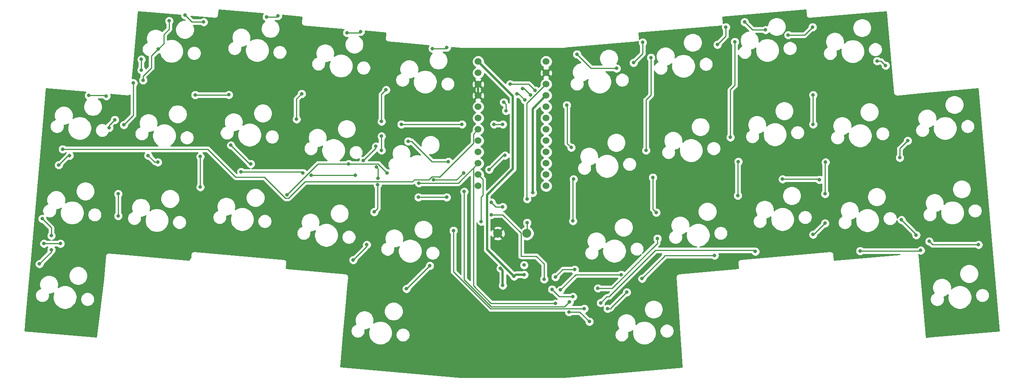
<source format=gbr>
G04 #@! TF.GenerationSoftware,KiCad,Pcbnew,(5.1.7)-1*
G04 #@! TF.CreationDate,2021-03-21T19:43:21+09:00*
G04 #@! TF.ProjectId,Beryl32,42657279-6c33-4322-9e6b-696361645f70,rev?*
G04 #@! TF.SameCoordinates,Original*
G04 #@! TF.FileFunction,Copper,L1,Top*
G04 #@! TF.FilePolarity,Positive*
%FSLAX46Y46*%
G04 Gerber Fmt 4.6, Leading zero omitted, Abs format (unit mm)*
G04 Created by KiCad (PCBNEW (5.1.7)-1) date 2021-03-21 19:43:21*
%MOMM*%
%LPD*%
G01*
G04 APERTURE LIST*
G04 #@! TA.AperFunction,ComponentPad*
%ADD10C,2.000000*%
G04 #@! TD*
G04 #@! TA.AperFunction,ComponentPad*
%ADD11C,1.524000*%
G04 #@! TD*
G04 #@! TA.AperFunction,ViaPad*
%ADD12C,0.800000*%
G04 #@! TD*
G04 #@! TA.AperFunction,Conductor*
%ADD13C,0.250000*%
G04 #@! TD*
G04 #@! TA.AperFunction,Conductor*
%ADD14C,0.500000*%
G04 #@! TD*
G04 #@! TA.AperFunction,Conductor*
%ADD15C,0.254000*%
G04 #@! TD*
G04 #@! TA.AperFunction,Conductor*
%ADD16C,0.100000*%
G04 #@! TD*
G04 APERTURE END LIST*
D10*
X212165000Y-145542000D03*
X205665000Y-145542000D03*
D11*
X216478600Y-106934000D03*
X216478600Y-109474000D03*
X216478600Y-112014000D03*
X216478600Y-114554000D03*
X216478600Y-117094000D03*
X216478600Y-119634000D03*
X216478600Y-122174000D03*
X216478600Y-124714000D03*
X216478600Y-127254000D03*
X216478600Y-129794000D03*
X216478600Y-132334000D03*
X216478600Y-134874000D03*
X201258600Y-134874000D03*
X201258600Y-132334000D03*
X201258600Y-129794000D03*
X201258600Y-127254000D03*
X201258600Y-124714000D03*
X201258600Y-122174000D03*
X201258600Y-119634000D03*
X201258600Y-117094000D03*
X201258600Y-114554000D03*
X201258600Y-112014000D03*
X201258600Y-109474000D03*
X201258600Y-106934000D03*
D12*
X113919000Y-114554000D03*
X117856000Y-114681000D03*
X153797000Y-96901000D03*
X156337000Y-96647000D03*
X171831000Y-100457000D03*
X174879000Y-100203000D03*
X191008000Y-104013000D03*
X194183000Y-103759000D03*
X211201000Y-113030000D03*
X212979000Y-114427000D03*
X126111000Y-111125000D03*
X129540000Y-104140000D03*
X131953000Y-97790000D03*
X204815000Y-121031000D03*
X206756000Y-121031000D03*
X209931000Y-114173000D03*
X211709000Y-115570000D03*
X137795000Y-114427000D03*
X145325452Y-114389548D03*
X107188000Y-130175000D03*
X109601000Y-128069001D03*
X118491000Y-121793000D03*
X119761000Y-120015000D03*
X184023000Y-121031000D03*
X197612000Y-121031000D03*
X203708000Y-131191000D03*
X207264000Y-128016000D03*
X207481000Y-117983000D03*
X207005347Y-116073347D03*
X208407000Y-112014000D03*
X213995000Y-113411000D03*
X103886000Y-147828000D03*
X107569000Y-147828000D03*
X194183000Y-137414000D03*
X187833000Y-137414000D03*
X135509000Y-96520000D03*
X139700000Y-98044000D03*
X204216000Y-138557000D03*
X190411146Y-152796258D03*
X185166000Y-157988000D03*
X206756000Y-139573000D03*
X290703000Y-106807000D03*
X292608000Y-107823000D03*
X270764000Y-100965000D03*
X276225000Y-99187000D03*
X254889000Y-103124000D03*
X256794000Y-99187000D03*
X236093000Y-107188000D03*
X238125000Y-102616000D03*
X223393000Y-105283000D03*
X232283000Y-108458000D03*
X260985000Y-98044000D03*
X265684000Y-99822000D03*
X269494000Y-133350000D03*
X277749000Y-133477000D03*
X296164000Y-142494000D03*
X299466000Y-145923000D03*
X302387000Y-147320000D03*
X313436000Y-148082000D03*
X213487000Y-136398000D03*
X211543000Y-152654000D03*
X206756000Y-157226000D03*
X206248000Y-153412339D03*
X211582000Y-154813000D03*
X209296000Y-155194000D03*
X212217000Y-137795000D03*
X212217000Y-143129000D03*
X108077000Y-126619000D03*
X222504000Y-142748000D03*
X222631000Y-133350000D03*
X222123000Y-126238000D03*
X221107000Y-116713000D03*
X102870000Y-152400000D03*
X105537000Y-149225000D03*
X221615000Y-163195000D03*
X226187000Y-165354000D03*
X105537000Y-146050000D03*
X103505000Y-142240000D03*
X120523000Y-136652000D03*
X120523000Y-141605000D03*
X123952000Y-111760000D03*
X121793000Y-121158000D03*
X241173000Y-140843000D03*
X240411000Y-132969000D03*
X238887000Y-126873000D03*
X239989585Y-106037164D03*
X198120000Y-136144000D03*
X221742000Y-160909000D03*
X218567000Y-155321000D03*
X222885000Y-153670000D03*
X228092000Y-157861000D03*
X241427000Y-146685000D03*
X127254000Y-128069001D03*
X129413000Y-129540000D03*
X125730000Y-108839000D03*
X125730000Y-106426000D03*
X148082000Y-131699000D03*
X161925000Y-131953000D03*
X163834653Y-132465653D03*
X173736000Y-132461000D03*
X138938000Y-135128000D03*
X138938000Y-128270000D03*
X259461000Y-137033000D03*
X259588000Y-129413000D03*
X257810000Y-123952000D03*
X258820585Y-102481164D03*
X195707000Y-144907000D03*
X254254000Y-150495000D03*
X145796000Y-125730000D03*
X150241000Y-129921000D03*
X175514000Y-129196000D03*
X178308000Y-125984000D03*
X194564000Y-129413000D03*
X185547000Y-124841000D03*
X225044000Y-162433000D03*
X230251000Y-162433000D03*
X234569000Y-158750000D03*
X237998000Y-155702000D03*
X172212000Y-129921000D03*
X180848000Y-131953000D03*
X187960000Y-134239000D03*
X158369000Y-136906000D03*
X161671000Y-114173000D03*
X160528000Y-119888000D03*
X279019000Y-136652000D03*
X279146000Y-129540000D03*
X276352000Y-121031000D03*
X276352000Y-114427000D03*
X218567000Y-161290000D03*
X219710000Y-158242000D03*
X233299000Y-154813000D03*
X279019000Y-143256000D03*
X276352000Y-145796000D03*
X177927000Y-140716000D03*
X178689000Y-134620000D03*
X191262000Y-133514000D03*
X197993000Y-131953000D03*
X300482000Y-149352000D03*
X295783000Y-128524000D03*
X297561000Y-124714000D03*
X173228000Y-151511000D03*
X176276000Y-148082000D03*
X263398000Y-149606000D03*
X286893000Y-149479000D03*
X179578000Y-126873000D03*
X179578000Y-123698000D03*
X179578000Y-120396000D03*
X180594000Y-113284000D03*
X204216001Y-141351000D03*
X201930000Y-142875000D03*
X217805000Y-158115000D03*
X216027000Y-155829000D03*
X178816000Y-133169999D03*
X178430347Y-130646000D03*
X222504000Y-159766000D03*
X228727000Y-161153701D03*
D13*
X117729000Y-114554000D02*
X117856000Y-114681000D01*
X113919000Y-114554000D02*
X117729000Y-114554000D01*
X156083000Y-96901000D02*
X156337000Y-96647000D01*
X153797000Y-96901000D02*
X156083000Y-96901000D01*
X174625000Y-100457000D02*
X174879000Y-100203000D01*
X171831000Y-100457000D02*
X174625000Y-100457000D01*
X193929000Y-104013000D02*
X194183000Y-103759000D01*
X191008000Y-104013000D02*
X193929000Y-104013000D01*
X211582000Y-113030000D02*
X212979000Y-114427000D01*
X211201000Y-113030000D02*
X211582000Y-113030000D01*
X126111000Y-110236000D02*
X128016000Y-108331000D01*
X126111000Y-111125000D02*
X126111000Y-110236000D01*
X128016000Y-105664000D02*
X129540000Y-104140000D01*
X128016000Y-108331000D02*
X128016000Y-105664000D01*
X130750875Y-102929125D02*
X130750875Y-100861601D01*
X129540000Y-104140000D02*
X130750875Y-102929125D01*
X131953000Y-99659476D02*
X130750875Y-100861601D01*
X131953000Y-97790000D02*
X131953000Y-99659476D01*
X204815000Y-121031000D02*
X206756000Y-121031000D01*
X210312000Y-114173000D02*
X211709000Y-115570000D01*
X209931000Y-114173000D02*
X210312000Y-114173000D01*
X145288000Y-114427000D02*
X145325452Y-114389548D01*
X137795000Y-114427000D02*
X145288000Y-114427000D01*
X107495001Y-130175000D02*
X107188000Y-130175000D01*
X109293999Y-128069001D02*
X109601000Y-128069001D01*
X107188000Y-130175000D02*
X109293999Y-128069001D01*
X118491000Y-121285000D02*
X119761000Y-120015000D01*
X118491000Y-121793000D02*
X118491000Y-121285000D01*
X184023000Y-121031000D02*
X197612000Y-121031000D01*
X206883000Y-128016000D02*
X207264000Y-128016000D01*
X203708000Y-131191000D02*
X206883000Y-128016000D01*
X207481000Y-116549000D02*
X207005347Y-116073347D01*
X207481000Y-117983000D02*
X207481000Y-116549000D01*
X212598000Y-112014000D02*
X213995000Y-113411000D01*
X208407000Y-112014000D02*
X212598000Y-112014000D01*
X103886000Y-147828000D02*
X107569000Y-147828000D01*
X103749246Y-147964754D02*
X103886000Y-147828000D01*
X194183000Y-137414000D02*
X187833000Y-137414000D01*
X137033000Y-98044000D02*
X139700000Y-98044000D01*
X135509000Y-96520000D02*
X137033000Y-98044000D01*
X190411146Y-152796258D02*
X185219404Y-157988000D01*
X185219404Y-157988000D02*
X185166000Y-157988000D01*
X205232000Y-139573000D02*
X204216000Y-138557000D01*
X206756000Y-139573000D02*
X205232000Y-139573000D01*
X291592000Y-106807000D02*
X292608000Y-107823000D01*
X290703000Y-106807000D02*
X291592000Y-106807000D01*
X270764000Y-100965000D02*
X274066000Y-100965000D01*
X274447000Y-100965000D02*
X276225000Y-99187000D01*
X274066000Y-100965000D02*
X274447000Y-100965000D01*
X256794000Y-101219000D02*
X256794000Y-99187000D01*
X254889000Y-103124000D02*
X256794000Y-101219000D01*
X238125000Y-105156000D02*
X238125000Y-102616000D01*
X236093000Y-107188000D02*
X238125000Y-105156000D01*
X226568000Y-108458000D02*
X232283000Y-108458000D01*
X223393000Y-105283000D02*
X226568000Y-108458000D01*
X262763000Y-99822000D02*
X265684000Y-99822000D01*
X260985000Y-98044000D02*
X262763000Y-99822000D01*
X277622000Y-133350000D02*
X277749000Y-133477000D01*
X269494000Y-133350000D02*
X277622000Y-133350000D01*
X299466000Y-145796000D02*
X299466000Y-145923000D01*
X296164000Y-142494000D02*
X299466000Y-145796000D01*
X303149000Y-148082000D02*
X313436000Y-148082000D01*
X302387000Y-147320000D02*
X303149000Y-148082000D01*
D14*
X213487000Y-117545600D02*
X216478600Y-114554000D01*
X213487000Y-136398000D02*
X213487000Y-117545600D01*
X206756000Y-153920339D02*
X206248000Y-153412339D01*
X206756000Y-157226000D02*
X206756000Y-153920339D01*
X203256228Y-136849772D02*
X209042000Y-131064000D01*
X209042000Y-114717400D02*
X201258600Y-106934000D01*
X209042000Y-131064000D02*
X209042000Y-114717400D01*
X209677000Y-154813000D02*
X209296000Y-155194000D01*
X211582000Y-154813000D02*
X209677000Y-154813000D01*
X203256228Y-149154228D02*
X209296000Y-155194000D01*
X203256228Y-136849772D02*
X203256228Y-149154228D01*
X201258600Y-112014000D02*
X201258600Y-114554000D01*
D13*
X212165000Y-116327600D02*
X216478600Y-112014000D01*
X212165000Y-137743000D02*
X212217000Y-137795000D01*
X212165000Y-116327600D02*
X212165000Y-137743000D01*
X212217000Y-145490000D02*
X212165000Y-145542000D01*
X212217000Y-143129000D02*
X212217000Y-145490000D01*
X200171599Y-123261001D02*
X201258600Y-122174000D01*
X200171599Y-125318823D02*
X200171599Y-123261001D01*
X192615421Y-132875001D02*
X200171599Y-125318823D01*
X192529419Y-132788999D02*
X192615421Y-132875001D01*
X190188999Y-133513999D02*
X190913999Y-132788999D01*
X186923997Y-133513999D02*
X190188999Y-133513999D01*
X190913999Y-132788999D02*
X192529419Y-132788999D01*
X186542997Y-133894999D02*
X186923997Y-133513999D01*
X222504000Y-133477000D02*
X222631000Y-133350000D01*
X222504000Y-142748000D02*
X222504000Y-133477000D01*
X222123000Y-126238000D02*
X221234000Y-125349000D01*
X221234000Y-116840000D02*
X221107000Y-116713000D01*
X221234000Y-125349000D02*
X221234000Y-116840000D01*
X105537000Y-149733000D02*
X105537000Y-149225000D01*
X102870000Y-152400000D02*
X105537000Y-149733000D01*
X224028000Y-163195000D02*
X226187000Y-165354000D01*
X221615000Y-163195000D02*
X224028000Y-163195000D01*
X105537000Y-144272000D02*
X103505000Y-142240000D01*
X105537000Y-146050000D02*
X105537000Y-144272000D01*
X158717001Y-137631001D02*
X162453003Y-133894999D01*
X158020999Y-137631001D02*
X158717001Y-137631001D01*
X153264999Y-132875001D02*
X158020999Y-137631001D01*
X146848648Y-132875001D02*
X153264999Y-132875001D01*
X140592647Y-126619000D02*
X146848648Y-132875001D01*
X108077000Y-126619000D02*
X140592647Y-126619000D01*
X162453003Y-133894999D02*
X186542997Y-133894999D01*
X120523000Y-136652000D02*
X120523000Y-141605000D01*
X240411000Y-140081000D02*
X240411000Y-132969000D01*
X241173000Y-140843000D02*
X240411000Y-140081000D01*
X238887000Y-126873000D02*
X238887000Y-115570000D01*
X239989585Y-114467415D02*
X239989585Y-106037164D01*
X238887000Y-115570000D02*
X239989585Y-114467415D01*
X220635999Y-162015001D02*
X221742000Y-160909000D01*
X204230345Y-162015001D02*
X220635999Y-162015001D01*
X198120000Y-155904656D02*
X204230345Y-162015001D01*
X198120000Y-136144000D02*
X198120000Y-155904656D01*
X220218000Y-153670000D02*
X222885000Y-153670000D01*
X218567000Y-155321000D02*
X220218000Y-153670000D01*
X241427000Y-147758002D02*
X241427000Y-146685000D01*
X231324002Y-157861000D02*
X241427000Y-147758002D01*
X228092000Y-157861000D02*
X231324002Y-157861000D01*
X123952000Y-118999000D02*
X121793000Y-121158000D01*
X123952000Y-111760000D02*
X123952000Y-118999000D01*
X128724999Y-129540000D02*
X129413000Y-129540000D01*
X127254000Y-128069001D02*
X128724999Y-129540000D01*
X125730000Y-108839000D02*
X125730000Y-106426000D01*
X161671000Y-131699000D02*
X161925000Y-131953000D01*
X148082000Y-131699000D02*
X161671000Y-131699000D01*
X173731347Y-132465653D02*
X173736000Y-132461000D01*
X163834653Y-132465653D02*
X173731347Y-132465653D01*
X138938000Y-135128000D02*
X138938000Y-128270000D01*
X259461000Y-129540000D02*
X259588000Y-129413000D01*
X259461000Y-137033000D02*
X259461000Y-129540000D01*
X257810000Y-123952000D02*
X257810000Y-113284000D01*
X258820585Y-112273415D02*
X258820585Y-102481164D01*
X257810000Y-113284000D02*
X258820585Y-112273415D01*
X204043945Y-162465011D02*
X224757989Y-162465011D01*
X195707000Y-154128066D02*
X204043945Y-162465011D01*
X195707000Y-144907000D02*
X195707000Y-154128066D01*
X243029557Y-150495000D02*
X254254000Y-150495000D01*
X149987000Y-129921000D02*
X150241000Y-129921000D01*
X145796000Y-125730000D02*
X149987000Y-129921000D01*
X186309000Y-124841000D02*
X190881000Y-129413000D01*
X178308000Y-126402000D02*
X178308000Y-125984000D01*
X175514000Y-129196000D02*
X178308000Y-126402000D01*
X190881000Y-129413000D02*
X194564000Y-129413000D01*
X185547000Y-124841000D02*
X186309000Y-124841000D01*
X225011989Y-162465011D02*
X225044000Y-162433000D01*
X224757989Y-162465011D02*
X225011989Y-162465011D01*
X230251000Y-162433000D02*
X231027535Y-162433000D01*
X231027535Y-162291465D02*
X234569000Y-158750000D01*
X231027535Y-162433000D02*
X231027535Y-162291465D01*
X243029557Y-150670443D02*
X243029557Y-150495000D01*
X237998000Y-155702000D02*
X243029557Y-150670443D01*
X178816000Y-129921000D02*
X180848000Y-131953000D01*
X172212000Y-129921000D02*
X178816000Y-129921000D01*
X196813600Y-134239000D02*
X201258600Y-129794000D01*
X187960000Y-134239000D02*
X196813600Y-134239000D01*
X165354000Y-129921000D02*
X172212000Y-129921000D01*
X158369000Y-136906000D02*
X165354000Y-129921000D01*
X160528000Y-115316000D02*
X160528000Y-119888000D01*
X161671000Y-114173000D02*
X160528000Y-115316000D01*
X279019000Y-129667000D02*
X279146000Y-129540000D01*
X279019000Y-136652000D02*
X279019000Y-129667000D01*
X276352000Y-121031000D02*
X276352000Y-114427000D01*
X204141754Y-161290000D02*
X218567000Y-161290000D01*
X200171599Y-157319845D02*
X204141754Y-161290000D01*
X200171599Y-130881001D02*
X200171599Y-157319845D01*
X201258600Y-129794000D02*
X200171599Y-130881001D01*
X219710000Y-158242000D02*
X223139000Y-154813000D01*
X276479000Y-145796000D02*
X276352000Y-145796000D01*
X279019000Y-143256000D02*
X276479000Y-145796000D01*
X223139000Y-154813000D02*
X233299000Y-154813000D01*
X178689000Y-139954000D02*
X178689000Y-134620000D01*
X177927000Y-140716000D02*
X178689000Y-139954000D01*
X196432000Y-133514000D02*
X197993000Y-131953000D01*
X191262000Y-133514000D02*
X196432000Y-133514000D01*
X295783000Y-126492000D02*
X297561000Y-124714000D01*
X295783000Y-128524000D02*
X295783000Y-126492000D01*
X230620830Y-159773523D02*
X241042353Y-149352000D01*
X201258600Y-132334000D02*
X202345601Y-133421001D01*
X176276000Y-148463000D02*
X176276000Y-148082000D01*
X173228000Y-151511000D02*
X176276000Y-148463000D01*
X263144000Y-149352000D02*
X263398000Y-149606000D01*
X241042353Y-149352000D02*
X263144000Y-149352000D01*
X300355000Y-149479000D02*
X300482000Y-149352000D01*
X286893000Y-149479000D02*
X300355000Y-149479000D01*
X179578000Y-126873000D02*
X179578000Y-123698000D01*
X179578000Y-114300000D02*
X180594000Y-113284000D01*
X179578000Y-120396000D02*
X179578000Y-114300000D01*
X202345601Y-136947213D02*
X202345601Y-133421001D01*
X201930000Y-137362814D02*
X202345601Y-136947213D01*
X201930000Y-142875000D02*
X201930000Y-137362814D01*
X219463523Y-159773523D02*
X217805000Y-158115000D01*
X220168521Y-159773523D02*
X219463523Y-159773523D01*
X210839999Y-145434999D02*
X206756000Y-141351000D01*
X210839999Y-150641999D02*
X210839999Y-145434999D01*
X206756000Y-141351000D02*
X204216001Y-141351000D01*
X210839999Y-150641999D02*
X214268999Y-150641999D01*
X216027000Y-152400000D02*
X216027000Y-155829000D01*
X214268999Y-150641999D02*
X216027000Y-152400000D01*
X178816000Y-131031653D02*
X178430347Y-130646000D01*
X178816000Y-133169999D02*
X178816000Y-131031653D01*
X222496477Y-159773523D02*
X222504000Y-159766000D01*
X220168521Y-159773523D02*
X222496477Y-159773523D01*
X230107178Y-159773523D02*
X230620830Y-159773523D01*
X228727000Y-161153701D02*
X230107178Y-159773523D01*
D15*
X274787523Y-96491764D02*
X274787129Y-96528037D01*
X274813831Y-96670336D01*
X274845395Y-96748939D01*
X274865522Y-96799061D01*
X274867782Y-96804690D01*
X274946908Y-96925939D01*
X274993690Y-96973747D01*
X275048164Y-97029417D01*
X275048167Y-97029419D01*
X275048168Y-97029420D01*
X275050481Y-97031002D01*
X275167666Y-97111156D01*
X275167669Y-97111157D01*
X275167670Y-97111158D01*
X275300822Y-97168013D01*
X275368671Y-97182276D01*
X275442502Y-97197797D01*
X275587276Y-97199369D01*
X275622935Y-97192678D01*
X277580241Y-97021324D01*
X291463382Y-95806704D01*
X291463402Y-95806704D01*
X291498685Y-95803615D01*
X291535297Y-95800412D01*
X291535318Y-95800408D01*
X292759492Y-95693237D01*
X294352411Y-113902548D01*
X294352015Y-113938822D01*
X294358702Y-113974465D01*
X294358702Y-113974467D01*
X294378707Y-114081110D01*
X294378711Y-114081119D01*
X294378711Y-114081121D01*
X294381448Y-114087937D01*
X294432649Y-114215468D01*
X294432653Y-114215474D01*
X294432655Y-114215479D01*
X294449023Y-114240563D01*
X294511766Y-114336722D01*
X294613019Y-114440210D01*
X294732515Y-114521956D01*
X294732524Y-114521960D01*
X294732527Y-114521962D01*
X294780543Y-114542467D01*
X294865664Y-114578819D01*
X294865671Y-114578821D01*
X294865677Y-114578823D01*
X294925482Y-114591398D01*
X295007348Y-114608613D01*
X295007357Y-114608613D01*
X295007361Y-114608614D01*
X295045239Y-114609027D01*
X295051497Y-114617990D01*
X295069458Y-114635230D01*
X295090438Y-114648635D01*
X295113629Y-114657690D01*
X295138142Y-114662046D01*
X295160289Y-114661833D01*
X300909490Y-114102883D01*
X313331158Y-113016045D01*
X318093835Y-167410830D01*
X316897632Y-167515551D01*
X303012368Y-168730362D01*
X303012347Y-168730362D01*
X302975134Y-168733620D01*
X302940453Y-168736654D01*
X302940434Y-168736658D01*
X301716245Y-168843828D01*
X300958169Y-160179642D01*
X302599331Y-160179642D01*
X302599331Y-160491860D01*
X302660242Y-160798078D01*
X302779722Y-161086530D01*
X302953181Y-161346130D01*
X303173952Y-161566901D01*
X303433552Y-161740360D01*
X303722004Y-161859840D01*
X304028222Y-161920751D01*
X304340440Y-161920751D01*
X304646658Y-161859840D01*
X304935110Y-161740360D01*
X305194710Y-161566901D01*
X305415481Y-161346130D01*
X305588940Y-161086530D01*
X305708420Y-160798078D01*
X305769331Y-160491860D01*
X305769331Y-160179642D01*
X305708420Y-159873424D01*
X305671145Y-159783433D01*
X305850879Y-159747682D01*
X306239425Y-159586741D01*
X306589106Y-159353092D01*
X306621170Y-159321028D01*
X306560000Y-159628551D01*
X306560000Y-160157449D01*
X306663183Y-160676186D01*
X306865583Y-161164825D01*
X307159424Y-161604588D01*
X307533412Y-161978576D01*
X307973175Y-162272417D01*
X308461814Y-162474817D01*
X308980551Y-162578000D01*
X309509449Y-162578000D01*
X310028186Y-162474817D01*
X310516825Y-162272417D01*
X310956588Y-161978576D01*
X311330576Y-161604588D01*
X311624417Y-161164825D01*
X311826817Y-160676186D01*
X311930000Y-160157449D01*
X311930000Y-159628551D01*
X311863482Y-159294140D01*
X312720669Y-159294140D01*
X312720669Y-159606358D01*
X312781580Y-159912576D01*
X312901060Y-160201028D01*
X313074519Y-160460628D01*
X313295290Y-160681399D01*
X313554890Y-160854858D01*
X313843342Y-160974338D01*
X314149560Y-161035249D01*
X314461778Y-161035249D01*
X314767996Y-160974338D01*
X315056448Y-160854858D01*
X315316048Y-160681399D01*
X315536819Y-160460628D01*
X315710278Y-160201028D01*
X315829758Y-159912576D01*
X315890669Y-159606358D01*
X315890669Y-159294140D01*
X315829758Y-158987922D01*
X315710278Y-158699470D01*
X315536819Y-158439870D01*
X315316048Y-158219099D01*
X315056448Y-158045640D01*
X314767996Y-157926160D01*
X314461778Y-157865249D01*
X314149560Y-157865249D01*
X313843342Y-157926160D01*
X313554890Y-158045640D01*
X313295290Y-158219099D01*
X313074519Y-158439870D01*
X312901060Y-158699470D01*
X312781580Y-158987922D01*
X312720669Y-159294140D01*
X311863482Y-159294140D01*
X311826817Y-159109814D01*
X311624417Y-158621175D01*
X311330576Y-158181412D01*
X310956588Y-157807424D01*
X310516825Y-157513583D01*
X310028186Y-157311183D01*
X309509449Y-157208000D01*
X308980551Y-157208000D01*
X308461814Y-157311183D01*
X307973175Y-157513583D01*
X307533412Y-157807424D01*
X307345070Y-157995766D01*
X307363123Y-157905008D01*
X307363123Y-157484450D01*
X307281076Y-157071973D01*
X307120135Y-156683427D01*
X306886486Y-156333746D01*
X306589106Y-156036366D01*
X306239425Y-155802717D01*
X305850879Y-155641776D01*
X305438402Y-155559729D01*
X305017844Y-155559729D01*
X304605367Y-155641776D01*
X304216821Y-155802717D01*
X303867140Y-156036366D01*
X303569760Y-156333746D01*
X303336111Y-156683427D01*
X303175170Y-157071973D01*
X303093123Y-157484450D01*
X303093123Y-157905008D01*
X303175170Y-158317485D01*
X303336111Y-158706031D01*
X303475042Y-158913956D01*
X303433552Y-158931142D01*
X303173952Y-159104601D01*
X302953181Y-159325372D01*
X302779722Y-159584972D01*
X302660242Y-159873424D01*
X302599331Y-160179642D01*
X300958169Y-160179642D01*
X300452536Y-154400676D01*
X309197583Y-154400676D01*
X309197583Y-154821234D01*
X309279630Y-155233711D01*
X309440571Y-155622257D01*
X309674220Y-155971938D01*
X309971600Y-156269318D01*
X310321281Y-156502967D01*
X310709827Y-156663908D01*
X311122304Y-156745955D01*
X311542862Y-156745955D01*
X311955339Y-156663908D01*
X312343885Y-156502967D01*
X312693566Y-156269318D01*
X312990946Y-155971938D01*
X313224595Y-155622257D01*
X313385536Y-155233711D01*
X313467583Y-154821234D01*
X313467583Y-154400676D01*
X313385536Y-153988199D01*
X313224595Y-153599653D01*
X312990946Y-153249972D01*
X312693566Y-152952592D01*
X312343885Y-152718943D01*
X311955339Y-152558002D01*
X311542862Y-152475955D01*
X311122304Y-152475955D01*
X310709827Y-152558002D01*
X310321281Y-152718943D01*
X309971600Y-152952592D01*
X309674220Y-153249972D01*
X309440571Y-153599653D01*
X309279630Y-153988199D01*
X309197583Y-154400676D01*
X300452536Y-154400676D01*
X300391199Y-153699649D01*
X300391199Y-153699648D01*
X300123010Y-150634692D01*
X300123406Y-150598429D01*
X300116715Y-150562759D01*
X300116715Y-150562754D01*
X300114367Y-150550237D01*
X300096715Y-150456129D01*
X300042775Y-150321769D01*
X300014676Y-150278704D01*
X300180102Y-150347226D01*
X300380061Y-150387000D01*
X300583939Y-150387000D01*
X300783898Y-150347226D01*
X300972256Y-150269205D01*
X301141774Y-150155937D01*
X301285937Y-150011774D01*
X301399205Y-149842256D01*
X301477226Y-149653898D01*
X301517000Y-149453939D01*
X301517000Y-149250061D01*
X301477226Y-149050102D01*
X301399205Y-148861744D01*
X301285937Y-148692226D01*
X301141774Y-148548063D01*
X300972256Y-148434795D01*
X300783898Y-148356774D01*
X300583939Y-148317000D01*
X300380061Y-148317000D01*
X300180102Y-148356774D01*
X299991744Y-148434795D01*
X299822226Y-148548063D01*
X299678063Y-148692226D01*
X299660173Y-148719000D01*
X287596711Y-148719000D01*
X287552774Y-148675063D01*
X287383256Y-148561795D01*
X287194898Y-148483774D01*
X286994939Y-148444000D01*
X286791061Y-148444000D01*
X286591102Y-148483774D01*
X286402744Y-148561795D01*
X286233226Y-148675063D01*
X286089063Y-148819226D01*
X285975795Y-148988744D01*
X285897774Y-149177102D01*
X285858000Y-149377061D01*
X285858000Y-149580939D01*
X285897774Y-149780898D01*
X285975795Y-149969256D01*
X286089063Y-150138774D01*
X286233226Y-150282937D01*
X286402744Y-150396205D01*
X286591102Y-150474226D01*
X286791061Y-150514000D01*
X286994939Y-150514000D01*
X287194898Y-150474226D01*
X287383256Y-150396205D01*
X287552774Y-150282937D01*
X287596711Y-150239000D01*
X295797493Y-150239000D01*
X281078276Y-151526875D01*
X280971101Y-150302573D01*
X280971496Y-150266420D01*
X280964822Y-150230839D01*
X280964811Y-150230717D01*
X280944800Y-150124076D01*
X280890850Y-149989720D01*
X280811725Y-149868472D01*
X280710466Y-149764990D01*
X280590964Y-149683251D01*
X280477503Y-149634804D01*
X280457846Y-149626409D01*
X280457839Y-149626408D01*
X280457812Y-149626396D01*
X280359375Y-149605702D01*
X280316163Y-149596615D01*
X280316150Y-149596615D01*
X280316127Y-149596610D01*
X280243788Y-149595825D01*
X280207667Y-149595430D01*
X280207644Y-149595432D01*
X280171354Y-149595038D01*
X280135730Y-149601723D01*
X260157566Y-151349352D01*
X260121264Y-151348958D01*
X260051682Y-151362015D01*
X259979009Y-151375647D01*
X259978986Y-151375656D01*
X259978966Y-151375660D01*
X259913892Y-151401790D01*
X259844651Y-151429589D01*
X259844633Y-151429601D01*
X259844610Y-151429610D01*
X259780710Y-151471310D01*
X259723397Y-151508707D01*
X259723381Y-151508722D01*
X259723362Y-151508735D01*
X259673160Y-151557859D01*
X259619909Y-151609959D01*
X259619895Y-151609979D01*
X259619880Y-151609994D01*
X259580212Y-151667989D01*
X259538163Y-151729456D01*
X259538154Y-151729477D01*
X259538141Y-151729496D01*
X259512034Y-151790637D01*
X259481299Y-151862604D01*
X259481293Y-151862631D01*
X259481286Y-151862648D01*
X259467691Y-151927318D01*
X259451505Y-152004288D01*
X259451505Y-152004310D01*
X259451500Y-152004333D01*
X259450735Y-152074799D01*
X259449924Y-152149060D01*
X259456617Y-152184742D01*
X259563780Y-153408910D01*
X246335535Y-154566051D01*
X246299252Y-154565655D01*
X246206691Y-154583019D01*
X246156961Y-154592347D01*
X246156959Y-154592348D01*
X246156953Y-154592349D01*
X246089158Y-154619568D01*
X246022602Y-154646288D01*
X246022597Y-154646291D01*
X246022595Y-154646292D01*
X245989224Y-154668067D01*
X245901349Y-154725406D01*
X245901348Y-154725407D01*
X245901342Y-154725411D01*
X245852991Y-154772719D01*
X245797860Y-154826658D01*
X245716113Y-154946154D01*
X245716111Y-154946160D01*
X245716109Y-154946162D01*
X245659247Y-155079311D01*
X245643686Y-155153313D01*
X245629455Y-155220986D01*
X245629455Y-155220990D01*
X245629454Y-155220995D01*
X245628985Y-155263986D01*
X245627874Y-155365759D01*
X245629972Y-155376946D01*
X245623780Y-155391552D01*
X245618720Y-155415929D01*
X245618285Y-155437928D01*
X246966949Y-175545279D01*
X220527417Y-177859410D01*
X197263207Y-177859410D01*
X170397452Y-175507974D01*
X170938685Y-169321510D01*
X170938686Y-169321505D01*
X171115966Y-167295140D01*
X172678331Y-167295140D01*
X172678331Y-167607358D01*
X172739242Y-167913576D01*
X172858722Y-168202028D01*
X173032181Y-168461628D01*
X173252952Y-168682399D01*
X173512552Y-168855858D01*
X173801004Y-168975338D01*
X174107222Y-169036249D01*
X174419440Y-169036249D01*
X174725658Y-168975338D01*
X175014110Y-168855858D01*
X175273710Y-168682399D01*
X175494481Y-168461628D01*
X175667940Y-168202028D01*
X175787420Y-167913576D01*
X175848331Y-167607358D01*
X175848331Y-167295140D01*
X175822763Y-167166602D01*
X175960153Y-167166602D01*
X176372630Y-167084555D01*
X176761176Y-166923614D01*
X176842128Y-166869523D01*
X176742183Y-167110814D01*
X176639000Y-167629551D01*
X176639000Y-168158449D01*
X176742183Y-168677186D01*
X176944583Y-169165825D01*
X177238424Y-169605588D01*
X177612412Y-169979576D01*
X178052175Y-170273417D01*
X178540814Y-170475817D01*
X179059551Y-170579000D01*
X179588449Y-170579000D01*
X180107186Y-170475817D01*
X180595825Y-170273417D01*
X181035588Y-169979576D01*
X181409576Y-169605588D01*
X181703417Y-169165825D01*
X181905817Y-168677186D01*
X182004585Y-168180642D01*
X182799669Y-168180642D01*
X182799669Y-168492860D01*
X182860580Y-168799078D01*
X182980060Y-169087530D01*
X183153519Y-169347130D01*
X183374290Y-169567901D01*
X183633890Y-169741360D01*
X183922342Y-169860840D01*
X184228560Y-169921751D01*
X184540778Y-169921751D01*
X184846996Y-169860840D01*
X185135448Y-169741360D01*
X185395048Y-169567901D01*
X185615819Y-169347130D01*
X185789278Y-169087530D01*
X185908758Y-168799078D01*
X185969669Y-168492860D01*
X185969669Y-168180642D01*
X231860331Y-168180642D01*
X231860331Y-168492860D01*
X231921242Y-168799078D01*
X232040722Y-169087530D01*
X232214181Y-169347130D01*
X232434952Y-169567901D01*
X232694552Y-169741360D01*
X232983004Y-169860840D01*
X233289222Y-169921751D01*
X233601440Y-169921751D01*
X233907658Y-169860840D01*
X234196110Y-169741360D01*
X234455710Y-169567901D01*
X234676481Y-169347130D01*
X234849940Y-169087530D01*
X234969420Y-168799078D01*
X235030331Y-168492860D01*
X235030331Y-168180642D01*
X234969420Y-167874424D01*
X234932145Y-167784433D01*
X235111879Y-167748682D01*
X235500425Y-167587741D01*
X235850106Y-167354092D01*
X235882170Y-167322028D01*
X235821000Y-167629551D01*
X235821000Y-168158449D01*
X235924183Y-168677186D01*
X236126583Y-169165825D01*
X236420424Y-169605588D01*
X236794412Y-169979576D01*
X237234175Y-170273417D01*
X237722814Y-170475817D01*
X238241551Y-170579000D01*
X238770449Y-170579000D01*
X239289186Y-170475817D01*
X239777825Y-170273417D01*
X240217588Y-169979576D01*
X240591576Y-169605588D01*
X240885417Y-169165825D01*
X241087817Y-168677186D01*
X241191000Y-168158449D01*
X241191000Y-167629551D01*
X241124482Y-167295140D01*
X241981669Y-167295140D01*
X241981669Y-167607358D01*
X242042580Y-167913576D01*
X242162060Y-168202028D01*
X242335519Y-168461628D01*
X242556290Y-168682399D01*
X242815890Y-168855858D01*
X243104342Y-168975338D01*
X243410560Y-169036249D01*
X243722778Y-169036249D01*
X244028996Y-168975338D01*
X244317448Y-168855858D01*
X244577048Y-168682399D01*
X244797819Y-168461628D01*
X244971278Y-168202028D01*
X245090758Y-167913576D01*
X245151669Y-167607358D01*
X245151669Y-167295140D01*
X245090758Y-166988922D01*
X244971278Y-166700470D01*
X244797819Y-166440870D01*
X244577048Y-166220099D01*
X244317448Y-166046640D01*
X244028996Y-165927160D01*
X243722778Y-165866249D01*
X243410560Y-165866249D01*
X243104342Y-165927160D01*
X242815890Y-166046640D01*
X242556290Y-166220099D01*
X242335519Y-166440870D01*
X242162060Y-166700470D01*
X242042580Y-166988922D01*
X241981669Y-167295140D01*
X241124482Y-167295140D01*
X241087817Y-167110814D01*
X240885417Y-166622175D01*
X240591576Y-166182412D01*
X240217588Y-165808424D01*
X239777825Y-165514583D01*
X239289186Y-165312183D01*
X238770449Y-165209000D01*
X238241551Y-165209000D01*
X237722814Y-165312183D01*
X237234175Y-165514583D01*
X236794412Y-165808424D01*
X236606070Y-165996766D01*
X236624123Y-165906008D01*
X236624123Y-165485450D01*
X236542076Y-165072973D01*
X236381135Y-164684427D01*
X236147486Y-164334746D01*
X235850106Y-164037366D01*
X235500425Y-163803717D01*
X235111879Y-163642776D01*
X234699402Y-163560729D01*
X234278844Y-163560729D01*
X233866367Y-163642776D01*
X233477821Y-163803717D01*
X233128140Y-164037366D01*
X232830760Y-164334746D01*
X232597111Y-164684427D01*
X232436170Y-165072973D01*
X232354123Y-165485450D01*
X232354123Y-165906008D01*
X232436170Y-166318485D01*
X232597111Y-166707031D01*
X232736042Y-166914956D01*
X232694552Y-166932142D01*
X232434952Y-167105601D01*
X232214181Y-167326372D01*
X232040722Y-167585972D01*
X231921242Y-167874424D01*
X231860331Y-168180642D01*
X185969669Y-168180642D01*
X185908758Y-167874424D01*
X185789278Y-167585972D01*
X185615819Y-167326372D01*
X185395048Y-167105601D01*
X185135448Y-166932142D01*
X184846996Y-166812662D01*
X184540778Y-166751751D01*
X184228560Y-166751751D01*
X183922342Y-166812662D01*
X183633890Y-166932142D01*
X183374290Y-167105601D01*
X183153519Y-167326372D01*
X182980060Y-167585972D01*
X182860580Y-167874424D01*
X182799669Y-168180642D01*
X182004585Y-168180642D01*
X182009000Y-168158449D01*
X182009000Y-167629551D01*
X181905817Y-167110814D01*
X181703417Y-166622175D01*
X181409576Y-166182412D01*
X181035588Y-165808424D01*
X180595825Y-165514583D01*
X180107186Y-165312183D01*
X179588449Y-165209000D01*
X179059551Y-165209000D01*
X178540814Y-165312183D01*
X178052175Y-165514583D01*
X177787458Y-165691462D01*
X177802827Y-165654358D01*
X177884874Y-165241881D01*
X177884874Y-164821323D01*
X177802827Y-164408846D01*
X177641886Y-164020300D01*
X177408237Y-163670619D01*
X177110857Y-163373239D01*
X176761176Y-163139590D01*
X176372630Y-162978649D01*
X175960153Y-162896602D01*
X175539595Y-162896602D01*
X175127118Y-162978649D01*
X174738572Y-163139590D01*
X174388891Y-163373239D01*
X174091511Y-163670619D01*
X173857862Y-164020300D01*
X173696921Y-164408846D01*
X173614874Y-164821323D01*
X173614874Y-165241881D01*
X173696921Y-165654358D01*
X173809241Y-165925522D01*
X173801004Y-165927160D01*
X173512552Y-166046640D01*
X173252952Y-166220099D01*
X173032181Y-166440870D01*
X172858722Y-166700470D01*
X172739242Y-166988922D01*
X172678331Y-167295140D01*
X171115966Y-167295140D01*
X171505346Y-162844428D01*
X180162086Y-162844428D01*
X180162086Y-163264986D01*
X180244133Y-163677463D01*
X180405074Y-164066009D01*
X180638723Y-164415690D01*
X180936103Y-164713070D01*
X181285784Y-164946719D01*
X181674330Y-165107660D01*
X182086807Y-165189707D01*
X182507365Y-165189707D01*
X182919842Y-165107660D01*
X183308388Y-164946719D01*
X183658069Y-164713070D01*
X183955449Y-164415690D01*
X184189098Y-164066009D01*
X184350039Y-163677463D01*
X184432086Y-163264986D01*
X184432086Y-162844428D01*
X184350039Y-162431951D01*
X184189098Y-162043405D01*
X183955449Y-161693724D01*
X183658069Y-161396344D01*
X183308388Y-161162695D01*
X182919842Y-161001754D01*
X182507365Y-160919707D01*
X182086807Y-160919707D01*
X181674330Y-161001754D01*
X181285784Y-161162695D01*
X180936103Y-161396344D01*
X180638723Y-161693724D01*
X180405074Y-162043405D01*
X180244133Y-162431951D01*
X180162086Y-162844428D01*
X171505346Y-162844428D01*
X171939139Y-157886061D01*
X184131000Y-157886061D01*
X184131000Y-158089939D01*
X184170774Y-158289898D01*
X184248795Y-158478256D01*
X184362063Y-158647774D01*
X184506226Y-158791937D01*
X184675744Y-158905205D01*
X184864102Y-158983226D01*
X185064061Y-159023000D01*
X185267939Y-159023000D01*
X185467898Y-158983226D01*
X185656256Y-158905205D01*
X185825774Y-158791937D01*
X185969937Y-158647774D01*
X186083205Y-158478256D01*
X186161226Y-158289898D01*
X186201000Y-158089939D01*
X186201000Y-158081205D01*
X190450948Y-153831258D01*
X190513085Y-153831258D01*
X190713044Y-153791484D01*
X190901402Y-153713463D01*
X191070920Y-153600195D01*
X191215083Y-153456032D01*
X191328351Y-153286514D01*
X191406372Y-153098156D01*
X191446146Y-152898197D01*
X191446146Y-152694319D01*
X191406372Y-152494360D01*
X191328351Y-152306002D01*
X191215083Y-152136484D01*
X191070920Y-151992321D01*
X190901402Y-151879053D01*
X190713044Y-151801032D01*
X190513085Y-151761258D01*
X190309207Y-151761258D01*
X190109248Y-151801032D01*
X189920890Y-151879053D01*
X189751372Y-151992321D01*
X189607209Y-152136484D01*
X189493941Y-152306002D01*
X189415920Y-152494360D01*
X189376146Y-152694319D01*
X189376146Y-152756456D01*
X185179603Y-156953000D01*
X185064061Y-156953000D01*
X184864102Y-156992774D01*
X184675744Y-157070795D01*
X184506226Y-157184063D01*
X184362063Y-157328226D01*
X184248795Y-157497744D01*
X184170774Y-157686102D01*
X184131000Y-157886061D01*
X171939139Y-157886061D01*
X172156510Y-155401467D01*
X172163200Y-155365801D01*
X172162088Y-155263986D01*
X172161620Y-155221037D01*
X172161619Y-155221032D01*
X172161619Y-155221028D01*
X172131825Y-155079344D01*
X172074962Y-154946196D01*
X171993215Y-154826699D01*
X171889727Y-154725447D01*
X171768473Y-154646329D01*
X171634115Y-154592387D01*
X171527473Y-154572383D01*
X171527463Y-154572382D01*
X171491822Y-154565696D01*
X171455555Y-154566092D01*
X158227089Y-153408908D01*
X158334253Y-152184741D01*
X158340946Y-152149060D01*
X158340135Y-152074799D01*
X158339370Y-152004334D01*
X158339365Y-152004311D01*
X158339365Y-152004287D01*
X158321654Y-151920061D01*
X158309584Y-151862649D01*
X158309577Y-151862634D01*
X158309571Y-151862603D01*
X158272308Y-151775350D01*
X158252729Y-151729496D01*
X158252720Y-151729482D01*
X158252708Y-151729455D01*
X158199035Y-151650997D01*
X158170990Y-151609995D01*
X158170979Y-151609984D01*
X158170961Y-151609958D01*
X158106530Y-151546919D01*
X158067509Y-151508736D01*
X158067493Y-151508726D01*
X158067473Y-151508706D01*
X157990594Y-151458543D01*
X157946260Y-151429611D01*
X157946245Y-151429605D01*
X157946219Y-151429588D01*
X157895091Y-151409061D01*
X172193000Y-151409061D01*
X172193000Y-151612939D01*
X172232774Y-151812898D01*
X172310795Y-152001256D01*
X172424063Y-152170774D01*
X172568226Y-152314937D01*
X172737744Y-152428205D01*
X172926102Y-152506226D01*
X173126061Y-152546000D01*
X173329939Y-152546000D01*
X173529898Y-152506226D01*
X173718256Y-152428205D01*
X173887774Y-152314937D01*
X174031937Y-152170774D01*
X174145205Y-152001256D01*
X174223226Y-151812898D01*
X174263000Y-151612939D01*
X174263000Y-151550801D01*
X176787004Y-149026798D01*
X176816001Y-149003001D01*
X176873965Y-148932372D01*
X176883297Y-148921001D01*
X176913021Y-148901140D01*
X179354331Y-148901140D01*
X179354331Y-149213358D01*
X179415242Y-149519576D01*
X179534722Y-149808028D01*
X179708181Y-150067628D01*
X179928952Y-150288399D01*
X180188552Y-150461858D01*
X180477004Y-150581338D01*
X180783222Y-150642249D01*
X181095440Y-150642249D01*
X181401658Y-150581338D01*
X181690110Y-150461858D01*
X181949710Y-150288399D01*
X182170481Y-150067628D01*
X182343940Y-149808028D01*
X182463420Y-149519576D01*
X182524331Y-149213358D01*
X182524331Y-148901140D01*
X182498763Y-148772602D01*
X182636153Y-148772602D01*
X183048630Y-148690555D01*
X183437176Y-148529614D01*
X183518128Y-148475523D01*
X183418183Y-148716814D01*
X183315000Y-149235551D01*
X183315000Y-149764449D01*
X183418183Y-150283186D01*
X183620583Y-150771825D01*
X183914424Y-151211588D01*
X184288412Y-151585576D01*
X184728175Y-151879417D01*
X185216814Y-152081817D01*
X185735551Y-152185000D01*
X186264449Y-152185000D01*
X186783186Y-152081817D01*
X187271825Y-151879417D01*
X187711588Y-151585576D01*
X188085576Y-151211588D01*
X188379417Y-150771825D01*
X188581817Y-150283186D01*
X188680585Y-149786642D01*
X189475669Y-149786642D01*
X189475669Y-150098860D01*
X189536580Y-150405078D01*
X189656060Y-150693530D01*
X189829519Y-150953130D01*
X190050290Y-151173901D01*
X190309890Y-151347360D01*
X190598342Y-151466840D01*
X190904560Y-151527751D01*
X191216778Y-151527751D01*
X191522996Y-151466840D01*
X191811448Y-151347360D01*
X192071048Y-151173901D01*
X192291819Y-150953130D01*
X192465278Y-150693530D01*
X192584758Y-150405078D01*
X192645669Y-150098860D01*
X192645669Y-149786642D01*
X192584758Y-149480424D01*
X192465278Y-149191972D01*
X192291819Y-148932372D01*
X192071048Y-148711601D01*
X191811448Y-148538142D01*
X191522996Y-148418662D01*
X191216778Y-148357751D01*
X190904560Y-148357751D01*
X190598342Y-148418662D01*
X190309890Y-148538142D01*
X190050290Y-148711601D01*
X189829519Y-148932372D01*
X189656060Y-149191972D01*
X189536580Y-149480424D01*
X189475669Y-149786642D01*
X188680585Y-149786642D01*
X188685000Y-149764449D01*
X188685000Y-149235551D01*
X188581817Y-148716814D01*
X188379417Y-148228175D01*
X188085576Y-147788412D01*
X187711588Y-147414424D01*
X187271825Y-147120583D01*
X186783186Y-146918183D01*
X186264449Y-146815000D01*
X185735551Y-146815000D01*
X185216814Y-146918183D01*
X184728175Y-147120583D01*
X184463458Y-147297462D01*
X184478827Y-147260358D01*
X184560874Y-146847881D01*
X184560874Y-146427323D01*
X184478827Y-146014846D01*
X184317886Y-145626300D01*
X184084237Y-145276619D01*
X183786857Y-144979239D01*
X183437176Y-144745590D01*
X183048630Y-144584649D01*
X182636153Y-144502602D01*
X182215595Y-144502602D01*
X181803118Y-144584649D01*
X181414572Y-144745590D01*
X181064891Y-144979239D01*
X180767511Y-145276619D01*
X180533862Y-145626300D01*
X180372921Y-146014846D01*
X180290874Y-146427323D01*
X180290874Y-146847881D01*
X180372921Y-147260358D01*
X180485241Y-147531522D01*
X180477004Y-147533160D01*
X180188552Y-147652640D01*
X179928952Y-147826099D01*
X179708181Y-148046870D01*
X179534722Y-148306470D01*
X179415242Y-148594922D01*
X179354331Y-148901140D01*
X176913021Y-148901140D01*
X176935774Y-148885937D01*
X177079937Y-148741774D01*
X177193205Y-148572256D01*
X177271226Y-148383898D01*
X177311000Y-148183939D01*
X177311000Y-147980061D01*
X177271226Y-147780102D01*
X177193205Y-147591744D01*
X177079937Y-147422226D01*
X176935774Y-147278063D01*
X176766256Y-147164795D01*
X176577898Y-147086774D01*
X176377939Y-147047000D01*
X176174061Y-147047000D01*
X175974102Y-147086774D01*
X175785744Y-147164795D01*
X175616226Y-147278063D01*
X175472063Y-147422226D01*
X175358795Y-147591744D01*
X175280774Y-147780102D01*
X175241000Y-147980061D01*
X175241000Y-148183939D01*
X175280695Y-148383503D01*
X173188199Y-150476000D01*
X173126061Y-150476000D01*
X172926102Y-150515774D01*
X172737744Y-150593795D01*
X172568226Y-150707063D01*
X172424063Y-150851226D01*
X172310795Y-151020744D01*
X172232774Y-151209102D01*
X172193000Y-151409061D01*
X157895091Y-151409061D01*
X157850110Y-151391002D01*
X157811905Y-151375661D01*
X157811893Y-151375659D01*
X157811861Y-151375646D01*
X157710086Y-151356555D01*
X157669606Y-151348959D01*
X157633323Y-151349353D01*
X137655150Y-149601723D01*
X137619526Y-149595038D01*
X137583236Y-149595432D01*
X137583213Y-149595430D01*
X137547234Y-149595823D01*
X137474752Y-149596610D01*
X137474729Y-149596615D01*
X137474718Y-149596615D01*
X137436680Y-149604614D01*
X137333068Y-149626396D01*
X137333041Y-149626408D01*
X137333034Y-149626409D01*
X137314161Y-149634469D01*
X137199916Y-149683251D01*
X137080414Y-149764990D01*
X136979155Y-149868472D01*
X136900030Y-149989721D01*
X136846080Y-150124076D01*
X136826069Y-150230717D01*
X136826058Y-150230839D01*
X136819384Y-150266420D01*
X136819779Y-150302573D01*
X136761106Y-150972818D01*
X136409420Y-151500347D01*
X121568267Y-150201804D01*
X121568258Y-150201802D01*
X121539088Y-150199251D01*
X121496347Y-150195511D01*
X121496333Y-150195511D01*
X118503141Y-149933714D01*
X118467599Y-149927046D01*
X118431410Y-149927440D01*
X118431293Y-149927430D01*
X118322798Y-149928616D01*
X118181115Y-149958412D01*
X118047967Y-150015277D01*
X117928472Y-150097025D01*
X117827221Y-150200515D01*
X117748105Y-150321769D01*
X117694165Y-150456129D01*
X117667473Y-150598429D01*
X117667870Y-150634700D01*
X117405976Y-153627709D01*
X117405974Y-153627719D01*
X117219685Y-155756850D01*
X115611224Y-168803259D01*
X114850457Y-168736659D01*
X114850427Y-168736653D01*
X114796057Y-168731896D01*
X114778532Y-168730362D01*
X114778522Y-168730362D01*
X100893198Y-167515547D01*
X99634270Y-167405335D01*
X99741433Y-166181173D01*
X99741436Y-166181156D01*
X99744417Y-166147087D01*
X99747728Y-166109260D01*
X99747728Y-166109240D01*
X100343970Y-159294140D01*
X101939331Y-159294140D01*
X101939331Y-159606358D01*
X102000242Y-159912576D01*
X102119722Y-160201028D01*
X102293181Y-160460628D01*
X102513952Y-160681399D01*
X102773552Y-160854858D01*
X103062004Y-160974338D01*
X103368222Y-161035249D01*
X103680440Y-161035249D01*
X103986658Y-160974338D01*
X104275110Y-160854858D01*
X104534710Y-160681399D01*
X104755481Y-160460628D01*
X104928940Y-160201028D01*
X105048420Y-159912576D01*
X105109331Y-159606358D01*
X105109331Y-159294140D01*
X105083763Y-159165602D01*
X105221153Y-159165602D01*
X105633630Y-159083555D01*
X106022176Y-158922614D01*
X106103128Y-158868523D01*
X106003183Y-159109814D01*
X105900000Y-159628551D01*
X105900000Y-160157449D01*
X106003183Y-160676186D01*
X106205583Y-161164825D01*
X106499424Y-161604588D01*
X106873412Y-161978576D01*
X107313175Y-162272417D01*
X107801814Y-162474817D01*
X108320551Y-162578000D01*
X108849449Y-162578000D01*
X109368186Y-162474817D01*
X109856825Y-162272417D01*
X110296588Y-161978576D01*
X110670576Y-161604588D01*
X110964417Y-161164825D01*
X111166817Y-160676186D01*
X111265585Y-160179642D01*
X112060669Y-160179642D01*
X112060669Y-160491860D01*
X112121580Y-160798078D01*
X112241060Y-161086530D01*
X112414519Y-161346130D01*
X112635290Y-161566901D01*
X112894890Y-161740360D01*
X113183342Y-161859840D01*
X113489560Y-161920751D01*
X113801778Y-161920751D01*
X114107996Y-161859840D01*
X114396448Y-161740360D01*
X114656048Y-161566901D01*
X114876819Y-161346130D01*
X115050278Y-161086530D01*
X115169758Y-160798078D01*
X115230669Y-160491860D01*
X115230669Y-160179642D01*
X115169758Y-159873424D01*
X115050278Y-159584972D01*
X114876819Y-159325372D01*
X114656048Y-159104601D01*
X114396448Y-158931142D01*
X114107996Y-158811662D01*
X113801778Y-158750751D01*
X113489560Y-158750751D01*
X113183342Y-158811662D01*
X112894890Y-158931142D01*
X112635290Y-159104601D01*
X112414519Y-159325372D01*
X112241060Y-159584972D01*
X112121580Y-159873424D01*
X112060669Y-160179642D01*
X111265585Y-160179642D01*
X111270000Y-160157449D01*
X111270000Y-159628551D01*
X111166817Y-159109814D01*
X110964417Y-158621175D01*
X110670576Y-158181412D01*
X110296588Y-157807424D01*
X109856825Y-157513583D01*
X109368186Y-157311183D01*
X108849449Y-157208000D01*
X108320551Y-157208000D01*
X107801814Y-157311183D01*
X107313175Y-157513583D01*
X107048458Y-157690462D01*
X107063827Y-157653358D01*
X107145874Y-157240881D01*
X107145874Y-156820323D01*
X107063827Y-156407846D01*
X106902886Y-156019300D01*
X106669237Y-155669619D01*
X106371857Y-155372239D01*
X106022176Y-155138590D01*
X105633630Y-154977649D01*
X105221153Y-154895602D01*
X104800595Y-154895602D01*
X104388118Y-154977649D01*
X103999572Y-155138590D01*
X103649891Y-155372239D01*
X103352511Y-155669619D01*
X103118862Y-156019300D01*
X102957921Y-156407846D01*
X102875874Y-156820323D01*
X102875874Y-157240881D01*
X102957921Y-157653358D01*
X103070241Y-157924522D01*
X103062004Y-157926160D01*
X102773552Y-158045640D01*
X102513952Y-158219099D01*
X102293181Y-158439870D01*
X102119722Y-158699470D01*
X102000242Y-158987922D01*
X101939331Y-159294140D01*
X100343970Y-159294140D01*
X100733356Y-154843428D01*
X109423086Y-154843428D01*
X109423086Y-155263986D01*
X109505133Y-155676463D01*
X109666074Y-156065009D01*
X109899723Y-156414690D01*
X110197103Y-156712070D01*
X110546784Y-156945719D01*
X110935330Y-157106660D01*
X111347807Y-157188707D01*
X111768365Y-157188707D01*
X112180842Y-157106660D01*
X112569388Y-156945719D01*
X112919069Y-156712070D01*
X113216449Y-156414690D01*
X113450098Y-156065009D01*
X113611039Y-155676463D01*
X113693086Y-155263986D01*
X113693086Y-154843428D01*
X113611039Y-154430951D01*
X113450098Y-154042405D01*
X113216449Y-153692724D01*
X112919069Y-153395344D01*
X112569388Y-153161695D01*
X112180842Y-153000754D01*
X111768365Y-152918707D01*
X111347807Y-152918707D01*
X110935330Y-153000754D01*
X110546784Y-153161695D01*
X110197103Y-153395344D01*
X109899723Y-153692724D01*
X109666074Y-154042405D01*
X109505133Y-154430951D01*
X109423086Y-154843428D01*
X100733356Y-154843428D01*
X100956047Y-152298061D01*
X101835000Y-152298061D01*
X101835000Y-152501939D01*
X101874774Y-152701898D01*
X101952795Y-152890256D01*
X102066063Y-153059774D01*
X102210226Y-153203937D01*
X102379744Y-153317205D01*
X102568102Y-153395226D01*
X102768061Y-153435000D01*
X102971939Y-153435000D01*
X103171898Y-153395226D01*
X103360256Y-153317205D01*
X103529774Y-153203937D01*
X103673937Y-153059774D01*
X103787205Y-152890256D01*
X103865226Y-152701898D01*
X103905000Y-152501939D01*
X103905000Y-152439801D01*
X106048004Y-150296798D01*
X106077001Y-150273001D01*
X106171974Y-150157276D01*
X106242546Y-150025247D01*
X106260869Y-149964842D01*
X106340937Y-149884774D01*
X106454205Y-149715256D01*
X106532226Y-149526898D01*
X106572000Y-149326939D01*
X106572000Y-149123061D01*
X106532226Y-148923102D01*
X106454205Y-148734744D01*
X106356154Y-148588000D01*
X106865289Y-148588000D01*
X106909226Y-148631937D01*
X107078744Y-148745205D01*
X107267102Y-148823226D01*
X107467061Y-148863000D01*
X107670939Y-148863000D01*
X107870898Y-148823226D01*
X108059256Y-148745205D01*
X108228774Y-148631937D01*
X108372937Y-148487774D01*
X108486205Y-148318256D01*
X108564226Y-148129898D01*
X108604000Y-147929939D01*
X108604000Y-147726061D01*
X108564226Y-147526102D01*
X108486205Y-147337744D01*
X108372937Y-147168226D01*
X108228774Y-147024063D01*
X108059256Y-146910795D01*
X107870898Y-146832774D01*
X107670939Y-146793000D01*
X107467061Y-146793000D01*
X107267102Y-146832774D01*
X107078744Y-146910795D01*
X106909226Y-147024063D01*
X106865289Y-147068000D01*
X105724404Y-147068000D01*
X105838898Y-147045226D01*
X106027256Y-146967205D01*
X106196774Y-146853937D01*
X106340937Y-146709774D01*
X106454205Y-146540256D01*
X106532226Y-146351898D01*
X106572000Y-146151939D01*
X106572000Y-145948061D01*
X106532226Y-145748102D01*
X106454205Y-145559744D01*
X106340937Y-145390226D01*
X106297000Y-145346289D01*
X106297000Y-145324140D01*
X160554331Y-145324140D01*
X160554331Y-145636358D01*
X160615242Y-145942576D01*
X160734722Y-146231028D01*
X160908181Y-146490628D01*
X161128952Y-146711399D01*
X161388552Y-146884858D01*
X161677004Y-147004338D01*
X161983222Y-147065249D01*
X162295440Y-147065249D01*
X162601658Y-147004338D01*
X162890110Y-146884858D01*
X163149710Y-146711399D01*
X163370481Y-146490628D01*
X163543940Y-146231028D01*
X163663420Y-145942576D01*
X163724331Y-145636358D01*
X163724331Y-145324140D01*
X163698763Y-145195602D01*
X163836153Y-145195602D01*
X164248630Y-145113555D01*
X164637176Y-144952614D01*
X164718128Y-144898523D01*
X164618183Y-145139814D01*
X164515000Y-145658551D01*
X164515000Y-146187449D01*
X164618183Y-146706186D01*
X164820583Y-147194825D01*
X165114424Y-147634588D01*
X165488412Y-148008576D01*
X165928175Y-148302417D01*
X166416814Y-148504817D01*
X166935551Y-148608000D01*
X167464449Y-148608000D01*
X167983186Y-148504817D01*
X168471825Y-148302417D01*
X168911588Y-148008576D01*
X169285576Y-147634588D01*
X169579417Y-147194825D01*
X169781817Y-146706186D01*
X169880585Y-146209642D01*
X170675669Y-146209642D01*
X170675669Y-146521860D01*
X170736580Y-146828078D01*
X170856060Y-147116530D01*
X171029519Y-147376130D01*
X171250290Y-147596901D01*
X171509890Y-147770360D01*
X171798342Y-147889840D01*
X172104560Y-147950751D01*
X172416778Y-147950751D01*
X172722996Y-147889840D01*
X173011448Y-147770360D01*
X173271048Y-147596901D01*
X173491819Y-147376130D01*
X173665278Y-147116530D01*
X173784758Y-146828078D01*
X173845669Y-146521860D01*
X173845669Y-146209642D01*
X173784758Y-145903424D01*
X173665278Y-145614972D01*
X173491819Y-145355372D01*
X173271048Y-145134601D01*
X173011448Y-144961142D01*
X172722996Y-144841662D01*
X172416778Y-144780751D01*
X172104560Y-144780751D01*
X171798342Y-144841662D01*
X171509890Y-144961142D01*
X171250290Y-145134601D01*
X171029519Y-145355372D01*
X170856060Y-145614972D01*
X170736580Y-145903424D01*
X170675669Y-146209642D01*
X169880585Y-146209642D01*
X169885000Y-146187449D01*
X169885000Y-145658551D01*
X169781817Y-145139814D01*
X169579417Y-144651175D01*
X169445282Y-144450428D01*
X186838086Y-144450428D01*
X186838086Y-144870986D01*
X186920133Y-145283463D01*
X187081074Y-145672009D01*
X187314723Y-146021690D01*
X187612103Y-146319070D01*
X187961784Y-146552719D01*
X188350330Y-146713660D01*
X188762807Y-146795707D01*
X189183365Y-146795707D01*
X189595842Y-146713660D01*
X189984388Y-146552719D01*
X190334069Y-146319070D01*
X190631449Y-146021690D01*
X190865098Y-145672009D01*
X191026039Y-145283463D01*
X191108086Y-144870986D01*
X191108086Y-144450428D01*
X191026039Y-144037951D01*
X190865098Y-143649405D01*
X190631449Y-143299724D01*
X190334069Y-143002344D01*
X189984388Y-142768695D01*
X189595842Y-142607754D01*
X189183365Y-142525707D01*
X188762807Y-142525707D01*
X188350330Y-142607754D01*
X187961784Y-142768695D01*
X187612103Y-143002344D01*
X187314723Y-143299724D01*
X187081074Y-143649405D01*
X186920133Y-144037951D01*
X186838086Y-144450428D01*
X169445282Y-144450428D01*
X169285576Y-144211412D01*
X168911588Y-143837424D01*
X168471825Y-143543583D01*
X167983186Y-143341183D01*
X167464449Y-143238000D01*
X166935551Y-143238000D01*
X166416814Y-143341183D01*
X165928175Y-143543583D01*
X165663458Y-143720462D01*
X165678827Y-143683358D01*
X165760874Y-143270881D01*
X165760874Y-142850323D01*
X165678827Y-142437846D01*
X165517886Y-142049300D01*
X165284237Y-141699619D01*
X164986857Y-141402239D01*
X164637176Y-141168590D01*
X164248630Y-141007649D01*
X163836153Y-140925602D01*
X163415595Y-140925602D01*
X163003118Y-141007649D01*
X162614572Y-141168590D01*
X162264891Y-141402239D01*
X161967511Y-141699619D01*
X161733862Y-142049300D01*
X161572921Y-142437846D01*
X161490874Y-142850323D01*
X161490874Y-143270881D01*
X161572921Y-143683358D01*
X161685241Y-143954522D01*
X161677004Y-143956160D01*
X161388552Y-144075640D01*
X161128952Y-144249099D01*
X160908181Y-144469870D01*
X160734722Y-144729470D01*
X160615242Y-145017922D01*
X160554331Y-145324140D01*
X106297000Y-145324140D01*
X106297000Y-144309323D01*
X106300676Y-144272000D01*
X106297000Y-144234677D01*
X106297000Y-144234667D01*
X106286003Y-144123014D01*
X106242546Y-143979753D01*
X106203658Y-143907000D01*
X106171974Y-143847723D01*
X106100799Y-143760997D01*
X106077001Y-143731999D01*
X106048003Y-143708201D01*
X104540000Y-142200199D01*
X104540000Y-142138061D01*
X104500226Y-141938102D01*
X104485232Y-141901904D01*
X104677004Y-141981338D01*
X104983222Y-142042249D01*
X105295440Y-142042249D01*
X105601658Y-141981338D01*
X105890110Y-141861858D01*
X106149710Y-141688399D01*
X106370481Y-141467628D01*
X106543940Y-141208028D01*
X106663420Y-140919576D01*
X106724331Y-140613358D01*
X106724331Y-140301140D01*
X106698763Y-140172602D01*
X106836153Y-140172602D01*
X107248630Y-140090555D01*
X107637176Y-139929614D01*
X107718128Y-139875523D01*
X107618183Y-140116814D01*
X107515000Y-140635551D01*
X107515000Y-141164449D01*
X107618183Y-141683186D01*
X107820583Y-142171825D01*
X108114424Y-142611588D01*
X108488412Y-142985576D01*
X108928175Y-143279417D01*
X109416814Y-143481817D01*
X109935551Y-143585000D01*
X110464449Y-143585000D01*
X110983186Y-143481817D01*
X111471825Y-143279417D01*
X111911588Y-142985576D01*
X112285576Y-142611588D01*
X112579417Y-142171825D01*
X112781817Y-141683186D01*
X112880585Y-141186642D01*
X113675669Y-141186642D01*
X113675669Y-141498860D01*
X113736580Y-141805078D01*
X113856060Y-142093530D01*
X114029519Y-142353130D01*
X114250290Y-142573901D01*
X114509890Y-142747360D01*
X114798342Y-142866840D01*
X115104560Y-142927751D01*
X115416778Y-142927751D01*
X115722996Y-142866840D01*
X116011448Y-142747360D01*
X116271048Y-142573901D01*
X116491819Y-142353130D01*
X116665278Y-142093530D01*
X116784758Y-141805078D01*
X116845669Y-141498860D01*
X116845669Y-141186642D01*
X116784758Y-140880424D01*
X116665278Y-140591972D01*
X116491819Y-140332372D01*
X116271048Y-140111601D01*
X116011448Y-139938142D01*
X115722996Y-139818662D01*
X115416778Y-139757751D01*
X115104560Y-139757751D01*
X114798342Y-139818662D01*
X114509890Y-139938142D01*
X114250290Y-140111601D01*
X114029519Y-140332372D01*
X113856060Y-140591972D01*
X113736580Y-140880424D01*
X113675669Y-141186642D01*
X112880585Y-141186642D01*
X112885000Y-141164449D01*
X112885000Y-140635551D01*
X112781817Y-140116814D01*
X112579417Y-139628175D01*
X112285576Y-139188412D01*
X111911588Y-138814424D01*
X111471825Y-138520583D01*
X110983186Y-138318183D01*
X110464449Y-138215000D01*
X109935551Y-138215000D01*
X109416814Y-138318183D01*
X108928175Y-138520583D01*
X108663458Y-138697462D01*
X108678827Y-138660358D01*
X108760874Y-138247881D01*
X108760874Y-137827323D01*
X108678827Y-137414846D01*
X108517886Y-137026300D01*
X108284237Y-136676619D01*
X107986857Y-136379239D01*
X107637176Y-136145590D01*
X107248630Y-135984649D01*
X106836153Y-135902602D01*
X106415595Y-135902602D01*
X106003118Y-135984649D01*
X105614572Y-136145590D01*
X105264891Y-136379239D01*
X104967511Y-136676619D01*
X104733862Y-137026300D01*
X104572921Y-137414846D01*
X104490874Y-137827323D01*
X104490874Y-138247881D01*
X104572921Y-138660358D01*
X104685241Y-138931522D01*
X104677004Y-138933160D01*
X104388552Y-139052640D01*
X104128952Y-139226099D01*
X103908181Y-139446870D01*
X103734722Y-139706470D01*
X103615242Y-139994922D01*
X103554331Y-140301140D01*
X103554331Y-140613358D01*
X103615242Y-140919576D01*
X103734722Y-141208028D01*
X103751975Y-141233849D01*
X103606939Y-141205000D01*
X103403061Y-141205000D01*
X103203102Y-141244774D01*
X103014744Y-141322795D01*
X102845226Y-141436063D01*
X102701063Y-141580226D01*
X102587795Y-141749744D01*
X102509774Y-141938102D01*
X102470000Y-142138061D01*
X102470000Y-142341939D01*
X102509774Y-142541898D01*
X102587795Y-142730256D01*
X102701063Y-142899774D01*
X102845226Y-143043937D01*
X103014744Y-143157205D01*
X103203102Y-143235226D01*
X103403061Y-143275000D01*
X103465199Y-143275000D01*
X104777001Y-144586803D01*
X104777000Y-145346289D01*
X104733063Y-145390226D01*
X104619795Y-145559744D01*
X104541774Y-145748102D01*
X104502000Y-145948061D01*
X104502000Y-146151939D01*
X104541774Y-146351898D01*
X104619795Y-146540256D01*
X104733063Y-146709774D01*
X104877226Y-146853937D01*
X105046744Y-146967205D01*
X105235102Y-147045226D01*
X105349596Y-147068000D01*
X104589711Y-147068000D01*
X104545774Y-147024063D01*
X104376256Y-146910795D01*
X104187898Y-146832774D01*
X103987939Y-146793000D01*
X103784061Y-146793000D01*
X103584102Y-146832774D01*
X103395744Y-146910795D01*
X103226226Y-147024063D01*
X103082063Y-147168226D01*
X102968795Y-147337744D01*
X102890774Y-147526102D01*
X102851000Y-147726061D01*
X102851000Y-147929939D01*
X102890774Y-148129898D01*
X102968795Y-148318256D01*
X103082063Y-148487774D01*
X103226226Y-148631937D01*
X103395744Y-148745205D01*
X103584102Y-148823226D01*
X103784061Y-148863000D01*
X103987939Y-148863000D01*
X104187898Y-148823226D01*
X104376256Y-148745205D01*
X104545774Y-148631937D01*
X104589711Y-148588000D01*
X104717846Y-148588000D01*
X104619795Y-148734744D01*
X104541774Y-148923102D01*
X104502000Y-149123061D01*
X104502000Y-149326939D01*
X104541774Y-149526898D01*
X104578833Y-149616365D01*
X102830199Y-151365000D01*
X102768061Y-151365000D01*
X102568102Y-151404774D01*
X102379744Y-151482795D01*
X102210226Y-151596063D01*
X102066063Y-151740226D01*
X101952795Y-151909744D01*
X101874774Y-152098102D01*
X101835000Y-152298061D01*
X100956047Y-152298061D01*
X102395025Y-135850428D01*
X111038086Y-135850428D01*
X111038086Y-136270986D01*
X111120133Y-136683463D01*
X111281074Y-137072009D01*
X111514723Y-137421690D01*
X111812103Y-137719070D01*
X112161784Y-137952719D01*
X112550330Y-138113660D01*
X112962807Y-138195707D01*
X113383365Y-138195707D01*
X113795842Y-138113660D01*
X114184388Y-137952719D01*
X114534069Y-137719070D01*
X114831449Y-137421690D01*
X115065098Y-137072009D01*
X115226039Y-136683463D01*
X115252574Y-136550061D01*
X119488000Y-136550061D01*
X119488000Y-136753939D01*
X119527774Y-136953898D01*
X119605795Y-137142256D01*
X119719063Y-137311774D01*
X119763000Y-137355711D01*
X119763001Y-140901288D01*
X119719063Y-140945226D01*
X119605795Y-141114744D01*
X119527774Y-141303102D01*
X119488000Y-141503061D01*
X119488000Y-141706939D01*
X119527774Y-141906898D01*
X119605795Y-142095256D01*
X119719063Y-142264774D01*
X119863226Y-142408937D01*
X120032744Y-142522205D01*
X120221102Y-142600226D01*
X120421061Y-142640000D01*
X120624939Y-142640000D01*
X120824898Y-142600226D01*
X121013256Y-142522205D01*
X121182774Y-142408937D01*
X121326937Y-142264774D01*
X121440205Y-142095256D01*
X121479189Y-142001140D01*
X122554331Y-142001140D01*
X122554331Y-142313358D01*
X122615242Y-142619576D01*
X122734722Y-142908028D01*
X122908181Y-143167628D01*
X123128952Y-143388399D01*
X123388552Y-143561858D01*
X123677004Y-143681338D01*
X123983222Y-143742249D01*
X124295440Y-143742249D01*
X124601658Y-143681338D01*
X124890110Y-143561858D01*
X125149710Y-143388399D01*
X125370481Y-143167628D01*
X125543940Y-142908028D01*
X125663420Y-142619576D01*
X125724331Y-142313358D01*
X125724331Y-142001140D01*
X125698763Y-141872602D01*
X125836153Y-141872602D01*
X126248630Y-141790555D01*
X126637176Y-141629614D01*
X126718128Y-141575523D01*
X126618183Y-141816814D01*
X126515000Y-142335551D01*
X126515000Y-142864449D01*
X126618183Y-143383186D01*
X126820583Y-143871825D01*
X127114424Y-144311588D01*
X127488412Y-144685576D01*
X127928175Y-144979417D01*
X128416814Y-145181817D01*
X128935551Y-145285000D01*
X129464449Y-145285000D01*
X129983186Y-145181817D01*
X130471825Y-144979417D01*
X130911588Y-144685576D01*
X131285576Y-144311588D01*
X131579417Y-143871825D01*
X131781817Y-143383186D01*
X131880585Y-142886642D01*
X132675669Y-142886642D01*
X132675669Y-143198860D01*
X132736580Y-143505078D01*
X132856060Y-143793530D01*
X133029519Y-144053130D01*
X133250290Y-144273901D01*
X133509890Y-144447360D01*
X133798342Y-144566840D01*
X134104560Y-144627751D01*
X134416778Y-144627751D01*
X134722996Y-144566840D01*
X135011448Y-144447360D01*
X135271048Y-144273901D01*
X135491819Y-144053130D01*
X135665278Y-143793530D01*
X135784758Y-143505078D01*
X135845669Y-143198860D01*
X135845669Y-142886642D01*
X135784758Y-142580424D01*
X135665278Y-142291972D01*
X135491819Y-142032372D01*
X135271048Y-141811601D01*
X135206004Y-141768140D01*
X141690331Y-141768140D01*
X141690331Y-142080358D01*
X141751242Y-142386576D01*
X141870722Y-142675028D01*
X142044181Y-142934628D01*
X142264952Y-143155399D01*
X142524552Y-143328858D01*
X142813004Y-143448338D01*
X143119222Y-143509249D01*
X143431440Y-143509249D01*
X143737658Y-143448338D01*
X144026110Y-143328858D01*
X144285710Y-143155399D01*
X144506481Y-142934628D01*
X144679940Y-142675028D01*
X144799420Y-142386576D01*
X144860331Y-142080358D01*
X144860331Y-141768140D01*
X144834763Y-141639602D01*
X144972153Y-141639602D01*
X145384630Y-141557555D01*
X145773176Y-141396614D01*
X145854128Y-141342523D01*
X145754183Y-141583814D01*
X145651000Y-142102551D01*
X145651000Y-142631449D01*
X145754183Y-143150186D01*
X145956583Y-143638825D01*
X146250424Y-144078588D01*
X146624412Y-144452576D01*
X147064175Y-144746417D01*
X147552814Y-144948817D01*
X148071551Y-145052000D01*
X148600449Y-145052000D01*
X149119186Y-144948817D01*
X149607825Y-144746417D01*
X150047588Y-144452576D01*
X150421576Y-144078588D01*
X150715417Y-143638825D01*
X150917817Y-143150186D01*
X151016585Y-142653642D01*
X151811669Y-142653642D01*
X151811669Y-142965860D01*
X151872580Y-143272078D01*
X151992060Y-143560530D01*
X152165519Y-143820130D01*
X152386290Y-144040901D01*
X152645890Y-144214360D01*
X152934342Y-144333840D01*
X153240560Y-144394751D01*
X153552778Y-144394751D01*
X153858996Y-144333840D01*
X154147448Y-144214360D01*
X154407048Y-144040901D01*
X154627819Y-143820130D01*
X154801278Y-143560530D01*
X154920758Y-143272078D01*
X154981669Y-142965860D01*
X154981669Y-142653642D01*
X154920758Y-142347424D01*
X154801278Y-142058972D01*
X154627819Y-141799372D01*
X154407048Y-141578601D01*
X154147448Y-141405142D01*
X153858996Y-141285662D01*
X153552778Y-141224751D01*
X153240560Y-141224751D01*
X152934342Y-141285662D01*
X152645890Y-141405142D01*
X152386290Y-141578601D01*
X152165519Y-141799372D01*
X151992060Y-142058972D01*
X151872580Y-142347424D01*
X151811669Y-142653642D01*
X151016585Y-142653642D01*
X151021000Y-142631449D01*
X151021000Y-142102551D01*
X150917817Y-141583814D01*
X150715417Y-141095175D01*
X150567251Y-140873428D01*
X168038086Y-140873428D01*
X168038086Y-141293986D01*
X168120133Y-141706463D01*
X168281074Y-142095009D01*
X168514723Y-142444690D01*
X168812103Y-142742070D01*
X169161784Y-142975719D01*
X169550330Y-143136660D01*
X169962807Y-143218707D01*
X170383365Y-143218707D01*
X170795842Y-143136660D01*
X171184388Y-142975719D01*
X171534069Y-142742070D01*
X171831449Y-142444690D01*
X172065098Y-142095009D01*
X172226039Y-141706463D01*
X172308086Y-141293986D01*
X172308086Y-140873428D01*
X172226039Y-140460951D01*
X172065098Y-140072405D01*
X171831449Y-139722724D01*
X171534069Y-139425344D01*
X171184388Y-139191695D01*
X170795842Y-139030754D01*
X170383365Y-138948707D01*
X169962807Y-138948707D01*
X169550330Y-139030754D01*
X169161784Y-139191695D01*
X168812103Y-139425344D01*
X168514723Y-139722724D01*
X168281074Y-140072405D01*
X168120133Y-140460951D01*
X168038086Y-140873428D01*
X150567251Y-140873428D01*
X150421576Y-140655412D01*
X150047588Y-140281424D01*
X149607825Y-139987583D01*
X149119186Y-139785183D01*
X148600449Y-139682000D01*
X148071551Y-139682000D01*
X147552814Y-139785183D01*
X147064175Y-139987583D01*
X146799458Y-140164462D01*
X146814827Y-140127358D01*
X146896874Y-139714881D01*
X146896874Y-139294323D01*
X146814827Y-138881846D01*
X146653886Y-138493300D01*
X146420237Y-138143619D01*
X146122857Y-137846239D01*
X145773176Y-137612590D01*
X145384630Y-137451649D01*
X144972153Y-137369602D01*
X144551595Y-137369602D01*
X144139118Y-137451649D01*
X143750572Y-137612590D01*
X143400891Y-137846239D01*
X143103511Y-138143619D01*
X142869862Y-138493300D01*
X142708921Y-138881846D01*
X142626874Y-139294323D01*
X142626874Y-139714881D01*
X142708921Y-140127358D01*
X142821241Y-140398522D01*
X142813004Y-140400160D01*
X142524552Y-140519640D01*
X142264952Y-140693099D01*
X142044181Y-140913870D01*
X141870722Y-141173470D01*
X141751242Y-141461922D01*
X141690331Y-141768140D01*
X135206004Y-141768140D01*
X135011448Y-141638142D01*
X134722996Y-141518662D01*
X134416778Y-141457751D01*
X134104560Y-141457751D01*
X133798342Y-141518662D01*
X133509890Y-141638142D01*
X133250290Y-141811601D01*
X133029519Y-142032372D01*
X132856060Y-142291972D01*
X132736580Y-142580424D01*
X132675669Y-142886642D01*
X131880585Y-142886642D01*
X131885000Y-142864449D01*
X131885000Y-142335551D01*
X131781817Y-141816814D01*
X131579417Y-141328175D01*
X131285576Y-140888412D01*
X130911588Y-140514424D01*
X130471825Y-140220583D01*
X129983186Y-140018183D01*
X129464449Y-139915000D01*
X128935551Y-139915000D01*
X128416814Y-140018183D01*
X127928175Y-140220583D01*
X127663458Y-140397462D01*
X127678827Y-140360358D01*
X127760874Y-139947881D01*
X127760874Y-139527323D01*
X127678827Y-139114846D01*
X127517886Y-138726300D01*
X127284237Y-138376619D01*
X126986857Y-138079239D01*
X126637176Y-137845590D01*
X126248630Y-137684649D01*
X125836153Y-137602602D01*
X125415595Y-137602602D01*
X125003118Y-137684649D01*
X124614572Y-137845590D01*
X124264891Y-138079239D01*
X123967511Y-138376619D01*
X123733862Y-138726300D01*
X123572921Y-139114846D01*
X123490874Y-139527323D01*
X123490874Y-139947881D01*
X123572921Y-140360358D01*
X123685241Y-140631522D01*
X123677004Y-140633160D01*
X123388552Y-140752640D01*
X123128952Y-140926099D01*
X122908181Y-141146870D01*
X122734722Y-141406470D01*
X122615242Y-141694922D01*
X122554331Y-142001140D01*
X121479189Y-142001140D01*
X121518226Y-141906898D01*
X121558000Y-141706939D01*
X121558000Y-141503061D01*
X121518226Y-141303102D01*
X121440205Y-141114744D01*
X121326937Y-140945226D01*
X121283000Y-140901289D01*
X121283000Y-137550428D01*
X130038086Y-137550428D01*
X130038086Y-137970986D01*
X130120133Y-138383463D01*
X130281074Y-138772009D01*
X130514723Y-139121690D01*
X130812103Y-139419070D01*
X131161784Y-139652719D01*
X131550330Y-139813660D01*
X131962807Y-139895707D01*
X132383365Y-139895707D01*
X132795842Y-139813660D01*
X133184388Y-139652719D01*
X133534069Y-139419070D01*
X133831449Y-139121690D01*
X134065098Y-138772009D01*
X134226039Y-138383463D01*
X134308086Y-137970986D01*
X134308086Y-137550428D01*
X134261740Y-137317428D01*
X149174086Y-137317428D01*
X149174086Y-137737986D01*
X149256133Y-138150463D01*
X149417074Y-138539009D01*
X149650723Y-138888690D01*
X149948103Y-139186070D01*
X150297784Y-139419719D01*
X150686330Y-139580660D01*
X151098807Y-139662707D01*
X151519365Y-139662707D01*
X151931842Y-139580660D01*
X152320388Y-139419719D01*
X152670069Y-139186070D01*
X152967449Y-138888690D01*
X153201098Y-138539009D01*
X153362039Y-138150463D01*
X153444086Y-137737986D01*
X153444086Y-137317428D01*
X153362039Y-136904951D01*
X153201098Y-136516405D01*
X152967449Y-136166724D01*
X152670069Y-135869344D01*
X152320388Y-135635695D01*
X151931842Y-135474754D01*
X151519365Y-135392707D01*
X151098807Y-135392707D01*
X150686330Y-135474754D01*
X150297784Y-135635695D01*
X149948103Y-135869344D01*
X149650723Y-136166724D01*
X149417074Y-136516405D01*
X149256133Y-136904951D01*
X149174086Y-137317428D01*
X134261740Y-137317428D01*
X134226039Y-137137951D01*
X134065098Y-136749405D01*
X133831449Y-136399724D01*
X133534069Y-136102344D01*
X133184388Y-135868695D01*
X132795842Y-135707754D01*
X132383365Y-135625707D01*
X131962807Y-135625707D01*
X131550330Y-135707754D01*
X131161784Y-135868695D01*
X130812103Y-136102344D01*
X130514723Y-136399724D01*
X130281074Y-136749405D01*
X130120133Y-137137951D01*
X130038086Y-137550428D01*
X121283000Y-137550428D01*
X121283000Y-137355711D01*
X121326937Y-137311774D01*
X121440205Y-137142256D01*
X121518226Y-136953898D01*
X121558000Y-136753939D01*
X121558000Y-136550061D01*
X121518226Y-136350102D01*
X121440205Y-136161744D01*
X121326937Y-135992226D01*
X121182774Y-135848063D01*
X121013256Y-135734795D01*
X120824898Y-135656774D01*
X120624939Y-135617000D01*
X120421061Y-135617000D01*
X120221102Y-135656774D01*
X120032744Y-135734795D01*
X119863226Y-135848063D01*
X119719063Y-135992226D01*
X119605795Y-136161744D01*
X119527774Y-136350102D01*
X119488000Y-136550061D01*
X115252574Y-136550061D01*
X115308086Y-136270986D01*
X115308086Y-135850428D01*
X115226039Y-135437951D01*
X115065098Y-135049405D01*
X114831449Y-134699724D01*
X114534069Y-134402344D01*
X114184388Y-134168695D01*
X113795842Y-134007754D01*
X113383365Y-133925707D01*
X112962807Y-133925707D01*
X112550330Y-134007754D01*
X112161784Y-134168695D01*
X111812103Y-134402344D01*
X111514723Y-134699724D01*
X111281074Y-135049405D01*
X111120133Y-135437951D01*
X111038086Y-135850428D01*
X102395025Y-135850428D01*
X102900479Y-130073061D01*
X106153000Y-130073061D01*
X106153000Y-130276939D01*
X106192774Y-130476898D01*
X106270795Y-130665256D01*
X106384063Y-130834774D01*
X106528226Y-130978937D01*
X106697744Y-131092205D01*
X106886102Y-131170226D01*
X107086061Y-131210000D01*
X107289939Y-131210000D01*
X107489898Y-131170226D01*
X107678256Y-131092205D01*
X107847774Y-130978937D01*
X107991937Y-130834774D01*
X108105205Y-130665256D01*
X108141349Y-130577996D01*
X108200547Y-130467247D01*
X108244004Y-130323986D01*
X108258228Y-130179574D01*
X109361219Y-129076583D01*
X109499061Y-129104001D01*
X109702939Y-129104001D01*
X109902898Y-129064227D01*
X110091256Y-128986206D01*
X110260774Y-128872938D01*
X110404937Y-128728775D01*
X110518205Y-128559257D01*
X110596226Y-128370899D01*
X110636000Y-128170940D01*
X110636000Y-127967062D01*
X110596226Y-127767103D01*
X110518205Y-127578745D01*
X110404937Y-127409227D01*
X110374710Y-127379000D01*
X126480290Y-127379000D01*
X126450063Y-127409227D01*
X126336795Y-127578745D01*
X126258774Y-127767103D01*
X126219000Y-127967062D01*
X126219000Y-128170940D01*
X126258774Y-128370899D01*
X126336795Y-128559257D01*
X126450063Y-128728775D01*
X126594226Y-128872938D01*
X126763744Y-128986206D01*
X126952102Y-129064227D01*
X127152061Y-129104001D01*
X127214199Y-129104001D01*
X128161199Y-130051002D01*
X128184998Y-130080001D01*
X128300723Y-130174974D01*
X128432752Y-130245546D01*
X128576013Y-130289003D01*
X128687666Y-130300000D01*
X128687674Y-130300000D01*
X128711650Y-130302361D01*
X128753226Y-130343937D01*
X128922744Y-130457205D01*
X129111102Y-130535226D01*
X129311061Y-130575000D01*
X129514939Y-130575000D01*
X129714898Y-130535226D01*
X129903256Y-130457205D01*
X130072774Y-130343937D01*
X130216937Y-130199774D01*
X130330205Y-130030256D01*
X130408226Y-129841898D01*
X130448000Y-129641939D01*
X130448000Y-129438061D01*
X130408226Y-129238102D01*
X130330205Y-129049744D01*
X130216937Y-128880226D01*
X130072774Y-128736063D01*
X129903256Y-128622795D01*
X129714898Y-128544774D01*
X129514939Y-128505000D01*
X129311061Y-128505000D01*
X129111102Y-128544774D01*
X128922744Y-128622795D01*
X128898677Y-128638876D01*
X128289000Y-128029200D01*
X128289000Y-127967062D01*
X128249226Y-127767103D01*
X128171205Y-127578745D01*
X128057937Y-127409227D01*
X128027710Y-127379000D01*
X138408525Y-127379000D01*
X138278226Y-127466063D01*
X138134063Y-127610226D01*
X138020795Y-127779744D01*
X137942774Y-127968102D01*
X137903000Y-128168061D01*
X137903000Y-128371939D01*
X137942774Y-128571898D01*
X138020795Y-128760256D01*
X138134063Y-128929774D01*
X138178001Y-128973712D01*
X138178000Y-134424289D01*
X138134063Y-134468226D01*
X138020795Y-134637744D01*
X137942774Y-134826102D01*
X137903000Y-135026061D01*
X137903000Y-135229939D01*
X137942774Y-135429898D01*
X138020795Y-135618256D01*
X138134063Y-135787774D01*
X138278226Y-135931937D01*
X138447744Y-136045205D01*
X138636102Y-136123226D01*
X138836061Y-136163000D01*
X139039939Y-136163000D01*
X139239898Y-136123226D01*
X139428256Y-136045205D01*
X139597774Y-135931937D01*
X139741937Y-135787774D01*
X139855205Y-135618256D01*
X139933226Y-135429898D01*
X139973000Y-135229939D01*
X139973000Y-135026061D01*
X139933226Y-134826102D01*
X139855205Y-134637744D01*
X139741937Y-134468226D01*
X139698000Y-134424289D01*
X139698000Y-128973711D01*
X139741937Y-128929774D01*
X139855205Y-128760256D01*
X139933226Y-128571898D01*
X139973000Y-128371939D01*
X139973000Y-128168061D01*
X139933226Y-127968102D01*
X139855205Y-127779744D01*
X139741937Y-127610226D01*
X139597774Y-127466063D01*
X139467475Y-127379000D01*
X140277846Y-127379000D01*
X146284853Y-133386009D01*
X146308647Y-133415002D01*
X146337640Y-133438796D01*
X146337644Y-133438800D01*
X146386629Y-133479000D01*
X146424372Y-133509975D01*
X146556401Y-133580547D01*
X146699662Y-133624004D01*
X146811315Y-133635001D01*
X146811324Y-133635001D01*
X146848647Y-133638677D01*
X146885970Y-133635001D01*
X152950198Y-133635001D01*
X157457200Y-138142004D01*
X157480998Y-138171002D01*
X157596723Y-138265975D01*
X157728752Y-138336547D01*
X157872013Y-138380004D01*
X157983666Y-138391001D01*
X157983674Y-138391001D01*
X158020999Y-138394677D01*
X158058324Y-138391001D01*
X158679679Y-138391001D01*
X158717001Y-138394677D01*
X158754323Y-138391001D01*
X158754334Y-138391001D01*
X158865987Y-138380004D01*
X159009248Y-138336547D01*
X159141277Y-138265975D01*
X159257002Y-138171002D01*
X159280805Y-138141998D01*
X162767805Y-134654999D01*
X177654000Y-134654999D01*
X177654000Y-134721939D01*
X177693774Y-134921898D01*
X177771795Y-135110256D01*
X177885063Y-135279774D01*
X177929001Y-135323712D01*
X177929000Y-139639198D01*
X177887198Y-139681000D01*
X177825061Y-139681000D01*
X177625102Y-139720774D01*
X177436744Y-139798795D01*
X177267226Y-139912063D01*
X177123063Y-140056226D01*
X177009795Y-140225744D01*
X176931774Y-140414102D01*
X176892000Y-140614061D01*
X176892000Y-140817939D01*
X176931774Y-141017898D01*
X177009795Y-141206256D01*
X177123063Y-141375774D01*
X177267226Y-141519937D01*
X177436744Y-141633205D01*
X177625102Y-141711226D01*
X177825061Y-141751000D01*
X178028939Y-141751000D01*
X178228898Y-141711226D01*
X178417256Y-141633205D01*
X178586774Y-141519937D01*
X178730937Y-141375774D01*
X178844205Y-141206256D01*
X178922226Y-141017898D01*
X178962000Y-140817939D01*
X178962000Y-140755802D01*
X179200004Y-140517798D01*
X179229001Y-140494001D01*
X179323974Y-140378276D01*
X179394546Y-140246247D01*
X179438003Y-140102986D01*
X179449000Y-139991333D01*
X179449000Y-139991325D01*
X179452676Y-139954000D01*
X179449000Y-139916675D01*
X179449000Y-137312061D01*
X186798000Y-137312061D01*
X186798000Y-137515939D01*
X186837774Y-137715898D01*
X186915795Y-137904256D01*
X187029063Y-138073774D01*
X187173226Y-138217937D01*
X187342744Y-138331205D01*
X187531102Y-138409226D01*
X187731061Y-138449000D01*
X187934939Y-138449000D01*
X188134898Y-138409226D01*
X188323256Y-138331205D01*
X188492774Y-138217937D01*
X188536711Y-138174000D01*
X193479289Y-138174000D01*
X193523226Y-138217937D01*
X193692744Y-138331205D01*
X193881102Y-138409226D01*
X194081061Y-138449000D01*
X194284939Y-138449000D01*
X194484898Y-138409226D01*
X194673256Y-138331205D01*
X194842774Y-138217937D01*
X194986937Y-138073774D01*
X195100205Y-137904256D01*
X195178226Y-137715898D01*
X195218000Y-137515939D01*
X195218000Y-137312061D01*
X195178226Y-137112102D01*
X195100205Y-136923744D01*
X194986937Y-136754226D01*
X194842774Y-136610063D01*
X194673256Y-136496795D01*
X194484898Y-136418774D01*
X194284939Y-136379000D01*
X194081061Y-136379000D01*
X193881102Y-136418774D01*
X193692744Y-136496795D01*
X193523226Y-136610063D01*
X193479289Y-136654000D01*
X188536711Y-136654000D01*
X188492774Y-136610063D01*
X188323256Y-136496795D01*
X188134898Y-136418774D01*
X187934939Y-136379000D01*
X187731061Y-136379000D01*
X187531102Y-136418774D01*
X187342744Y-136496795D01*
X187173226Y-136610063D01*
X187029063Y-136754226D01*
X186915795Y-136923744D01*
X186837774Y-137112102D01*
X186798000Y-137312061D01*
X179449000Y-137312061D01*
X179449000Y-135323711D01*
X179492937Y-135279774D01*
X179606205Y-135110256D01*
X179684226Y-134921898D01*
X179724000Y-134721939D01*
X179724000Y-134654999D01*
X186505675Y-134654999D01*
X186542997Y-134658675D01*
X186580319Y-134654999D01*
X186580330Y-134654999D01*
X186691983Y-134644002D01*
X186835244Y-134600545D01*
X186963050Y-134532230D01*
X186964774Y-134540898D01*
X187042795Y-134729256D01*
X187156063Y-134898774D01*
X187300226Y-135042937D01*
X187469744Y-135156205D01*
X187658102Y-135234226D01*
X187858061Y-135274000D01*
X188061939Y-135274000D01*
X188261898Y-135234226D01*
X188450256Y-135156205D01*
X188619774Y-135042937D01*
X188663711Y-134999000D01*
X196776278Y-134999000D01*
X196813600Y-135002676D01*
X196850922Y-134999000D01*
X196850933Y-134999000D01*
X196962586Y-134988003D01*
X197105847Y-134944546D01*
X197237876Y-134873974D01*
X197353601Y-134779001D01*
X197377404Y-134749997D01*
X199411599Y-132715802D01*
X199411600Y-156121455D01*
X198880000Y-155589855D01*
X198880000Y-136847711D01*
X198923937Y-136803774D01*
X199037205Y-136634256D01*
X199115226Y-136445898D01*
X199155000Y-136245939D01*
X199155000Y-136042061D01*
X199115226Y-135842102D01*
X199037205Y-135653744D01*
X198923937Y-135484226D01*
X198779774Y-135340063D01*
X198610256Y-135226795D01*
X198421898Y-135148774D01*
X198221939Y-135109000D01*
X198018061Y-135109000D01*
X197818102Y-135148774D01*
X197629744Y-135226795D01*
X197460226Y-135340063D01*
X197316063Y-135484226D01*
X197202795Y-135653744D01*
X197124774Y-135842102D01*
X197085000Y-136042061D01*
X197085000Y-136245939D01*
X197124774Y-136445898D01*
X197202795Y-136634256D01*
X197316063Y-136803774D01*
X197360000Y-136847711D01*
X197360001Y-154706266D01*
X196467000Y-153813265D01*
X196467000Y-145610711D01*
X196510937Y-145566774D01*
X196624205Y-145397256D01*
X196702226Y-145208898D01*
X196742000Y-145008939D01*
X196742000Y-144805061D01*
X196702226Y-144605102D01*
X196624205Y-144416744D01*
X196510937Y-144247226D01*
X196366774Y-144103063D01*
X196197256Y-143989795D01*
X196008898Y-143911774D01*
X195808939Y-143872000D01*
X195605061Y-143872000D01*
X195405102Y-143911774D01*
X195216744Y-143989795D01*
X195047226Y-144103063D01*
X194903063Y-144247226D01*
X194789795Y-144416744D01*
X194711774Y-144605102D01*
X194672000Y-144805061D01*
X194672000Y-145008939D01*
X194711774Y-145208898D01*
X194789795Y-145397256D01*
X194903063Y-145566774D01*
X194947000Y-145610711D01*
X194947001Y-154090734D01*
X194943324Y-154128066D01*
X194947001Y-154165399D01*
X194957998Y-154277052D01*
X194964704Y-154299158D01*
X195001454Y-154420312D01*
X195072026Y-154552342D01*
X195110280Y-154598954D01*
X195167000Y-154668067D01*
X195195998Y-154691865D01*
X203480146Y-162976014D01*
X203503944Y-163005012D01*
X203619669Y-163099985D01*
X203751698Y-163170557D01*
X203894959Y-163214014D01*
X204006612Y-163225011D01*
X204006620Y-163225011D01*
X204043945Y-163228687D01*
X204081270Y-163225011D01*
X220580000Y-163225011D01*
X220580000Y-163296939D01*
X220619774Y-163496898D01*
X220697795Y-163685256D01*
X220811063Y-163854774D01*
X220955226Y-163998937D01*
X221124744Y-164112205D01*
X221313102Y-164190226D01*
X221513061Y-164230000D01*
X221716939Y-164230000D01*
X221916898Y-164190226D01*
X222105256Y-164112205D01*
X222274774Y-163998937D01*
X222318711Y-163955000D01*
X223713199Y-163955000D01*
X225152000Y-165393802D01*
X225152000Y-165455939D01*
X225191774Y-165655898D01*
X225269795Y-165844256D01*
X225383063Y-166013774D01*
X225527226Y-166157937D01*
X225696744Y-166271205D01*
X225885102Y-166349226D01*
X226085061Y-166389000D01*
X226288939Y-166389000D01*
X226488898Y-166349226D01*
X226677256Y-166271205D01*
X226846774Y-166157937D01*
X226990937Y-166013774D01*
X227104205Y-165844256D01*
X227182226Y-165655898D01*
X227222000Y-165455939D01*
X227222000Y-165252061D01*
X227182226Y-165052102D01*
X227104205Y-164863744D01*
X226990937Y-164694226D01*
X226846774Y-164550063D01*
X226677256Y-164436795D01*
X226488898Y-164358774D01*
X226288939Y-164319000D01*
X226226802Y-164319000D01*
X225337665Y-163429864D01*
X225345898Y-163428226D01*
X225534256Y-163350205D01*
X225703774Y-163236937D01*
X225847937Y-163092774D01*
X225961205Y-162923256D01*
X226039226Y-162734898D01*
X226079000Y-162534939D01*
X226079000Y-162331061D01*
X226039226Y-162131102D01*
X225961205Y-161942744D01*
X225847937Y-161773226D01*
X225703774Y-161629063D01*
X225534256Y-161515795D01*
X225345898Y-161437774D01*
X225145939Y-161398000D01*
X224942061Y-161398000D01*
X224742102Y-161437774D01*
X224553744Y-161515795D01*
X224384226Y-161629063D01*
X224308278Y-161705011D01*
X222409700Y-161705011D01*
X222545937Y-161568774D01*
X222659205Y-161399256D01*
X222737226Y-161210898D01*
X222777000Y-161010939D01*
X222777000Y-160807061D01*
X222769330Y-160768500D01*
X222805898Y-160761226D01*
X222994256Y-160683205D01*
X223163774Y-160569937D01*
X223307937Y-160425774D01*
X223421205Y-160256256D01*
X223499226Y-160067898D01*
X223539000Y-159867939D01*
X223539000Y-159664061D01*
X223499226Y-159464102D01*
X223421205Y-159275744D01*
X223307937Y-159106226D01*
X223163774Y-158962063D01*
X222994256Y-158848795D01*
X222805898Y-158770774D01*
X222605939Y-158731000D01*
X222402061Y-158731000D01*
X222202102Y-158770774D01*
X222013744Y-158848795D01*
X221844226Y-158962063D01*
X221792766Y-159013523D01*
X220402188Y-159013523D01*
X220513937Y-158901774D01*
X220627205Y-158732256D01*
X220705226Y-158543898D01*
X220745000Y-158343939D01*
X220745000Y-158281801D01*
X223453802Y-155573000D01*
X232537201Y-155573000D01*
X231009201Y-157101000D01*
X228795711Y-157101000D01*
X228751774Y-157057063D01*
X228582256Y-156943795D01*
X228393898Y-156865774D01*
X228193939Y-156826000D01*
X227990061Y-156826000D01*
X227790102Y-156865774D01*
X227601744Y-156943795D01*
X227432226Y-157057063D01*
X227288063Y-157201226D01*
X227174795Y-157370744D01*
X227096774Y-157559102D01*
X227057000Y-157759061D01*
X227057000Y-157962939D01*
X227096774Y-158162898D01*
X227174795Y-158351256D01*
X227288063Y-158520774D01*
X227432226Y-158664937D01*
X227601744Y-158778205D01*
X227790102Y-158856226D01*
X227990061Y-158896000D01*
X228193939Y-158896000D01*
X228393898Y-158856226D01*
X228582256Y-158778205D01*
X228751774Y-158664937D01*
X228795711Y-158621000D01*
X230698552Y-158621000D01*
X230306029Y-159013523D01*
X230144500Y-159013523D01*
X230107177Y-159009847D01*
X230069854Y-159013523D01*
X230069845Y-159013523D01*
X229958192Y-159024520D01*
X229814931Y-159067977D01*
X229682902Y-159138549D01*
X229682900Y-159138550D01*
X229682901Y-159138550D01*
X229596174Y-159209724D01*
X229596170Y-159209728D01*
X229567177Y-159233522D01*
X229543383Y-159262515D01*
X228687198Y-160118701D01*
X228625061Y-160118701D01*
X228425102Y-160158475D01*
X228236744Y-160236496D01*
X228067226Y-160349764D01*
X227923063Y-160493927D01*
X227809795Y-160663445D01*
X227731774Y-160851803D01*
X227692000Y-161051762D01*
X227692000Y-161255640D01*
X227731774Y-161455599D01*
X227809795Y-161643957D01*
X227923063Y-161813475D01*
X228067226Y-161957638D01*
X228236744Y-162070906D01*
X228425102Y-162148927D01*
X228625061Y-162188701D01*
X228828939Y-162188701D01*
X229028898Y-162148927D01*
X229217256Y-162070906D01*
X229304990Y-162012284D01*
X229255774Y-162131102D01*
X229216000Y-162331061D01*
X229216000Y-162534939D01*
X229255774Y-162734898D01*
X229333795Y-162923256D01*
X229447063Y-163092774D01*
X229591226Y-163236937D01*
X229760744Y-163350205D01*
X229949102Y-163428226D01*
X230149061Y-163468000D01*
X230352939Y-163468000D01*
X230552898Y-163428226D01*
X230741256Y-163350205D01*
X230910774Y-163236937D01*
X230954711Y-163193000D01*
X230990202Y-163193000D01*
X231027535Y-163196677D01*
X231064868Y-163193000D01*
X231176521Y-163182003D01*
X231319782Y-163138546D01*
X231451811Y-163067974D01*
X231567536Y-162973001D01*
X231662509Y-162857276D01*
X231733081Y-162725247D01*
X231761178Y-162632624D01*
X231992126Y-162401676D01*
X238458583Y-162401676D01*
X238458583Y-162822234D01*
X238540630Y-163234711D01*
X238701571Y-163623257D01*
X238935220Y-163972938D01*
X239232600Y-164270318D01*
X239582281Y-164503967D01*
X239970827Y-164664908D01*
X240383304Y-164746955D01*
X240803862Y-164746955D01*
X241216339Y-164664908D01*
X241604885Y-164503967D01*
X241954566Y-164270318D01*
X242251946Y-163972938D01*
X242485595Y-163623257D01*
X242646536Y-163234711D01*
X242728583Y-162822234D01*
X242728583Y-162401676D01*
X242646536Y-161989199D01*
X242485595Y-161600653D01*
X242251946Y-161250972D01*
X241954566Y-160953592D01*
X241604885Y-160719943D01*
X241216339Y-160559002D01*
X240803862Y-160476955D01*
X240383304Y-160476955D01*
X239970827Y-160559002D01*
X239582281Y-160719943D01*
X239232600Y-160953592D01*
X238935220Y-161250972D01*
X238701571Y-161600653D01*
X238540630Y-161989199D01*
X238458583Y-162401676D01*
X231992126Y-162401676D01*
X234608802Y-159785000D01*
X234670939Y-159785000D01*
X234870898Y-159745226D01*
X235059256Y-159667205D01*
X235228774Y-159553937D01*
X235372937Y-159409774D01*
X235486205Y-159240256D01*
X235564226Y-159051898D01*
X235604000Y-158851939D01*
X235604000Y-158648061D01*
X235564226Y-158448102D01*
X235486205Y-158259744D01*
X235372937Y-158090226D01*
X235228774Y-157946063D01*
X235059256Y-157832795D01*
X234870898Y-157754774D01*
X234670939Y-157715000D01*
X234467061Y-157715000D01*
X234267102Y-157754774D01*
X234078744Y-157832795D01*
X233909226Y-157946063D01*
X233765063Y-158090226D01*
X233651795Y-158259744D01*
X233573774Y-158448102D01*
X233534000Y-158648061D01*
X233534000Y-158710198D01*
X230732168Y-161512031D01*
X230552898Y-161437774D01*
X230352939Y-161398000D01*
X230149061Y-161398000D01*
X229949102Y-161437774D01*
X229760744Y-161515795D01*
X229673010Y-161574417D01*
X229722226Y-161455599D01*
X229762000Y-161255640D01*
X229762000Y-161193503D01*
X230421981Y-160533523D01*
X230583508Y-160533523D01*
X230620830Y-160537199D01*
X230658152Y-160533523D01*
X230658163Y-160533523D01*
X230769816Y-160522526D01*
X230913077Y-160479069D01*
X231045106Y-160408497D01*
X231160831Y-160313524D01*
X231184634Y-160284520D01*
X241357155Y-150112000D01*
X242372520Y-150112000D01*
X242324011Y-150202753D01*
X242281151Y-150344048D01*
X237958199Y-154667000D01*
X237896061Y-154667000D01*
X237696102Y-154706774D01*
X237507744Y-154784795D01*
X237338226Y-154898063D01*
X237194063Y-155042226D01*
X237080795Y-155211744D01*
X237002774Y-155400102D01*
X236963000Y-155600061D01*
X236963000Y-155803939D01*
X237002774Y-156003898D01*
X237080795Y-156192256D01*
X237194063Y-156361774D01*
X237338226Y-156505937D01*
X237507744Y-156619205D01*
X237696102Y-156697226D01*
X237896061Y-156737000D01*
X238099939Y-156737000D01*
X238299898Y-156697226D01*
X238488256Y-156619205D01*
X238657774Y-156505937D01*
X238801937Y-156361774D01*
X238915205Y-156192256D01*
X238993226Y-156003898D01*
X239033000Y-155803939D01*
X239033000Y-155741801D01*
X243519802Y-151255000D01*
X253550289Y-151255000D01*
X253594226Y-151298937D01*
X253763744Y-151412205D01*
X253952102Y-151490226D01*
X254152061Y-151530000D01*
X254355939Y-151530000D01*
X254555898Y-151490226D01*
X254744256Y-151412205D01*
X254913774Y-151298937D01*
X255057937Y-151154774D01*
X255171205Y-150985256D01*
X255249226Y-150796898D01*
X255289000Y-150596939D01*
X255289000Y-150393061D01*
X255249226Y-150193102D01*
X255215632Y-150112000D01*
X262491315Y-150112000D01*
X262594063Y-150265774D01*
X262738226Y-150409937D01*
X262907744Y-150523205D01*
X263096102Y-150601226D01*
X263296061Y-150641000D01*
X263499939Y-150641000D01*
X263699898Y-150601226D01*
X263888256Y-150523205D01*
X264057774Y-150409937D01*
X264201937Y-150265774D01*
X264315205Y-150096256D01*
X264393226Y-149907898D01*
X264433000Y-149707939D01*
X264433000Y-149504061D01*
X264393226Y-149304102D01*
X264315205Y-149115744D01*
X264201937Y-148946226D01*
X264057774Y-148802063D01*
X263888256Y-148688795D01*
X263699898Y-148610774D01*
X263499939Y-148571000D01*
X263296061Y-148571000D01*
X263187455Y-148592603D01*
X263181333Y-148592000D01*
X263181322Y-148592000D01*
X263144000Y-148588324D01*
X263106678Y-148592000D01*
X250915887Y-148592000D01*
X251354186Y-148504817D01*
X251842825Y-148302417D01*
X252282588Y-148008576D01*
X252656576Y-147634588D01*
X252934891Y-147218061D01*
X301352000Y-147218061D01*
X301352000Y-147421939D01*
X301391774Y-147621898D01*
X301469795Y-147810256D01*
X301583063Y-147979774D01*
X301727226Y-148123937D01*
X301896744Y-148237205D01*
X302085102Y-148315226D01*
X302285061Y-148355000D01*
X302347198Y-148355000D01*
X302585201Y-148593002D01*
X302608999Y-148622001D01*
X302724724Y-148716974D01*
X302856753Y-148787546D01*
X303000014Y-148831003D01*
X303111667Y-148842000D01*
X303111675Y-148842000D01*
X303149000Y-148845676D01*
X303186325Y-148842000D01*
X312732289Y-148842000D01*
X312776226Y-148885937D01*
X312945744Y-148999205D01*
X313134102Y-149077226D01*
X313334061Y-149117000D01*
X313537939Y-149117000D01*
X313737898Y-149077226D01*
X313926256Y-148999205D01*
X314095774Y-148885937D01*
X314239937Y-148741774D01*
X314353205Y-148572256D01*
X314431226Y-148383898D01*
X314471000Y-148183939D01*
X314471000Y-147980061D01*
X314431226Y-147780102D01*
X314353205Y-147591744D01*
X314239937Y-147422226D01*
X314095774Y-147278063D01*
X313926256Y-147164795D01*
X313737898Y-147086774D01*
X313537939Y-147047000D01*
X313334061Y-147047000D01*
X313134102Y-147086774D01*
X312945744Y-147164795D01*
X312776226Y-147278063D01*
X312732289Y-147322000D01*
X303463802Y-147322000D01*
X303422000Y-147280198D01*
X303422000Y-147218061D01*
X303382226Y-147018102D01*
X303304205Y-146829744D01*
X303190937Y-146660226D01*
X303046774Y-146516063D01*
X302877256Y-146402795D01*
X302688898Y-146324774D01*
X302488939Y-146285000D01*
X302285061Y-146285000D01*
X302085102Y-146324774D01*
X301896744Y-146402795D01*
X301727226Y-146516063D01*
X301583063Y-146660226D01*
X301469795Y-146829744D01*
X301391774Y-147018102D01*
X301352000Y-147218061D01*
X252934891Y-147218061D01*
X252950417Y-147194825D01*
X253152817Y-146706186D01*
X253256000Y-146187449D01*
X253256000Y-145658551D01*
X253189482Y-145324140D01*
X254046669Y-145324140D01*
X254046669Y-145636358D01*
X254107580Y-145942576D01*
X254227060Y-146231028D01*
X254400519Y-146490628D01*
X254621290Y-146711399D01*
X254880890Y-146884858D01*
X255169342Y-147004338D01*
X255475560Y-147065249D01*
X255787778Y-147065249D01*
X256093996Y-147004338D01*
X256382448Y-146884858D01*
X256642048Y-146711399D01*
X256862819Y-146490628D01*
X257036278Y-146231028D01*
X257155758Y-145942576D01*
X257205191Y-145694061D01*
X275317000Y-145694061D01*
X275317000Y-145897939D01*
X275356774Y-146097898D01*
X275434795Y-146286256D01*
X275548063Y-146455774D01*
X275692226Y-146599937D01*
X275861744Y-146713205D01*
X276050102Y-146791226D01*
X276250061Y-146831000D01*
X276453939Y-146831000D01*
X276653898Y-146791226D01*
X276842256Y-146713205D01*
X277011774Y-146599937D01*
X277155937Y-146455774D01*
X277269205Y-146286256D01*
X277347226Y-146097898D01*
X277370895Y-145978907D01*
X279058803Y-144291000D01*
X279120939Y-144291000D01*
X279320898Y-144251226D01*
X279509256Y-144173205D01*
X279678774Y-144059937D01*
X279822937Y-143915774D01*
X279936205Y-143746256D01*
X280014226Y-143557898D01*
X280054000Y-143357939D01*
X280054000Y-143154061D01*
X280014226Y-142954102D01*
X279994982Y-142907642D01*
X281898331Y-142907642D01*
X281898331Y-143219860D01*
X281959242Y-143526078D01*
X282078722Y-143814530D01*
X282252181Y-144074130D01*
X282472952Y-144294901D01*
X282732552Y-144468360D01*
X283021004Y-144587840D01*
X283327222Y-144648751D01*
X283639440Y-144648751D01*
X283945658Y-144587840D01*
X284234110Y-144468360D01*
X284493710Y-144294901D01*
X284714481Y-144074130D01*
X284887940Y-143814530D01*
X285007420Y-143526078D01*
X285068331Y-143219860D01*
X285068331Y-142907642D01*
X285007420Y-142601424D01*
X284970145Y-142511433D01*
X285149879Y-142475682D01*
X285538425Y-142314741D01*
X285888106Y-142081092D01*
X285920170Y-142049028D01*
X285859000Y-142356551D01*
X285859000Y-142885449D01*
X285962183Y-143404186D01*
X286164583Y-143892825D01*
X286458424Y-144332588D01*
X286832412Y-144706576D01*
X287272175Y-145000417D01*
X287760814Y-145202817D01*
X288279551Y-145306000D01*
X288808449Y-145306000D01*
X289327186Y-145202817D01*
X289815825Y-145000417D01*
X290255588Y-144706576D01*
X290629576Y-144332588D01*
X290923417Y-143892825D01*
X291125817Y-143404186D01*
X291229000Y-142885449D01*
X291229000Y-142356551D01*
X291162482Y-142022140D01*
X292019669Y-142022140D01*
X292019669Y-142334358D01*
X292080580Y-142640576D01*
X292200060Y-142929028D01*
X292373519Y-143188628D01*
X292594290Y-143409399D01*
X292853890Y-143582858D01*
X293142342Y-143702338D01*
X293448560Y-143763249D01*
X293760778Y-143763249D01*
X294066996Y-143702338D01*
X294355448Y-143582858D01*
X294615048Y-143409399D01*
X294835819Y-143188628D01*
X295009278Y-142929028D01*
X295128758Y-142640576D01*
X295133318Y-142617649D01*
X295168774Y-142795898D01*
X295246795Y-142984256D01*
X295360063Y-143153774D01*
X295504226Y-143297937D01*
X295673744Y-143411205D01*
X295862102Y-143489226D01*
X296062061Y-143529000D01*
X296124199Y-143529000D01*
X298431000Y-145835802D01*
X298431000Y-146024939D01*
X298470774Y-146224898D01*
X298548795Y-146413256D01*
X298662063Y-146582774D01*
X298806226Y-146726937D01*
X298975744Y-146840205D01*
X299164102Y-146918226D01*
X299364061Y-146958000D01*
X299567939Y-146958000D01*
X299767898Y-146918226D01*
X299956256Y-146840205D01*
X300125774Y-146726937D01*
X300269937Y-146582774D01*
X300383205Y-146413256D01*
X300461226Y-146224898D01*
X300501000Y-146024939D01*
X300501000Y-145821061D01*
X300461226Y-145621102D01*
X300383205Y-145432744D01*
X300269937Y-145263226D01*
X300125774Y-145119063D01*
X299956256Y-145005795D01*
X299767898Y-144927774D01*
X299648907Y-144904105D01*
X297199000Y-142454199D01*
X297199000Y-142392061D01*
X297159226Y-142192102D01*
X297081205Y-142003744D01*
X296967937Y-141834226D01*
X296823774Y-141690063D01*
X296654256Y-141576795D01*
X296465898Y-141498774D01*
X296265939Y-141459000D01*
X296062061Y-141459000D01*
X295862102Y-141498774D01*
X295673744Y-141576795D01*
X295504226Y-141690063D01*
X295360063Y-141834226D01*
X295246795Y-142003744D01*
X295189669Y-142141657D01*
X295189669Y-142022140D01*
X295128758Y-141715922D01*
X295009278Y-141427470D01*
X294848363Y-141186642D01*
X300948331Y-141186642D01*
X300948331Y-141498860D01*
X301009242Y-141805078D01*
X301128722Y-142093530D01*
X301302181Y-142353130D01*
X301522952Y-142573901D01*
X301782552Y-142747360D01*
X302071004Y-142866840D01*
X302377222Y-142927751D01*
X302689440Y-142927751D01*
X302995658Y-142866840D01*
X303284110Y-142747360D01*
X303543710Y-142573901D01*
X303764481Y-142353130D01*
X303937940Y-142093530D01*
X304057420Y-141805078D01*
X304118331Y-141498860D01*
X304118331Y-141186642D01*
X304057420Y-140880424D01*
X304020145Y-140790433D01*
X304199879Y-140754682D01*
X304588425Y-140593741D01*
X304938106Y-140360092D01*
X304970170Y-140328028D01*
X304909000Y-140635551D01*
X304909000Y-141164449D01*
X305012183Y-141683186D01*
X305214583Y-142171825D01*
X305508424Y-142611588D01*
X305882412Y-142985576D01*
X306322175Y-143279417D01*
X306810814Y-143481817D01*
X307329551Y-143585000D01*
X307858449Y-143585000D01*
X308377186Y-143481817D01*
X308865825Y-143279417D01*
X309305588Y-142985576D01*
X309679576Y-142611588D01*
X309973417Y-142171825D01*
X310175817Y-141683186D01*
X310279000Y-141164449D01*
X310279000Y-140635551D01*
X310212482Y-140301140D01*
X311069669Y-140301140D01*
X311069669Y-140613358D01*
X311130580Y-140919576D01*
X311250060Y-141208028D01*
X311423519Y-141467628D01*
X311644290Y-141688399D01*
X311903890Y-141861858D01*
X312192342Y-141981338D01*
X312498560Y-142042249D01*
X312810778Y-142042249D01*
X313116996Y-141981338D01*
X313405448Y-141861858D01*
X313665048Y-141688399D01*
X313885819Y-141467628D01*
X314059278Y-141208028D01*
X314178758Y-140919576D01*
X314239669Y-140613358D01*
X314239669Y-140301140D01*
X314178758Y-139994922D01*
X314059278Y-139706470D01*
X313885819Y-139446870D01*
X313665048Y-139226099D01*
X313405448Y-139052640D01*
X313116996Y-138933160D01*
X312810778Y-138872249D01*
X312498560Y-138872249D01*
X312192342Y-138933160D01*
X311903890Y-139052640D01*
X311644290Y-139226099D01*
X311423519Y-139446870D01*
X311250060Y-139706470D01*
X311130580Y-139994922D01*
X311069669Y-140301140D01*
X310212482Y-140301140D01*
X310175817Y-140116814D01*
X309973417Y-139628175D01*
X309679576Y-139188412D01*
X309305588Y-138814424D01*
X308865825Y-138520583D01*
X308377186Y-138318183D01*
X307858449Y-138215000D01*
X307329551Y-138215000D01*
X306810814Y-138318183D01*
X306322175Y-138520583D01*
X305882412Y-138814424D01*
X305694070Y-139002766D01*
X305712123Y-138912008D01*
X305712123Y-138491450D01*
X305630076Y-138078973D01*
X305469135Y-137690427D01*
X305235486Y-137340746D01*
X304938106Y-137043366D01*
X304588425Y-136809717D01*
X304199879Y-136648776D01*
X303787402Y-136566729D01*
X303366844Y-136566729D01*
X302954367Y-136648776D01*
X302565821Y-136809717D01*
X302216140Y-137043366D01*
X301918760Y-137340746D01*
X301685111Y-137690427D01*
X301524170Y-138078973D01*
X301442123Y-138491450D01*
X301442123Y-138912008D01*
X301524170Y-139324485D01*
X301685111Y-139713031D01*
X301824042Y-139920956D01*
X301782552Y-139938142D01*
X301522952Y-140111601D01*
X301302181Y-140332372D01*
X301128722Y-140591972D01*
X301009242Y-140880424D01*
X300948331Y-141186642D01*
X294848363Y-141186642D01*
X294835819Y-141167870D01*
X294615048Y-140947099D01*
X294355448Y-140773640D01*
X294066996Y-140654160D01*
X293760778Y-140593249D01*
X293448560Y-140593249D01*
X293142342Y-140654160D01*
X292853890Y-140773640D01*
X292594290Y-140947099D01*
X292373519Y-141167870D01*
X292200060Y-141427470D01*
X292080580Y-141715922D01*
X292019669Y-142022140D01*
X291162482Y-142022140D01*
X291125817Y-141837814D01*
X290923417Y-141349175D01*
X290629576Y-140909412D01*
X290255588Y-140535424D01*
X289815825Y-140241583D01*
X289327186Y-140039183D01*
X288808449Y-139936000D01*
X288279551Y-139936000D01*
X287760814Y-140039183D01*
X287272175Y-140241583D01*
X286832412Y-140535424D01*
X286644070Y-140723766D01*
X286662123Y-140633008D01*
X286662123Y-140212450D01*
X286580076Y-139799973D01*
X286419135Y-139411427D01*
X286185486Y-139061746D01*
X285888106Y-138764366D01*
X285538425Y-138530717D01*
X285149879Y-138369776D01*
X284737402Y-138287729D01*
X284316844Y-138287729D01*
X283904367Y-138369776D01*
X283515821Y-138530717D01*
X283166140Y-138764366D01*
X282868760Y-139061746D01*
X282635111Y-139411427D01*
X282474170Y-139799973D01*
X282392123Y-140212450D01*
X282392123Y-140633008D01*
X282474170Y-141045485D01*
X282635111Y-141434031D01*
X282774042Y-141641956D01*
X282732552Y-141659142D01*
X282472952Y-141832601D01*
X282252181Y-142053372D01*
X282078722Y-142312972D01*
X281959242Y-142601424D01*
X281898331Y-142907642D01*
X279994982Y-142907642D01*
X279936205Y-142765744D01*
X279822937Y-142596226D01*
X279678774Y-142452063D01*
X279509256Y-142338795D01*
X279320898Y-142260774D01*
X279120939Y-142221000D01*
X278917061Y-142221000D01*
X278717102Y-142260774D01*
X278528744Y-142338795D01*
X278359226Y-142452063D01*
X278215063Y-142596226D01*
X278101795Y-142765744D01*
X278023774Y-142954102D01*
X277984000Y-143154061D01*
X277984000Y-143216197D01*
X276439199Y-144761000D01*
X276250061Y-144761000D01*
X276050102Y-144800774D01*
X275861744Y-144878795D01*
X275692226Y-144992063D01*
X275548063Y-145136226D01*
X275434795Y-145305744D01*
X275356774Y-145494102D01*
X275317000Y-145694061D01*
X257205191Y-145694061D01*
X257216669Y-145636358D01*
X257216669Y-145324140D01*
X257155758Y-145017922D01*
X257036278Y-144729470D01*
X256862819Y-144469870D01*
X256642048Y-144249099D01*
X256382448Y-144075640D01*
X256093996Y-143956160D01*
X255787778Y-143895249D01*
X255475560Y-143895249D01*
X255169342Y-143956160D01*
X254880890Y-144075640D01*
X254621290Y-144249099D01*
X254400519Y-144469870D01*
X254227060Y-144729470D01*
X254107580Y-145017922D01*
X254046669Y-145324140D01*
X253189482Y-145324140D01*
X253152817Y-145139814D01*
X252950417Y-144651175D01*
X252656576Y-144211412D01*
X252282588Y-143837424D01*
X251842825Y-143543583D01*
X251354186Y-143341183D01*
X250835449Y-143238000D01*
X250306551Y-143238000D01*
X249787814Y-143341183D01*
X249299175Y-143543583D01*
X248859412Y-143837424D01*
X248671070Y-144025766D01*
X248689123Y-143935008D01*
X248689123Y-143514450D01*
X248607076Y-143101973D01*
X248446135Y-142713427D01*
X248212486Y-142363746D01*
X247915106Y-142066366D01*
X247565425Y-141832717D01*
X247176879Y-141671776D01*
X246764402Y-141589729D01*
X246343844Y-141589729D01*
X245931367Y-141671776D01*
X245542821Y-141832717D01*
X245193140Y-142066366D01*
X244895760Y-142363746D01*
X244662111Y-142713427D01*
X244501170Y-143101973D01*
X244419123Y-143514450D01*
X244419123Y-143935008D01*
X244501170Y-144347485D01*
X244662111Y-144736031D01*
X244801042Y-144943956D01*
X244759552Y-144961142D01*
X244499952Y-145134601D01*
X244279181Y-145355372D01*
X244105722Y-145614972D01*
X243986242Y-145903424D01*
X243925331Y-146209642D01*
X243925331Y-146521860D01*
X243986242Y-146828078D01*
X244105722Y-147116530D01*
X244279181Y-147376130D01*
X244499952Y-147596901D01*
X244759552Y-147770360D01*
X245048004Y-147889840D01*
X245354222Y-147950751D01*
X245666440Y-147950751D01*
X245972658Y-147889840D01*
X246261110Y-147770360D01*
X246520710Y-147596901D01*
X246741481Y-147376130D01*
X246914940Y-147116530D01*
X247034420Y-146828078D01*
X247095331Y-146521860D01*
X247095331Y-146209642D01*
X247034420Y-145903424D01*
X246997145Y-145813433D01*
X247176879Y-145777682D01*
X247565425Y-145616741D01*
X247915106Y-145383092D01*
X247947170Y-145351028D01*
X247886000Y-145658551D01*
X247886000Y-146187449D01*
X247989183Y-146706186D01*
X248191583Y-147194825D01*
X248485424Y-147634588D01*
X248859412Y-148008576D01*
X249299175Y-148302417D01*
X249787814Y-148504817D01*
X250226113Y-148592000D01*
X241667804Y-148592000D01*
X241938004Y-148321800D01*
X241967001Y-148298003D01*
X242061974Y-148182278D01*
X242132546Y-148050249D01*
X242176003Y-147906988D01*
X242187000Y-147795335D01*
X242187000Y-147795327D01*
X242190676Y-147758002D01*
X242187000Y-147720677D01*
X242187000Y-147388711D01*
X242230937Y-147344774D01*
X242344205Y-147175256D01*
X242422226Y-146986898D01*
X242462000Y-146786939D01*
X242462000Y-146583061D01*
X242422226Y-146383102D01*
X242344205Y-146194744D01*
X242230937Y-146025226D01*
X242086774Y-145881063D01*
X241917256Y-145767795D01*
X241728898Y-145689774D01*
X241528939Y-145650000D01*
X241325061Y-145650000D01*
X241125102Y-145689774D01*
X240936744Y-145767795D01*
X240767226Y-145881063D01*
X240623063Y-146025226D01*
X240509795Y-146194744D01*
X240431774Y-146383102D01*
X240392000Y-146583061D01*
X240392000Y-146786939D01*
X240431774Y-146986898D01*
X240509795Y-147175256D01*
X240623063Y-147344774D01*
X240667000Y-147388711D01*
X240667000Y-147443200D01*
X238073357Y-150036843D01*
X238240278Y-149787028D01*
X238359758Y-149498576D01*
X238420669Y-149192358D01*
X238420669Y-148880140D01*
X238359758Y-148573922D01*
X238240278Y-148285470D01*
X238066819Y-148025870D01*
X237846048Y-147805099D01*
X237586448Y-147631640D01*
X237297996Y-147512160D01*
X236991778Y-147451249D01*
X236679560Y-147451249D01*
X236373342Y-147512160D01*
X236084890Y-147631640D01*
X235825290Y-147805099D01*
X235604519Y-148025870D01*
X235431060Y-148285470D01*
X235311580Y-148573922D01*
X235250669Y-148880140D01*
X235250669Y-149192358D01*
X235311580Y-149498576D01*
X235431060Y-149787028D01*
X235604519Y-150046628D01*
X235825290Y-150267399D01*
X236084890Y-150440858D01*
X236373342Y-150560338D01*
X236679560Y-150621249D01*
X236991778Y-150621249D01*
X237297996Y-150560338D01*
X237586448Y-150440858D01*
X237836264Y-150273937D01*
X234029956Y-154080245D01*
X233958774Y-154009063D01*
X233789256Y-153895795D01*
X233600898Y-153817774D01*
X233400939Y-153778000D01*
X233197061Y-153778000D01*
X232997102Y-153817774D01*
X232808744Y-153895795D01*
X232639226Y-154009063D01*
X232595289Y-154053000D01*
X223846632Y-154053000D01*
X223880226Y-153971898D01*
X223920000Y-153771939D01*
X223920000Y-153568061D01*
X223880226Y-153368102D01*
X223802205Y-153179744D01*
X223688937Y-153010226D01*
X223544774Y-152866063D01*
X223375256Y-152752795D01*
X223186898Y-152674774D01*
X222986939Y-152635000D01*
X222783061Y-152635000D01*
X222583102Y-152674774D01*
X222394744Y-152752795D01*
X222225226Y-152866063D01*
X222181289Y-152910000D01*
X220255333Y-152910000D01*
X220218000Y-152906323D01*
X220180667Y-152910000D01*
X220069014Y-152920997D01*
X219925753Y-152964454D01*
X219793724Y-153035026D01*
X219677999Y-153129999D01*
X219654201Y-153158997D01*
X218527199Y-154286000D01*
X218465061Y-154286000D01*
X218265102Y-154325774D01*
X218076744Y-154403795D01*
X217907226Y-154517063D01*
X217763063Y-154661226D01*
X217649795Y-154830744D01*
X217571774Y-155019102D01*
X217532000Y-155219061D01*
X217532000Y-155422939D01*
X217571774Y-155622898D01*
X217649795Y-155811256D01*
X217763063Y-155980774D01*
X217907226Y-156124937D01*
X218076744Y-156238205D01*
X218265102Y-156316226D01*
X218465061Y-156356000D01*
X218668939Y-156356000D01*
X218868898Y-156316226D01*
X219057256Y-156238205D01*
X219226774Y-156124937D01*
X219370937Y-155980774D01*
X219484205Y-155811256D01*
X219562226Y-155622898D01*
X219602000Y-155422939D01*
X219602000Y-155360801D01*
X220532802Y-154430000D01*
X222181289Y-154430000D01*
X222225226Y-154473937D01*
X222331950Y-154545248D01*
X219670199Y-157207000D01*
X219608061Y-157207000D01*
X219408102Y-157246774D01*
X219219744Y-157324795D01*
X219050226Y-157438063D01*
X218906063Y-157582226D01*
X218792795Y-157751744D01*
X218783803Y-157773453D01*
X218722205Y-157624744D01*
X218608937Y-157455226D01*
X218464774Y-157311063D01*
X218295256Y-157197795D01*
X218106898Y-157119774D01*
X217906939Y-157080000D01*
X217703061Y-157080000D01*
X217503102Y-157119774D01*
X217314744Y-157197795D01*
X217145226Y-157311063D01*
X217001063Y-157455226D01*
X216887795Y-157624744D01*
X216809774Y-157813102D01*
X216770000Y-158013061D01*
X216770000Y-158216939D01*
X216809774Y-158416898D01*
X216887795Y-158605256D01*
X217001063Y-158774774D01*
X217145226Y-158918937D01*
X217314744Y-159032205D01*
X217503102Y-159110226D01*
X217703061Y-159150000D01*
X217765199Y-159150000D01*
X218899724Y-160284526D01*
X218923522Y-160313524D01*
X218933058Y-160321350D01*
X218868898Y-160294774D01*
X218668939Y-160255000D01*
X218465061Y-160255000D01*
X218265102Y-160294774D01*
X218076744Y-160372795D01*
X217907226Y-160486063D01*
X217863289Y-160530000D01*
X204456556Y-160530000D01*
X200931599Y-157005044D01*
X200931599Y-143160936D01*
X200934774Y-143176898D01*
X201012795Y-143365256D01*
X201126063Y-143534774D01*
X201270226Y-143678937D01*
X201439744Y-143792205D01*
X201628102Y-143870226D01*
X201828061Y-143910000D01*
X202031939Y-143910000D01*
X202231898Y-143870226D01*
X202371229Y-143812513D01*
X202371229Y-149110749D01*
X202366947Y-149154228D01*
X202384033Y-149327718D01*
X202434640Y-149494541D01*
X202516818Y-149648287D01*
X202599696Y-149749274D01*
X202599699Y-149749277D01*
X202627412Y-149783045D01*
X202661180Y-149810758D01*
X205523525Y-152673103D01*
X205444063Y-152752565D01*
X205330795Y-152922083D01*
X205252774Y-153110441D01*
X205213000Y-153310400D01*
X205213000Y-153514278D01*
X205252774Y-153714237D01*
X205330795Y-153902595D01*
X205444063Y-154072113D01*
X205588226Y-154216276D01*
X205757744Y-154329544D01*
X205871001Y-154376457D01*
X205871000Y-156687545D01*
X205838795Y-156735744D01*
X205760774Y-156924102D01*
X205721000Y-157124061D01*
X205721000Y-157327939D01*
X205760774Y-157527898D01*
X205838795Y-157716256D01*
X205952063Y-157885774D01*
X206096226Y-158029937D01*
X206265744Y-158143205D01*
X206454102Y-158221226D01*
X206654061Y-158261000D01*
X206857939Y-158261000D01*
X207057898Y-158221226D01*
X207246256Y-158143205D01*
X207415774Y-158029937D01*
X207559937Y-157885774D01*
X207673205Y-157716256D01*
X207751226Y-157527898D01*
X207791000Y-157327939D01*
X207791000Y-157124061D01*
X207751226Y-156924102D01*
X207673205Y-156735744D01*
X207641000Y-156687546D01*
X207641000Y-154790579D01*
X208289465Y-155439044D01*
X208300774Y-155495898D01*
X208378795Y-155684256D01*
X208492063Y-155853774D01*
X208636226Y-155997937D01*
X208805744Y-156111205D01*
X208994102Y-156189226D01*
X209194061Y-156229000D01*
X209397939Y-156229000D01*
X209597898Y-156189226D01*
X209786256Y-156111205D01*
X209955774Y-155997937D01*
X210099937Y-155853774D01*
X210204022Y-155698000D01*
X211043546Y-155698000D01*
X211091744Y-155730205D01*
X211280102Y-155808226D01*
X211480061Y-155848000D01*
X211683939Y-155848000D01*
X211883898Y-155808226D01*
X212072256Y-155730205D01*
X212241774Y-155616937D01*
X212385937Y-155472774D01*
X212499205Y-155303256D01*
X212577226Y-155114898D01*
X212617000Y-154914939D01*
X212617000Y-154711061D01*
X212577226Y-154511102D01*
X212499205Y-154322744D01*
X212385937Y-154153226D01*
X212241774Y-154009063D01*
X212072256Y-153895795D01*
X211883898Y-153817774D01*
X211683939Y-153778000D01*
X211480061Y-153778000D01*
X211280102Y-153817774D01*
X211091744Y-153895795D01*
X211043546Y-153928000D01*
X209720465Y-153928000D01*
X209676999Y-153923719D01*
X209633533Y-153928000D01*
X209633523Y-153928000D01*
X209503510Y-153940805D01*
X209343057Y-153989479D01*
X207905639Y-152552061D01*
X210508000Y-152552061D01*
X210508000Y-152755939D01*
X210547774Y-152955898D01*
X210625795Y-153144256D01*
X210739063Y-153313774D01*
X210883226Y-153457937D01*
X211052744Y-153571205D01*
X211241102Y-153649226D01*
X211441061Y-153689000D01*
X211644939Y-153689000D01*
X211844898Y-153649226D01*
X212033256Y-153571205D01*
X212202774Y-153457937D01*
X212346937Y-153313774D01*
X212460205Y-153144256D01*
X212538226Y-152955898D01*
X212578000Y-152755939D01*
X212578000Y-152552061D01*
X212538226Y-152352102D01*
X212460205Y-152163744D01*
X212346937Y-151994226D01*
X212202774Y-151850063D01*
X212033256Y-151736795D01*
X211844898Y-151658774D01*
X211644939Y-151619000D01*
X211441061Y-151619000D01*
X211241102Y-151658774D01*
X211052744Y-151736795D01*
X210883226Y-151850063D01*
X210739063Y-151994226D01*
X210625795Y-152163744D01*
X210547774Y-152352102D01*
X210508000Y-152552061D01*
X207905639Y-152552061D01*
X204141228Y-148787650D01*
X204141228Y-146677413D01*
X204709192Y-146677413D01*
X204804956Y-146941814D01*
X205094571Y-147082704D01*
X205406108Y-147164384D01*
X205727595Y-147183718D01*
X206046675Y-147139961D01*
X206351088Y-147034795D01*
X206525044Y-146941814D01*
X206620808Y-146677413D01*
X205665000Y-145721605D01*
X204709192Y-146677413D01*
X204141228Y-146677413D01*
X204141228Y-146138422D01*
X204172205Y-146228088D01*
X204265186Y-146402044D01*
X204529587Y-146497808D01*
X205485395Y-145542000D01*
X205844605Y-145542000D01*
X206800413Y-146497808D01*
X207064814Y-146402044D01*
X207205704Y-146112429D01*
X207287384Y-145800892D01*
X207306718Y-145479405D01*
X207262961Y-145160325D01*
X207157795Y-144855912D01*
X207064814Y-144681956D01*
X206800413Y-144586192D01*
X205844605Y-145542000D01*
X205485395Y-145542000D01*
X204529587Y-144586192D01*
X204265186Y-144681956D01*
X204141228Y-144936765D01*
X204141228Y-144406587D01*
X204709192Y-144406587D01*
X205665000Y-145362395D01*
X206620808Y-144406587D01*
X206525044Y-144142186D01*
X206235429Y-144001296D01*
X205923892Y-143919616D01*
X205602405Y-143900282D01*
X205283325Y-143944039D01*
X204978912Y-144049205D01*
X204804956Y-144142186D01*
X204709192Y-144406587D01*
X204141228Y-144406587D01*
X204141228Y-142386000D01*
X204317940Y-142386000D01*
X204517899Y-142346226D01*
X204706257Y-142268205D01*
X204875775Y-142154937D01*
X204919712Y-142111000D01*
X206441199Y-142111000D01*
X210080000Y-145749802D01*
X210079999Y-150604666D01*
X210076322Y-150641999D01*
X210090996Y-150790985D01*
X210134453Y-150934246D01*
X210205025Y-151066275D01*
X210263487Y-151137511D01*
X210299998Y-151182000D01*
X210415723Y-151276973D01*
X210547752Y-151347545D01*
X210691013Y-151391002D01*
X210839999Y-151405676D01*
X210877332Y-151401999D01*
X213954198Y-151401999D01*
X215267000Y-152714802D01*
X215267001Y-155125288D01*
X215223063Y-155169226D01*
X215109795Y-155338744D01*
X215031774Y-155527102D01*
X214992000Y-155727061D01*
X214992000Y-155930939D01*
X215031774Y-156130898D01*
X215109795Y-156319256D01*
X215223063Y-156488774D01*
X215367226Y-156632937D01*
X215536744Y-156746205D01*
X215725102Y-156824226D01*
X215925061Y-156864000D01*
X216128939Y-156864000D01*
X216328898Y-156824226D01*
X216517256Y-156746205D01*
X216686774Y-156632937D01*
X216830937Y-156488774D01*
X216944205Y-156319256D01*
X217022226Y-156130898D01*
X217062000Y-155930939D01*
X217062000Y-155727061D01*
X217022226Y-155527102D01*
X216944205Y-155338744D01*
X216830937Y-155169226D01*
X216787000Y-155125289D01*
X216787000Y-152437323D01*
X216790676Y-152400000D01*
X216787000Y-152362677D01*
X216787000Y-152362667D01*
X216776003Y-152251014D01*
X216732546Y-152107753D01*
X216661974Y-151975724D01*
X216567001Y-151859999D01*
X216538004Y-151836202D01*
X214832803Y-150131002D01*
X214809000Y-150101998D01*
X214693275Y-150007025D01*
X214561246Y-149936453D01*
X214417985Y-149892996D01*
X214306332Y-149881999D01*
X214306321Y-149881999D01*
X214268999Y-149878323D01*
X214231677Y-149881999D01*
X211599999Y-149881999D01*
X211599999Y-149765642D01*
X225129331Y-149765642D01*
X225129331Y-150077860D01*
X225190242Y-150384078D01*
X225309722Y-150672530D01*
X225483181Y-150932130D01*
X225703952Y-151152901D01*
X225963552Y-151326360D01*
X226252004Y-151445840D01*
X226558222Y-151506751D01*
X226870440Y-151506751D01*
X227176658Y-151445840D01*
X227465110Y-151326360D01*
X227724710Y-151152901D01*
X227945481Y-150932130D01*
X228118940Y-150672530D01*
X228238420Y-150384078D01*
X228299331Y-150077860D01*
X228299331Y-149765642D01*
X228238420Y-149459424D01*
X228201145Y-149369433D01*
X228380879Y-149333682D01*
X228769425Y-149172741D01*
X229119106Y-148939092D01*
X229151170Y-148907028D01*
X229090000Y-149214551D01*
X229090000Y-149743449D01*
X229193183Y-150262186D01*
X229395583Y-150750825D01*
X229689424Y-151190588D01*
X230063412Y-151564576D01*
X230503175Y-151858417D01*
X230991814Y-152060817D01*
X231510551Y-152164000D01*
X232039449Y-152164000D01*
X232558186Y-152060817D01*
X233046825Y-151858417D01*
X233486588Y-151564576D01*
X233860576Y-151190588D01*
X234154417Y-150750825D01*
X234356817Y-150262186D01*
X234460000Y-149743449D01*
X234460000Y-149214551D01*
X234356817Y-148695814D01*
X234154417Y-148207175D01*
X233860576Y-147767412D01*
X233486588Y-147393424D01*
X233046825Y-147099583D01*
X232558186Y-146897183D01*
X232039449Y-146794000D01*
X231510551Y-146794000D01*
X230991814Y-146897183D01*
X230503175Y-147099583D01*
X230063412Y-147393424D01*
X229875070Y-147581766D01*
X229893123Y-147491008D01*
X229893123Y-147070450D01*
X229811076Y-146657973D01*
X229650135Y-146269427D01*
X229416486Y-145919746D01*
X229119106Y-145622366D01*
X228769425Y-145388717D01*
X228380879Y-145227776D01*
X227968402Y-145145729D01*
X227547844Y-145145729D01*
X227135367Y-145227776D01*
X226746821Y-145388717D01*
X226397140Y-145622366D01*
X226099760Y-145919746D01*
X225866111Y-146269427D01*
X225705170Y-146657973D01*
X225623123Y-147070450D01*
X225623123Y-147491008D01*
X225705170Y-147903485D01*
X225866111Y-148292031D01*
X226005042Y-148499956D01*
X225963552Y-148517142D01*
X225703952Y-148690601D01*
X225483181Y-148911372D01*
X225309722Y-149170972D01*
X225190242Y-149459424D01*
X225129331Y-149765642D01*
X211599999Y-149765642D01*
X211599999Y-147077680D01*
X211688088Y-147114168D01*
X212003967Y-147177000D01*
X212326033Y-147177000D01*
X212641912Y-147114168D01*
X212939463Y-146990918D01*
X213207252Y-146811987D01*
X213434987Y-146584252D01*
X213613918Y-146316463D01*
X213737168Y-146018912D01*
X213800000Y-145703033D01*
X213800000Y-145380967D01*
X213737168Y-145065088D01*
X213613918Y-144767537D01*
X213434987Y-144499748D01*
X213207252Y-144272013D01*
X212977000Y-144118163D01*
X212977000Y-143986676D01*
X231727583Y-143986676D01*
X231727583Y-144407234D01*
X231809630Y-144819711D01*
X231970571Y-145208257D01*
X232204220Y-145557938D01*
X232501600Y-145855318D01*
X232851281Y-146088967D01*
X233239827Y-146249908D01*
X233652304Y-146331955D01*
X234072862Y-146331955D01*
X234485339Y-146249908D01*
X234873885Y-146088967D01*
X235223566Y-145855318D01*
X235520946Y-145557938D01*
X235754595Y-145208257D01*
X235915536Y-144819711D01*
X235997583Y-144407234D01*
X235997583Y-143986676D01*
X235915536Y-143574199D01*
X235754595Y-143185653D01*
X235520946Y-142835972D01*
X235223566Y-142538592D01*
X234873885Y-142304943D01*
X234485339Y-142144002D01*
X234072862Y-142061955D01*
X233652304Y-142061955D01*
X233239827Y-142144002D01*
X232851281Y-142304943D01*
X232501600Y-142538592D01*
X232204220Y-142835972D01*
X231970571Y-143185653D01*
X231809630Y-143574199D01*
X231727583Y-143986676D01*
X212977000Y-143986676D01*
X212977000Y-143832711D01*
X213020937Y-143788774D01*
X213134205Y-143619256D01*
X213212226Y-143430898D01*
X213252000Y-143230939D01*
X213252000Y-143027061D01*
X213212226Y-142827102D01*
X213137236Y-142646061D01*
X221469000Y-142646061D01*
X221469000Y-142849939D01*
X221508774Y-143049898D01*
X221586795Y-143238256D01*
X221700063Y-143407774D01*
X221844226Y-143551937D01*
X222013744Y-143665205D01*
X222202102Y-143743226D01*
X222402061Y-143783000D01*
X222605939Y-143783000D01*
X222805898Y-143743226D01*
X222994256Y-143665205D01*
X223163774Y-143551937D01*
X223307937Y-143407774D01*
X223421205Y-143238256D01*
X223499226Y-143049898D01*
X223539000Y-142849939D01*
X223539000Y-142646061D01*
X223499226Y-142446102D01*
X223421205Y-142257744D01*
X223307937Y-142088226D01*
X223264000Y-142044289D01*
X223264000Y-134171827D01*
X223290774Y-134153937D01*
X223434937Y-134009774D01*
X223548205Y-133840256D01*
X223626226Y-133651898D01*
X223666000Y-133451939D01*
X223666000Y-133248061D01*
X223626226Y-133048102D01*
X223548205Y-132859744D01*
X223434937Y-132690226D01*
X223290774Y-132546063D01*
X223121256Y-132432795D01*
X222932898Y-132354774D01*
X222732939Y-132315000D01*
X222529061Y-132315000D01*
X222329102Y-132354774D01*
X222140744Y-132432795D01*
X221971226Y-132546063D01*
X221827063Y-132690226D01*
X221713795Y-132859744D01*
X221635774Y-133048102D01*
X221596000Y-133248061D01*
X221596000Y-133451939D01*
X221635774Y-133651898D01*
X221713795Y-133840256D01*
X221744001Y-133885463D01*
X221744000Y-142044289D01*
X221700063Y-142088226D01*
X221586795Y-142257744D01*
X221508774Y-142446102D01*
X221469000Y-142646061D01*
X213137236Y-142646061D01*
X213134205Y-142638744D01*
X213020937Y-142469226D01*
X212876774Y-142325063D01*
X212707256Y-142211795D01*
X212518898Y-142133774D01*
X212318939Y-142094000D01*
X212115061Y-142094000D01*
X211915102Y-142133774D01*
X211726744Y-142211795D01*
X211557226Y-142325063D01*
X211413063Y-142469226D01*
X211299795Y-142638744D01*
X211221774Y-142827102D01*
X211182000Y-143027061D01*
X211182000Y-143230939D01*
X211221774Y-143430898D01*
X211299795Y-143619256D01*
X211413063Y-143788774D01*
X211457000Y-143832711D01*
X211457000Y-144065552D01*
X211390537Y-144093082D01*
X211122748Y-144272013D01*
X210937281Y-144457480D01*
X207319804Y-140840003D01*
X207296001Y-140810999D01*
X207180276Y-140716026D01*
X207048247Y-140645454D01*
X206904986Y-140601997D01*
X206893705Y-140600886D01*
X207057898Y-140568226D01*
X207246256Y-140490205D01*
X207415774Y-140376937D01*
X207559937Y-140232774D01*
X207673205Y-140063256D01*
X207751226Y-139874898D01*
X207791000Y-139674939D01*
X207791000Y-139471061D01*
X207751226Y-139271102D01*
X207673205Y-139082744D01*
X207559937Y-138913226D01*
X207415774Y-138769063D01*
X207246256Y-138655795D01*
X207057898Y-138577774D01*
X206857939Y-138538000D01*
X206654061Y-138538000D01*
X206454102Y-138577774D01*
X206265744Y-138655795D01*
X206096226Y-138769063D01*
X206052289Y-138813000D01*
X205546802Y-138813000D01*
X205251000Y-138517199D01*
X205251000Y-138455061D01*
X205211226Y-138255102D01*
X205133205Y-138066744D01*
X205019937Y-137897226D01*
X204875774Y-137753063D01*
X204706256Y-137639795D01*
X204517898Y-137561774D01*
X204317939Y-137522000D01*
X204141228Y-137522000D01*
X204141228Y-137216350D01*
X209637051Y-131720528D01*
X209670817Y-131692817D01*
X209712318Y-131642249D01*
X209781410Y-131558060D01*
X209781411Y-131558059D01*
X209863589Y-131404313D01*
X209914195Y-131237490D01*
X209927000Y-131107477D01*
X209927000Y-131107467D01*
X209931281Y-131064001D01*
X209927000Y-131020535D01*
X209927000Y-115208000D01*
X210032939Y-115208000D01*
X210232503Y-115168305D01*
X210674000Y-115609802D01*
X210674000Y-115671939D01*
X210713774Y-115871898D01*
X210791795Y-116060256D01*
X210905063Y-116229774D01*
X211049226Y-116373937D01*
X211218744Y-116487205D01*
X211405000Y-116564355D01*
X211405001Y-137147292D01*
X211299795Y-137304744D01*
X211221774Y-137493102D01*
X211182000Y-137693061D01*
X211182000Y-137896939D01*
X211221774Y-138096898D01*
X211299795Y-138285256D01*
X211413063Y-138454774D01*
X211557226Y-138598937D01*
X211726744Y-138712205D01*
X211915102Y-138790226D01*
X212115061Y-138830000D01*
X212318939Y-138830000D01*
X212518898Y-138790226D01*
X212707256Y-138712205D01*
X212876774Y-138598937D01*
X213020937Y-138454774D01*
X213134205Y-138285256D01*
X213212226Y-138096898D01*
X213252000Y-137896939D01*
X213252000Y-137693061D01*
X213212226Y-137493102D01*
X213167905Y-137386103D01*
X213185102Y-137393226D01*
X213385061Y-137433000D01*
X213588939Y-137433000D01*
X213788898Y-137393226D01*
X213977256Y-137315205D01*
X214146774Y-137201937D01*
X214290937Y-137057774D01*
X214404205Y-136888256D01*
X214482226Y-136699898D01*
X214522000Y-136499939D01*
X214522000Y-136296061D01*
X214482226Y-136096102D01*
X214404205Y-135907744D01*
X214372000Y-135859546D01*
X214372000Y-117912178D01*
X215081600Y-117202578D01*
X215081600Y-117231592D01*
X215135286Y-117501490D01*
X215240595Y-117755727D01*
X215393480Y-117984535D01*
X215588065Y-118179120D01*
X215816873Y-118332005D01*
X215894115Y-118364000D01*
X215816873Y-118395995D01*
X215588065Y-118548880D01*
X215393480Y-118743465D01*
X215240595Y-118972273D01*
X215135286Y-119226510D01*
X215081600Y-119496408D01*
X215081600Y-119771592D01*
X215135286Y-120041490D01*
X215240595Y-120295727D01*
X215393480Y-120524535D01*
X215588065Y-120719120D01*
X215816873Y-120872005D01*
X215894115Y-120904000D01*
X215816873Y-120935995D01*
X215588065Y-121088880D01*
X215393480Y-121283465D01*
X215240595Y-121512273D01*
X215135286Y-121766510D01*
X215081600Y-122036408D01*
X215081600Y-122311592D01*
X215135286Y-122581490D01*
X215240595Y-122835727D01*
X215393480Y-123064535D01*
X215588065Y-123259120D01*
X215816873Y-123412005D01*
X215894115Y-123444000D01*
X215816873Y-123475995D01*
X215588065Y-123628880D01*
X215393480Y-123823465D01*
X215240595Y-124052273D01*
X215135286Y-124306510D01*
X215081600Y-124576408D01*
X215081600Y-124851592D01*
X215135286Y-125121490D01*
X215240595Y-125375727D01*
X215393480Y-125604535D01*
X215588065Y-125799120D01*
X215816873Y-125952005D01*
X215894115Y-125984000D01*
X215816873Y-126015995D01*
X215588065Y-126168880D01*
X215393480Y-126363465D01*
X215240595Y-126592273D01*
X215135286Y-126846510D01*
X215081600Y-127116408D01*
X215081600Y-127391592D01*
X215135286Y-127661490D01*
X215240595Y-127915727D01*
X215393480Y-128144535D01*
X215588065Y-128339120D01*
X215816873Y-128492005D01*
X215894115Y-128524000D01*
X215816873Y-128555995D01*
X215588065Y-128708880D01*
X215393480Y-128903465D01*
X215240595Y-129132273D01*
X215135286Y-129386510D01*
X215081600Y-129656408D01*
X215081600Y-129931592D01*
X215135286Y-130201490D01*
X215240595Y-130455727D01*
X215393480Y-130684535D01*
X215588065Y-130879120D01*
X215816873Y-131032005D01*
X215894115Y-131064000D01*
X215816873Y-131095995D01*
X215588065Y-131248880D01*
X215393480Y-131443465D01*
X215240595Y-131672273D01*
X215135286Y-131926510D01*
X215081600Y-132196408D01*
X215081600Y-132471592D01*
X215135286Y-132741490D01*
X215240595Y-132995727D01*
X215393480Y-133224535D01*
X215588065Y-133419120D01*
X215816873Y-133572005D01*
X215894115Y-133604000D01*
X215816873Y-133635995D01*
X215588065Y-133788880D01*
X215393480Y-133983465D01*
X215240595Y-134212273D01*
X215135286Y-134466510D01*
X215081600Y-134736408D01*
X215081600Y-135011592D01*
X215135286Y-135281490D01*
X215240595Y-135535727D01*
X215393480Y-135764535D01*
X215588065Y-135959120D01*
X215816873Y-136112005D01*
X216071110Y-136217314D01*
X216341008Y-136271000D01*
X216616192Y-136271000D01*
X216886090Y-136217314D01*
X217140327Y-136112005D01*
X217369135Y-135959120D01*
X217563720Y-135764535D01*
X217716605Y-135535727D01*
X217821914Y-135281490D01*
X217875600Y-135011592D01*
X217875600Y-134736408D01*
X217821914Y-134466510D01*
X217716605Y-134212273D01*
X217563720Y-133983465D01*
X217369135Y-133788880D01*
X217140327Y-133635995D01*
X217063085Y-133604000D01*
X217140327Y-133572005D01*
X217369135Y-133419120D01*
X217563720Y-133224535D01*
X217716605Y-132995727D01*
X217821914Y-132741490D01*
X217875600Y-132471592D01*
X217875600Y-132196408D01*
X217821914Y-131926510D01*
X217716605Y-131672273D01*
X217563720Y-131443465D01*
X217369135Y-131248880D01*
X217140327Y-131095995D01*
X217063085Y-131064000D01*
X217140327Y-131032005D01*
X217369135Y-130879120D01*
X217532613Y-130715642D01*
X223478331Y-130715642D01*
X223478331Y-131027860D01*
X223539242Y-131334078D01*
X223658722Y-131622530D01*
X223832181Y-131882130D01*
X224052952Y-132102901D01*
X224312552Y-132276360D01*
X224601004Y-132395840D01*
X224907222Y-132456751D01*
X225219440Y-132456751D01*
X225525658Y-132395840D01*
X225814110Y-132276360D01*
X226073710Y-132102901D01*
X226294481Y-131882130D01*
X226467940Y-131622530D01*
X226587420Y-131334078D01*
X226648331Y-131027860D01*
X226648331Y-130715642D01*
X226587420Y-130409424D01*
X226550145Y-130319433D01*
X226729879Y-130283682D01*
X227118425Y-130122741D01*
X227468106Y-129889092D01*
X227500170Y-129857028D01*
X227439000Y-130164551D01*
X227439000Y-130693449D01*
X227542183Y-131212186D01*
X227744583Y-131700825D01*
X228038424Y-132140588D01*
X228412412Y-132514576D01*
X228852175Y-132808417D01*
X229340814Y-133010817D01*
X229859551Y-133114000D01*
X230388449Y-133114000D01*
X230907186Y-133010817D01*
X231254245Y-132867061D01*
X239376000Y-132867061D01*
X239376000Y-133070939D01*
X239415774Y-133270898D01*
X239493795Y-133459256D01*
X239607063Y-133628774D01*
X239651001Y-133672712D01*
X239651000Y-140043677D01*
X239647324Y-140081000D01*
X239651000Y-140118322D01*
X239651000Y-140118332D01*
X239661997Y-140229985D01*
X239699235Y-140352744D01*
X239705454Y-140373246D01*
X239776026Y-140505276D01*
X239800768Y-140535424D01*
X239870999Y-140621001D01*
X239900002Y-140644803D01*
X240138000Y-140882801D01*
X240138000Y-140944939D01*
X240177774Y-141144898D01*
X240255795Y-141333256D01*
X240369063Y-141502774D01*
X240513226Y-141646937D01*
X240682744Y-141760205D01*
X240871102Y-141838226D01*
X241071061Y-141878000D01*
X241274939Y-141878000D01*
X241474898Y-141838226D01*
X241663256Y-141760205D01*
X241832774Y-141646937D01*
X241976937Y-141502774D01*
X242090205Y-141333256D01*
X242168226Y-141144898D01*
X242208000Y-140944939D01*
X242208000Y-140741061D01*
X242168226Y-140541102D01*
X242122486Y-140430676D01*
X250523583Y-140430676D01*
X250523583Y-140851234D01*
X250605630Y-141263711D01*
X250766571Y-141652257D01*
X251000220Y-142001938D01*
X251297600Y-142299318D01*
X251647281Y-142532967D01*
X252035827Y-142693908D01*
X252448304Y-142775955D01*
X252868862Y-142775955D01*
X253281339Y-142693908D01*
X253378549Y-142653642D01*
X262848331Y-142653642D01*
X262848331Y-142965860D01*
X262909242Y-143272078D01*
X263028722Y-143560530D01*
X263202181Y-143820130D01*
X263422952Y-144040901D01*
X263682552Y-144214360D01*
X263971004Y-144333840D01*
X264277222Y-144394751D01*
X264589440Y-144394751D01*
X264895658Y-144333840D01*
X265184110Y-144214360D01*
X265443710Y-144040901D01*
X265664481Y-143820130D01*
X265837940Y-143560530D01*
X265957420Y-143272078D01*
X266018331Y-142965860D01*
X266018331Y-142653642D01*
X265957420Y-142347424D01*
X265920145Y-142257433D01*
X266099879Y-142221682D01*
X266488425Y-142060741D01*
X266838106Y-141827092D01*
X266870170Y-141795028D01*
X266809000Y-142102551D01*
X266809000Y-142631449D01*
X266912183Y-143150186D01*
X267114583Y-143638825D01*
X267408424Y-144078588D01*
X267782412Y-144452576D01*
X268222175Y-144746417D01*
X268710814Y-144948817D01*
X269229551Y-145052000D01*
X269758449Y-145052000D01*
X270277186Y-144948817D01*
X270765825Y-144746417D01*
X271205588Y-144452576D01*
X271579576Y-144078588D01*
X271873417Y-143638825D01*
X272075817Y-143150186D01*
X272179000Y-142631449D01*
X272179000Y-142102551D01*
X272112482Y-141768140D01*
X272969669Y-141768140D01*
X272969669Y-142080358D01*
X273030580Y-142386576D01*
X273150060Y-142675028D01*
X273323519Y-142934628D01*
X273544290Y-143155399D01*
X273803890Y-143328858D01*
X274092342Y-143448338D01*
X274398560Y-143509249D01*
X274710778Y-143509249D01*
X275016996Y-143448338D01*
X275305448Y-143328858D01*
X275565048Y-143155399D01*
X275785819Y-142934628D01*
X275959278Y-142675028D01*
X276078758Y-142386576D01*
X276139669Y-142080358D01*
X276139669Y-141768140D01*
X276078758Y-141461922D01*
X275959278Y-141173470D01*
X275785819Y-140913870D01*
X275565048Y-140693099D01*
X275305448Y-140519640D01*
X275016996Y-140400160D01*
X274710778Y-140339249D01*
X274398560Y-140339249D01*
X274092342Y-140400160D01*
X273803890Y-140519640D01*
X273544290Y-140693099D01*
X273323519Y-140913870D01*
X273150060Y-141173470D01*
X273030580Y-141461922D01*
X272969669Y-141768140D01*
X272112482Y-141768140D01*
X272075817Y-141583814D01*
X271873417Y-141095175D01*
X271579576Y-140655412D01*
X271205588Y-140281424D01*
X270765825Y-139987583D01*
X270277186Y-139785183D01*
X269758449Y-139682000D01*
X269229551Y-139682000D01*
X268710814Y-139785183D01*
X268222175Y-139987583D01*
X267782412Y-140281424D01*
X267594070Y-140469766D01*
X267612123Y-140379008D01*
X267612123Y-139958450D01*
X267530076Y-139545973D01*
X267369135Y-139157427D01*
X267135486Y-138807746D01*
X266838106Y-138510366D01*
X266488425Y-138276717D01*
X266099879Y-138115776D01*
X265687402Y-138033729D01*
X265266844Y-138033729D01*
X264854367Y-138115776D01*
X264465821Y-138276717D01*
X264116140Y-138510366D01*
X263818760Y-138807746D01*
X263585111Y-139157427D01*
X263424170Y-139545973D01*
X263342123Y-139958450D01*
X263342123Y-140379008D01*
X263424170Y-140791485D01*
X263585111Y-141180031D01*
X263724042Y-141387956D01*
X263682552Y-141405142D01*
X263422952Y-141578601D01*
X263202181Y-141799372D01*
X263028722Y-142058972D01*
X262909242Y-142347424D01*
X262848331Y-142653642D01*
X253378549Y-142653642D01*
X253669885Y-142532967D01*
X254019566Y-142299318D01*
X254316946Y-142001938D01*
X254550595Y-141652257D01*
X254711536Y-141263711D01*
X254793583Y-140851234D01*
X254793583Y-140430676D01*
X254711536Y-140018199D01*
X254550595Y-139629653D01*
X254316946Y-139279972D01*
X254019566Y-138982592D01*
X253669885Y-138748943D01*
X253281339Y-138588002D01*
X252868862Y-138505955D01*
X252448304Y-138505955D01*
X252035827Y-138588002D01*
X251647281Y-138748943D01*
X251297600Y-138982592D01*
X251000220Y-139279972D01*
X250766571Y-139629653D01*
X250605630Y-140018199D01*
X250523583Y-140430676D01*
X242122486Y-140430676D01*
X242090205Y-140352744D01*
X241976937Y-140183226D01*
X241832774Y-140039063D01*
X241663256Y-139925795D01*
X241474898Y-139847774D01*
X241274939Y-139808000D01*
X241212801Y-139808000D01*
X241171000Y-139766199D01*
X241171000Y-136931061D01*
X258426000Y-136931061D01*
X258426000Y-137134939D01*
X258465774Y-137334898D01*
X258543795Y-137523256D01*
X258657063Y-137692774D01*
X258801226Y-137836937D01*
X258970744Y-137950205D01*
X259159102Y-138028226D01*
X259359061Y-138068000D01*
X259562939Y-138068000D01*
X259762898Y-138028226D01*
X259951256Y-137950205D01*
X260120774Y-137836937D01*
X260264937Y-137692774D01*
X260378205Y-137523256D01*
X260456226Y-137334898D01*
X260496000Y-137134939D01*
X260496000Y-136931061D01*
X260484785Y-136874676D01*
X269446583Y-136874676D01*
X269446583Y-137295234D01*
X269528630Y-137707711D01*
X269689571Y-138096257D01*
X269923220Y-138445938D01*
X270220600Y-138743318D01*
X270570281Y-138976967D01*
X270958827Y-139137908D01*
X271371304Y-139219955D01*
X271791862Y-139219955D01*
X272204339Y-139137908D01*
X272592885Y-138976967D01*
X272942566Y-138743318D01*
X273239946Y-138445938D01*
X273473595Y-138096257D01*
X273634536Y-137707711D01*
X273716583Y-137295234D01*
X273716583Y-136874676D01*
X273634536Y-136462199D01*
X273473595Y-136073653D01*
X273239946Y-135723972D01*
X272942566Y-135426592D01*
X272592885Y-135192943D01*
X272204339Y-135032002D01*
X271791862Y-134949955D01*
X271371304Y-134949955D01*
X270958827Y-135032002D01*
X270570281Y-135192943D01*
X270220600Y-135426592D01*
X269923220Y-135723972D01*
X269689571Y-136073653D01*
X269528630Y-136462199D01*
X269446583Y-136874676D01*
X260484785Y-136874676D01*
X260456226Y-136731102D01*
X260378205Y-136542744D01*
X260264937Y-136373226D01*
X260221000Y-136329289D01*
X260221000Y-133248061D01*
X268459000Y-133248061D01*
X268459000Y-133451939D01*
X268498774Y-133651898D01*
X268576795Y-133840256D01*
X268690063Y-134009774D01*
X268834226Y-134153937D01*
X269003744Y-134267205D01*
X269192102Y-134345226D01*
X269392061Y-134385000D01*
X269595939Y-134385000D01*
X269795898Y-134345226D01*
X269984256Y-134267205D01*
X270153774Y-134153937D01*
X270197711Y-134110000D01*
X276927173Y-134110000D01*
X276945063Y-134136774D01*
X277089226Y-134280937D01*
X277258744Y-134394205D01*
X277447102Y-134472226D01*
X277647061Y-134512000D01*
X277850939Y-134512000D01*
X278050898Y-134472226D01*
X278239256Y-134394205D01*
X278259000Y-134381012D01*
X278259000Y-135948289D01*
X278215063Y-135992226D01*
X278101795Y-136161744D01*
X278023774Y-136350102D01*
X277984000Y-136550061D01*
X277984000Y-136753939D01*
X278023774Y-136953898D01*
X278101795Y-137142256D01*
X278215063Y-137311774D01*
X278359226Y-137455937D01*
X278528744Y-137569205D01*
X278717102Y-137647226D01*
X278917061Y-137687000D01*
X279120939Y-137687000D01*
X279320898Y-137647226D01*
X279509256Y-137569205D01*
X279678774Y-137455937D01*
X279822937Y-137311774D01*
X279936205Y-137142256D01*
X279941830Y-137128676D01*
X288496583Y-137128676D01*
X288496583Y-137549234D01*
X288578630Y-137961711D01*
X288739571Y-138350257D01*
X288973220Y-138699938D01*
X289270600Y-138997318D01*
X289620281Y-139230967D01*
X290008827Y-139391908D01*
X290421304Y-139473955D01*
X290841862Y-139473955D01*
X291254339Y-139391908D01*
X291642885Y-139230967D01*
X291992566Y-138997318D01*
X292289946Y-138699938D01*
X292523595Y-138350257D01*
X292684536Y-137961711D01*
X292766583Y-137549234D01*
X292766583Y-137128676D01*
X292684536Y-136716199D01*
X292523595Y-136327653D01*
X292289946Y-135977972D01*
X291992566Y-135680592D01*
X291642885Y-135446943D01*
X291548087Y-135407676D01*
X307546583Y-135407676D01*
X307546583Y-135828234D01*
X307628630Y-136240711D01*
X307789571Y-136629257D01*
X308023220Y-136978938D01*
X308320600Y-137276318D01*
X308670281Y-137509967D01*
X309058827Y-137670908D01*
X309471304Y-137752955D01*
X309891862Y-137752955D01*
X310304339Y-137670908D01*
X310692885Y-137509967D01*
X311042566Y-137276318D01*
X311339946Y-136978938D01*
X311573595Y-136629257D01*
X311734536Y-136240711D01*
X311816583Y-135828234D01*
X311816583Y-135407676D01*
X311734536Y-134995199D01*
X311573595Y-134606653D01*
X311339946Y-134256972D01*
X311042566Y-133959592D01*
X310692885Y-133725943D01*
X310304339Y-133565002D01*
X309891862Y-133482955D01*
X309471304Y-133482955D01*
X309058827Y-133565002D01*
X308670281Y-133725943D01*
X308320600Y-133959592D01*
X308023220Y-134256972D01*
X307789571Y-134606653D01*
X307628630Y-134995199D01*
X307546583Y-135407676D01*
X291548087Y-135407676D01*
X291254339Y-135286002D01*
X290841862Y-135203955D01*
X290421304Y-135203955D01*
X290008827Y-135286002D01*
X289620281Y-135446943D01*
X289270600Y-135680592D01*
X288973220Y-135977972D01*
X288739571Y-136327653D01*
X288578630Y-136716199D01*
X288496583Y-137128676D01*
X279941830Y-137128676D01*
X280014226Y-136953898D01*
X280054000Y-136753939D01*
X280054000Y-136550061D01*
X280014226Y-136350102D01*
X279936205Y-136161744D01*
X279822937Y-135992226D01*
X279779000Y-135948289D01*
X279779000Y-130361827D01*
X279805774Y-130343937D01*
X279949937Y-130199774D01*
X280063205Y-130030256D01*
X280141226Y-129841898D01*
X280181000Y-129641939D01*
X280181000Y-129438061D01*
X280141226Y-129238102D01*
X280063205Y-129049744D01*
X279949937Y-128880226D01*
X279805774Y-128736063D01*
X279636256Y-128622795D01*
X279447898Y-128544774D01*
X279247939Y-128505000D01*
X279044061Y-128505000D01*
X278844102Y-128544774D01*
X278655744Y-128622795D01*
X278486226Y-128736063D01*
X278342063Y-128880226D01*
X278228795Y-129049744D01*
X278150774Y-129238102D01*
X278111000Y-129438061D01*
X278111000Y-129641939D01*
X278150774Y-129841898D01*
X278228795Y-130030256D01*
X278259001Y-130075463D01*
X278259001Y-132572988D01*
X278239256Y-132559795D01*
X278050898Y-132481774D01*
X277850939Y-132442000D01*
X277647061Y-132442000D01*
X277447102Y-132481774D01*
X277258744Y-132559795D01*
X277213539Y-132590000D01*
X270197711Y-132590000D01*
X270153774Y-132546063D01*
X269984256Y-132432795D01*
X269795898Y-132354774D01*
X269595939Y-132315000D01*
X269392061Y-132315000D01*
X269192102Y-132354774D01*
X269003744Y-132432795D01*
X268834226Y-132546063D01*
X268690063Y-132690226D01*
X268576795Y-132859744D01*
X268498774Y-133048102D01*
X268459000Y-133248061D01*
X260221000Y-133248061D01*
X260221000Y-130234827D01*
X260247774Y-130216937D01*
X260391937Y-130072774D01*
X260505205Y-129903256D01*
X260583226Y-129714898D01*
X260623000Y-129514939D01*
X260623000Y-129311061D01*
X260583226Y-129111102D01*
X260505205Y-128922744D01*
X260391937Y-128753226D01*
X260247774Y-128609063D01*
X260078256Y-128495795D01*
X259900248Y-128422061D01*
X294748000Y-128422061D01*
X294748000Y-128625939D01*
X294787774Y-128825898D01*
X294865795Y-129014256D01*
X294979063Y-129183774D01*
X295123226Y-129327937D01*
X295292744Y-129441205D01*
X295481102Y-129519226D01*
X295681061Y-129559000D01*
X295884939Y-129559000D01*
X296084898Y-129519226D01*
X296273256Y-129441205D01*
X296442774Y-129327937D01*
X296586937Y-129183774D01*
X296700205Y-129014256D01*
X296778226Y-128825898D01*
X296818000Y-128625939D01*
X296818000Y-128422061D01*
X296778226Y-128222102D01*
X296700205Y-128033744D01*
X296586937Y-127864226D01*
X296543000Y-127820289D01*
X296543000Y-126806801D01*
X297600802Y-125749000D01*
X297662939Y-125749000D01*
X297862898Y-125709226D01*
X298051256Y-125631205D01*
X298220774Y-125517937D01*
X298364937Y-125373774D01*
X298478205Y-125204256D01*
X298556226Y-125015898D01*
X298596000Y-124815939D01*
X298596000Y-124612061D01*
X298556226Y-124412102D01*
X298478205Y-124223744D01*
X298364937Y-124054226D01*
X298220774Y-123910063D01*
X298051256Y-123796795D01*
X297862898Y-123718774D01*
X297662939Y-123679000D01*
X297459061Y-123679000D01*
X297259102Y-123718774D01*
X297070744Y-123796795D01*
X296901226Y-123910063D01*
X296757063Y-124054226D01*
X296643795Y-124223744D01*
X296565774Y-124412102D01*
X296526000Y-124612061D01*
X296526000Y-124674198D01*
X295271998Y-125928201D01*
X295243000Y-125951999D01*
X295219202Y-125980997D01*
X295219201Y-125980998D01*
X295148026Y-126067724D01*
X295077454Y-126199754D01*
X295054138Y-126276619D01*
X295033998Y-126343014D01*
X295028188Y-126402000D01*
X295019324Y-126492000D01*
X295023001Y-126529332D01*
X295023000Y-127820289D01*
X294979063Y-127864226D01*
X294865795Y-128033744D01*
X294787774Y-128222102D01*
X294748000Y-128422061D01*
X259900248Y-128422061D01*
X259889898Y-128417774D01*
X259689939Y-128378000D01*
X259486061Y-128378000D01*
X259286102Y-128417774D01*
X259097744Y-128495795D01*
X258928226Y-128609063D01*
X258784063Y-128753226D01*
X258670795Y-128922744D01*
X258592774Y-129111102D01*
X258553000Y-129311061D01*
X258553000Y-129514939D01*
X258592774Y-129714898D01*
X258670795Y-129903256D01*
X258701001Y-129948463D01*
X258701000Y-136329289D01*
X258657063Y-136373226D01*
X258543795Y-136542744D01*
X258465774Y-136731102D01*
X258426000Y-136931061D01*
X241171000Y-136931061D01*
X241171000Y-133672711D01*
X241214937Y-133628774D01*
X241328205Y-133459256D01*
X241406226Y-133270898D01*
X241446000Y-133070939D01*
X241446000Y-132867061D01*
X241406226Y-132667102D01*
X241328205Y-132478744D01*
X241214937Y-132309226D01*
X241070774Y-132165063D01*
X240901256Y-132051795D01*
X240712898Y-131973774D01*
X240512939Y-131934000D01*
X240309061Y-131934000D01*
X240109102Y-131973774D01*
X239920744Y-132051795D01*
X239751226Y-132165063D01*
X239607063Y-132309226D01*
X239493795Y-132478744D01*
X239415774Y-132667102D01*
X239376000Y-132867061D01*
X231254245Y-132867061D01*
X231395825Y-132808417D01*
X231835588Y-132514576D01*
X232209576Y-132140588D01*
X232503417Y-131700825D01*
X232705817Y-131212186D01*
X232809000Y-130693449D01*
X232809000Y-130164551D01*
X232742482Y-129830140D01*
X233599669Y-129830140D01*
X233599669Y-130142358D01*
X233660580Y-130448576D01*
X233780060Y-130737028D01*
X233953519Y-130996628D01*
X234174290Y-131217399D01*
X234433890Y-131390858D01*
X234722342Y-131510338D01*
X235028560Y-131571249D01*
X235340778Y-131571249D01*
X235646996Y-131510338D01*
X235935448Y-131390858D01*
X236195048Y-131217399D01*
X236415819Y-130996628D01*
X236589278Y-130737028D01*
X236708758Y-130448576D01*
X236769669Y-130142358D01*
X236769669Y-129830140D01*
X236708758Y-129523922D01*
X236589278Y-129235470D01*
X236415819Y-128975870D01*
X236195048Y-128755099D01*
X235935448Y-128581640D01*
X235646996Y-128462160D01*
X235340778Y-128401249D01*
X235028560Y-128401249D01*
X234722342Y-128462160D01*
X234433890Y-128581640D01*
X234174290Y-128755099D01*
X233953519Y-128975870D01*
X233780060Y-129235470D01*
X233660580Y-129523922D01*
X233599669Y-129830140D01*
X232742482Y-129830140D01*
X232705817Y-129645814D01*
X232503417Y-129157175D01*
X232209576Y-128717412D01*
X231835588Y-128343424D01*
X231395825Y-128049583D01*
X230907186Y-127847183D01*
X230388449Y-127744000D01*
X229859551Y-127744000D01*
X229340814Y-127847183D01*
X228852175Y-128049583D01*
X228412412Y-128343424D01*
X228224070Y-128531766D01*
X228242123Y-128441008D01*
X228242123Y-128020450D01*
X228160076Y-127607973D01*
X227999135Y-127219427D01*
X227765486Y-126869746D01*
X227468106Y-126572366D01*
X227118425Y-126338717D01*
X226729879Y-126177776D01*
X226317402Y-126095729D01*
X225896844Y-126095729D01*
X225484367Y-126177776D01*
X225095821Y-126338717D01*
X224746140Y-126572366D01*
X224448760Y-126869746D01*
X224215111Y-127219427D01*
X224054170Y-127607973D01*
X223972123Y-128020450D01*
X223972123Y-128441008D01*
X224054170Y-128853485D01*
X224215111Y-129242031D01*
X224354042Y-129449956D01*
X224312552Y-129467142D01*
X224052952Y-129640601D01*
X223832181Y-129861372D01*
X223658722Y-130120972D01*
X223539242Y-130409424D01*
X223478331Y-130715642D01*
X217532613Y-130715642D01*
X217563720Y-130684535D01*
X217716605Y-130455727D01*
X217821914Y-130201490D01*
X217875600Y-129931592D01*
X217875600Y-129656408D01*
X217821914Y-129386510D01*
X217716605Y-129132273D01*
X217563720Y-128903465D01*
X217369135Y-128708880D01*
X217140327Y-128555995D01*
X217063085Y-128524000D01*
X217140327Y-128492005D01*
X217369135Y-128339120D01*
X217563720Y-128144535D01*
X217716605Y-127915727D01*
X217821914Y-127661490D01*
X217875600Y-127391592D01*
X217875600Y-127116408D01*
X217821914Y-126846510D01*
X217716605Y-126592273D01*
X217563720Y-126363465D01*
X217369135Y-126168880D01*
X217140327Y-126015995D01*
X217063085Y-125984000D01*
X217140327Y-125952005D01*
X217369135Y-125799120D01*
X217563720Y-125604535D01*
X217716605Y-125375727D01*
X217821914Y-125121490D01*
X217875600Y-124851592D01*
X217875600Y-124576408D01*
X217821914Y-124306510D01*
X217716605Y-124052273D01*
X217563720Y-123823465D01*
X217369135Y-123628880D01*
X217140327Y-123475995D01*
X217063085Y-123444000D01*
X217140327Y-123412005D01*
X217369135Y-123259120D01*
X217563720Y-123064535D01*
X217716605Y-122835727D01*
X217821914Y-122581490D01*
X217875600Y-122311592D01*
X217875600Y-122036408D01*
X217821914Y-121766510D01*
X217716605Y-121512273D01*
X217563720Y-121283465D01*
X217369135Y-121088880D01*
X217140327Y-120935995D01*
X217063085Y-120904000D01*
X217140327Y-120872005D01*
X217369135Y-120719120D01*
X217563720Y-120524535D01*
X217716605Y-120295727D01*
X217821914Y-120041490D01*
X217875600Y-119771592D01*
X217875600Y-119496408D01*
X217821914Y-119226510D01*
X217716605Y-118972273D01*
X217563720Y-118743465D01*
X217369135Y-118548880D01*
X217140327Y-118395995D01*
X217063085Y-118364000D01*
X217140327Y-118332005D01*
X217369135Y-118179120D01*
X217563720Y-117984535D01*
X217716605Y-117755727D01*
X217821914Y-117501490D01*
X217875600Y-117231592D01*
X217875600Y-116956408D01*
X217821914Y-116686510D01*
X217790662Y-116611061D01*
X220072000Y-116611061D01*
X220072000Y-116814939D01*
X220111774Y-117014898D01*
X220189795Y-117203256D01*
X220303063Y-117372774D01*
X220447226Y-117516937D01*
X220474001Y-117534827D01*
X220474000Y-125311678D01*
X220470324Y-125349000D01*
X220474000Y-125386322D01*
X220474000Y-125386332D01*
X220484997Y-125497985D01*
X220524489Y-125628175D01*
X220528454Y-125641246D01*
X220599026Y-125773276D01*
X220620236Y-125799120D01*
X220693999Y-125889001D01*
X220723002Y-125912803D01*
X221088000Y-126277801D01*
X221088000Y-126339939D01*
X221127774Y-126539898D01*
X221205795Y-126728256D01*
X221319063Y-126897774D01*
X221463226Y-127041937D01*
X221632744Y-127155205D01*
X221821102Y-127233226D01*
X222021061Y-127273000D01*
X222224939Y-127273000D01*
X222424898Y-127233226D01*
X222613256Y-127155205D01*
X222782774Y-127041937D01*
X222926937Y-126897774D01*
X223040205Y-126728256D01*
X223118226Y-126539898D01*
X223158000Y-126339939D01*
X223158000Y-126136061D01*
X223118226Y-125936102D01*
X223040205Y-125747744D01*
X222926937Y-125578226D01*
X222782774Y-125434063D01*
X222613256Y-125320795D01*
X222424898Y-125242774D01*
X222224939Y-125203000D01*
X222162801Y-125203000D01*
X221994000Y-125034199D01*
X221994000Y-124936676D01*
X230076583Y-124936676D01*
X230076583Y-125357234D01*
X230158630Y-125769711D01*
X230319571Y-126158257D01*
X230553220Y-126507938D01*
X230850600Y-126805318D01*
X231200281Y-127038967D01*
X231588827Y-127199908D01*
X232001304Y-127281955D01*
X232421862Y-127281955D01*
X232834339Y-127199908D01*
X233222885Y-127038967D01*
X233572566Y-126805318D01*
X233606823Y-126771061D01*
X237852000Y-126771061D01*
X237852000Y-126974939D01*
X237891774Y-127174898D01*
X237969795Y-127363256D01*
X238083063Y-127532774D01*
X238227226Y-127676937D01*
X238396744Y-127790205D01*
X238585102Y-127868226D01*
X238785061Y-127908000D01*
X238988939Y-127908000D01*
X239188898Y-127868226D01*
X239377256Y-127790205D01*
X239546774Y-127676937D01*
X239690937Y-127532774D01*
X239804205Y-127363256D01*
X239877361Y-127186642D01*
X242354331Y-127186642D01*
X242354331Y-127498860D01*
X242415242Y-127805078D01*
X242534722Y-128093530D01*
X242708181Y-128353130D01*
X242928952Y-128573901D01*
X243188552Y-128747360D01*
X243477004Y-128866840D01*
X243783222Y-128927751D01*
X244095440Y-128927751D01*
X244401658Y-128866840D01*
X244690110Y-128747360D01*
X244949710Y-128573901D01*
X245170481Y-128353130D01*
X245343940Y-128093530D01*
X245463420Y-127805078D01*
X245524331Y-127498860D01*
X245524331Y-127186642D01*
X245463420Y-126880424D01*
X245426145Y-126790433D01*
X245605879Y-126754682D01*
X245994425Y-126593741D01*
X246344106Y-126360092D01*
X246376170Y-126328028D01*
X246315000Y-126635551D01*
X246315000Y-127164449D01*
X246418183Y-127683186D01*
X246620583Y-128171825D01*
X246914424Y-128611588D01*
X247288412Y-128985576D01*
X247728175Y-129279417D01*
X248216814Y-129481817D01*
X248735551Y-129585000D01*
X249264449Y-129585000D01*
X249783186Y-129481817D01*
X250271825Y-129279417D01*
X250711588Y-128985576D01*
X251085576Y-128611588D01*
X251379417Y-128171825D01*
X251581817Y-127683186D01*
X251685000Y-127164449D01*
X251685000Y-126635551D01*
X251618482Y-126301140D01*
X252475669Y-126301140D01*
X252475669Y-126613358D01*
X252536580Y-126919576D01*
X252656060Y-127208028D01*
X252829519Y-127467628D01*
X253050290Y-127688399D01*
X253309890Y-127861858D01*
X253598342Y-127981338D01*
X253904560Y-128042249D01*
X254216778Y-128042249D01*
X254522996Y-127981338D01*
X254811448Y-127861858D01*
X255071048Y-127688399D01*
X255291819Y-127467628D01*
X255465278Y-127208028D01*
X255584758Y-126919576D01*
X255645669Y-126613358D01*
X255645669Y-126301140D01*
X255584758Y-125994922D01*
X255465278Y-125706470D01*
X255291819Y-125446870D01*
X255071048Y-125226099D01*
X254811448Y-125052640D01*
X254522996Y-124933160D01*
X254216778Y-124872249D01*
X253904560Y-124872249D01*
X253598342Y-124933160D01*
X253309890Y-125052640D01*
X253050290Y-125226099D01*
X252829519Y-125446870D01*
X252656060Y-125706470D01*
X252536580Y-125994922D01*
X252475669Y-126301140D01*
X251618482Y-126301140D01*
X251581817Y-126116814D01*
X251379417Y-125628175D01*
X251085576Y-125188412D01*
X250711588Y-124814424D01*
X250271825Y-124520583D01*
X249783186Y-124318183D01*
X249264449Y-124215000D01*
X248735551Y-124215000D01*
X248216814Y-124318183D01*
X247728175Y-124520583D01*
X247288412Y-124814424D01*
X247100070Y-125002766D01*
X247118123Y-124912008D01*
X247118123Y-124491450D01*
X247036076Y-124078973D01*
X246941258Y-123850061D01*
X256775000Y-123850061D01*
X256775000Y-124053939D01*
X256814774Y-124253898D01*
X256892795Y-124442256D01*
X257006063Y-124611774D01*
X257150226Y-124755937D01*
X257319744Y-124869205D01*
X257508102Y-124947226D01*
X257708061Y-124987000D01*
X257911939Y-124987000D01*
X258111898Y-124947226D01*
X258300256Y-124869205D01*
X258469774Y-124755937D01*
X258613937Y-124611774D01*
X258727205Y-124442256D01*
X258805226Y-124253898D01*
X258845000Y-124053939D01*
X258845000Y-123850061D01*
X258805226Y-123650102D01*
X258785982Y-123603642D01*
X261154331Y-123603642D01*
X261154331Y-123915860D01*
X261215242Y-124222078D01*
X261334722Y-124510530D01*
X261508181Y-124770130D01*
X261728952Y-124990901D01*
X261988552Y-125164360D01*
X262277004Y-125283840D01*
X262583222Y-125344751D01*
X262895440Y-125344751D01*
X263201658Y-125283840D01*
X263490110Y-125164360D01*
X263749710Y-124990901D01*
X263970481Y-124770130D01*
X264143940Y-124510530D01*
X264263420Y-124222078D01*
X264324331Y-123915860D01*
X264324331Y-123603642D01*
X264263420Y-123297424D01*
X264226145Y-123207433D01*
X264405879Y-123171682D01*
X264794425Y-123010741D01*
X265144106Y-122777092D01*
X265176170Y-122745028D01*
X265115000Y-123052551D01*
X265115000Y-123581449D01*
X265218183Y-124100186D01*
X265420583Y-124588825D01*
X265714424Y-125028588D01*
X266088412Y-125402576D01*
X266528175Y-125696417D01*
X267016814Y-125898817D01*
X267535551Y-126002000D01*
X268064449Y-126002000D01*
X268583186Y-125898817D01*
X269071825Y-125696417D01*
X269511588Y-125402576D01*
X269885576Y-125028588D01*
X270179417Y-124588825D01*
X270381817Y-124100186D01*
X270485000Y-123581449D01*
X270485000Y-123052551D01*
X270418482Y-122718140D01*
X271275669Y-122718140D01*
X271275669Y-123030358D01*
X271336580Y-123336576D01*
X271456060Y-123625028D01*
X271629519Y-123884628D01*
X271850290Y-124105399D01*
X272109890Y-124278858D01*
X272398342Y-124398338D01*
X272704560Y-124459249D01*
X273016778Y-124459249D01*
X273322996Y-124398338D01*
X273611448Y-124278858D01*
X273871048Y-124105399D01*
X274091819Y-123884628D01*
X274109850Y-123857642D01*
X280247331Y-123857642D01*
X280247331Y-124169860D01*
X280308242Y-124476078D01*
X280427722Y-124764530D01*
X280601181Y-125024130D01*
X280821952Y-125244901D01*
X281081552Y-125418360D01*
X281370004Y-125537840D01*
X281676222Y-125598751D01*
X281988440Y-125598751D01*
X282294658Y-125537840D01*
X282583110Y-125418360D01*
X282842710Y-125244901D01*
X283063481Y-125024130D01*
X283236940Y-124764530D01*
X283356420Y-124476078D01*
X283417331Y-124169860D01*
X283417331Y-123857642D01*
X283356420Y-123551424D01*
X283319145Y-123461433D01*
X283498879Y-123425682D01*
X283887425Y-123264741D01*
X284237106Y-123031092D01*
X284269170Y-122999028D01*
X284208000Y-123306551D01*
X284208000Y-123835449D01*
X284311183Y-124354186D01*
X284513583Y-124842825D01*
X284807424Y-125282588D01*
X285181412Y-125656576D01*
X285621175Y-125950417D01*
X286109814Y-126152817D01*
X286628551Y-126256000D01*
X287157449Y-126256000D01*
X287676186Y-126152817D01*
X288164825Y-125950417D01*
X288604588Y-125656576D01*
X288978576Y-125282588D01*
X289272417Y-124842825D01*
X289474817Y-124354186D01*
X289578000Y-123835449D01*
X289578000Y-123306551D01*
X289511482Y-122972140D01*
X290368669Y-122972140D01*
X290368669Y-123284358D01*
X290429580Y-123590576D01*
X290549060Y-123879028D01*
X290722519Y-124138628D01*
X290943290Y-124359399D01*
X291202890Y-124532858D01*
X291491342Y-124652338D01*
X291797560Y-124713249D01*
X292109778Y-124713249D01*
X292415996Y-124652338D01*
X292704448Y-124532858D01*
X292964048Y-124359399D01*
X293184819Y-124138628D01*
X293358278Y-123879028D01*
X293477758Y-123590576D01*
X293538669Y-123284358D01*
X293538669Y-122972140D01*
X293477758Y-122665922D01*
X293358278Y-122377470D01*
X293244135Y-122206642D01*
X299297331Y-122206642D01*
X299297331Y-122518860D01*
X299358242Y-122825078D01*
X299477722Y-123113530D01*
X299651181Y-123373130D01*
X299871952Y-123593901D01*
X300131552Y-123767360D01*
X300420004Y-123886840D01*
X300726222Y-123947751D01*
X301038440Y-123947751D01*
X301344658Y-123886840D01*
X301633110Y-123767360D01*
X301892710Y-123593901D01*
X302113481Y-123373130D01*
X302286940Y-123113530D01*
X302406420Y-122825078D01*
X302467331Y-122518860D01*
X302467331Y-122206642D01*
X302406420Y-121900424D01*
X302369145Y-121810433D01*
X302548879Y-121774682D01*
X302937425Y-121613741D01*
X303287106Y-121380092D01*
X303319170Y-121348028D01*
X303258000Y-121655551D01*
X303258000Y-122184449D01*
X303361183Y-122703186D01*
X303563583Y-123191825D01*
X303857424Y-123631588D01*
X304231412Y-124005576D01*
X304671175Y-124299417D01*
X305159814Y-124501817D01*
X305678551Y-124605000D01*
X306207449Y-124605000D01*
X306726186Y-124501817D01*
X307214825Y-124299417D01*
X307654588Y-124005576D01*
X308028576Y-123631588D01*
X308322417Y-123191825D01*
X308524817Y-122703186D01*
X308628000Y-122184449D01*
X308628000Y-121655551D01*
X308561482Y-121321140D01*
X309418669Y-121321140D01*
X309418669Y-121633358D01*
X309479580Y-121939576D01*
X309599060Y-122228028D01*
X309772519Y-122487628D01*
X309993290Y-122708399D01*
X310252890Y-122881858D01*
X310541342Y-123001338D01*
X310847560Y-123062249D01*
X311159778Y-123062249D01*
X311465996Y-123001338D01*
X311754448Y-122881858D01*
X312014048Y-122708399D01*
X312234819Y-122487628D01*
X312408278Y-122228028D01*
X312527758Y-121939576D01*
X312588669Y-121633358D01*
X312588669Y-121321140D01*
X312527758Y-121014922D01*
X312408278Y-120726470D01*
X312234819Y-120466870D01*
X312014048Y-120246099D01*
X311754448Y-120072640D01*
X311465996Y-119953160D01*
X311159778Y-119892249D01*
X310847560Y-119892249D01*
X310541342Y-119953160D01*
X310252890Y-120072640D01*
X309993290Y-120246099D01*
X309772519Y-120466870D01*
X309599060Y-120726470D01*
X309479580Y-121014922D01*
X309418669Y-121321140D01*
X308561482Y-121321140D01*
X308524817Y-121136814D01*
X308322417Y-120648175D01*
X308028576Y-120208412D01*
X307654588Y-119834424D01*
X307214825Y-119540583D01*
X306726186Y-119338183D01*
X306207449Y-119235000D01*
X305678551Y-119235000D01*
X305159814Y-119338183D01*
X304671175Y-119540583D01*
X304231412Y-119834424D01*
X304043070Y-120022766D01*
X304061123Y-119932008D01*
X304061123Y-119511450D01*
X303979076Y-119098973D01*
X303818135Y-118710427D01*
X303584486Y-118360746D01*
X303287106Y-118063366D01*
X302937425Y-117829717D01*
X302548879Y-117668776D01*
X302136402Y-117586729D01*
X301715844Y-117586729D01*
X301303367Y-117668776D01*
X300914821Y-117829717D01*
X300565140Y-118063366D01*
X300267760Y-118360746D01*
X300034111Y-118710427D01*
X299873170Y-119098973D01*
X299791123Y-119511450D01*
X299791123Y-119932008D01*
X299873170Y-120344485D01*
X300034111Y-120733031D01*
X300173042Y-120940956D01*
X300131552Y-120958142D01*
X299871952Y-121131601D01*
X299651181Y-121352372D01*
X299477722Y-121611972D01*
X299358242Y-121900424D01*
X299297331Y-122206642D01*
X293244135Y-122206642D01*
X293184819Y-122117870D01*
X292964048Y-121897099D01*
X292704448Y-121723640D01*
X292415996Y-121604160D01*
X292109778Y-121543249D01*
X291797560Y-121543249D01*
X291491342Y-121604160D01*
X291202890Y-121723640D01*
X290943290Y-121897099D01*
X290722519Y-122117870D01*
X290549060Y-122377470D01*
X290429580Y-122665922D01*
X290368669Y-122972140D01*
X289511482Y-122972140D01*
X289474817Y-122787814D01*
X289272417Y-122299175D01*
X288978576Y-121859412D01*
X288604588Y-121485424D01*
X288164825Y-121191583D01*
X287676186Y-120989183D01*
X287157449Y-120886000D01*
X286628551Y-120886000D01*
X286109814Y-120989183D01*
X285621175Y-121191583D01*
X285181412Y-121485424D01*
X284993070Y-121673766D01*
X285011123Y-121583008D01*
X285011123Y-121162450D01*
X284929076Y-120749973D01*
X284768135Y-120361427D01*
X284534486Y-120011746D01*
X284237106Y-119714366D01*
X283887425Y-119480717D01*
X283498879Y-119319776D01*
X283086402Y-119237729D01*
X282665844Y-119237729D01*
X282253367Y-119319776D01*
X281864821Y-119480717D01*
X281515140Y-119714366D01*
X281217760Y-120011746D01*
X280984111Y-120361427D01*
X280823170Y-120749973D01*
X280741123Y-121162450D01*
X280741123Y-121583008D01*
X280823170Y-121995485D01*
X280984111Y-122384031D01*
X281123042Y-122591956D01*
X281081552Y-122609142D01*
X280821952Y-122782601D01*
X280601181Y-123003372D01*
X280427722Y-123262972D01*
X280308242Y-123551424D01*
X280247331Y-123857642D01*
X274109850Y-123857642D01*
X274265278Y-123625028D01*
X274384758Y-123336576D01*
X274445669Y-123030358D01*
X274445669Y-122718140D01*
X274384758Y-122411922D01*
X274265278Y-122123470D01*
X274091819Y-121863870D01*
X273871048Y-121643099D01*
X273611448Y-121469640D01*
X273322996Y-121350160D01*
X273016778Y-121289249D01*
X272704560Y-121289249D01*
X272398342Y-121350160D01*
X272109890Y-121469640D01*
X271850290Y-121643099D01*
X271629519Y-121863870D01*
X271456060Y-122123470D01*
X271336580Y-122411922D01*
X271275669Y-122718140D01*
X270418482Y-122718140D01*
X270381817Y-122533814D01*
X270179417Y-122045175D01*
X269885576Y-121605412D01*
X269511588Y-121231424D01*
X269071825Y-120937583D01*
X268583186Y-120735183D01*
X268064449Y-120632000D01*
X267535551Y-120632000D01*
X267016814Y-120735183D01*
X266528175Y-120937583D01*
X266088412Y-121231424D01*
X265900070Y-121419766D01*
X265918123Y-121329008D01*
X265918123Y-120908450D01*
X265836076Y-120495973D01*
X265675135Y-120107427D01*
X265441486Y-119757746D01*
X265144106Y-119460366D01*
X264794425Y-119226717D01*
X264405879Y-119065776D01*
X263993402Y-118983729D01*
X263572844Y-118983729D01*
X263160367Y-119065776D01*
X262771821Y-119226717D01*
X262422140Y-119460366D01*
X262124760Y-119757746D01*
X261891111Y-120107427D01*
X261730170Y-120495973D01*
X261648123Y-120908450D01*
X261648123Y-121329008D01*
X261730170Y-121741485D01*
X261891111Y-122130031D01*
X262030042Y-122337956D01*
X261988552Y-122355142D01*
X261728952Y-122528601D01*
X261508181Y-122749372D01*
X261334722Y-123008972D01*
X261215242Y-123297424D01*
X261154331Y-123603642D01*
X258785982Y-123603642D01*
X258727205Y-123461744D01*
X258613937Y-123292226D01*
X258570000Y-123248289D01*
X258570000Y-117824676D01*
X267752583Y-117824676D01*
X267752583Y-118245234D01*
X267834630Y-118657711D01*
X267995571Y-119046257D01*
X268229220Y-119395938D01*
X268526600Y-119693318D01*
X268876281Y-119926967D01*
X269264827Y-120087908D01*
X269677304Y-120169955D01*
X270097862Y-120169955D01*
X270510339Y-120087908D01*
X270898885Y-119926967D01*
X271248566Y-119693318D01*
X271545946Y-119395938D01*
X271779595Y-119046257D01*
X271940536Y-118657711D01*
X272022583Y-118245234D01*
X272022583Y-117824676D01*
X271940536Y-117412199D01*
X271779595Y-117023653D01*
X271545946Y-116673972D01*
X271248566Y-116376592D01*
X270898885Y-116142943D01*
X270510339Y-115982002D01*
X270097862Y-115899955D01*
X269677304Y-115899955D01*
X269264827Y-115982002D01*
X268876281Y-116142943D01*
X268526600Y-116376592D01*
X268229220Y-116673972D01*
X267995571Y-117023653D01*
X267834630Y-117412199D01*
X267752583Y-117824676D01*
X258570000Y-117824676D01*
X258570000Y-114325061D01*
X275317000Y-114325061D01*
X275317000Y-114528939D01*
X275356774Y-114728898D01*
X275434795Y-114917256D01*
X275548063Y-115086774D01*
X275592001Y-115130712D01*
X275592000Y-120327289D01*
X275548063Y-120371226D01*
X275434795Y-120540744D01*
X275356774Y-120729102D01*
X275317000Y-120929061D01*
X275317000Y-121132939D01*
X275356774Y-121332898D01*
X275434795Y-121521256D01*
X275548063Y-121690774D01*
X275692226Y-121834937D01*
X275861744Y-121948205D01*
X276050102Y-122026226D01*
X276250061Y-122066000D01*
X276453939Y-122066000D01*
X276653898Y-122026226D01*
X276842256Y-121948205D01*
X277011774Y-121834937D01*
X277155937Y-121690774D01*
X277269205Y-121521256D01*
X277347226Y-121332898D01*
X277387000Y-121132939D01*
X277387000Y-120929061D01*
X277347226Y-120729102D01*
X277269205Y-120540744D01*
X277155937Y-120371226D01*
X277112000Y-120327289D01*
X277112000Y-118078676D01*
X286845583Y-118078676D01*
X286845583Y-118499234D01*
X286927630Y-118911711D01*
X287088571Y-119300257D01*
X287322220Y-119649938D01*
X287619600Y-119947318D01*
X287969281Y-120180967D01*
X288357827Y-120341908D01*
X288770304Y-120423955D01*
X289190862Y-120423955D01*
X289603339Y-120341908D01*
X289991885Y-120180967D01*
X290341566Y-119947318D01*
X290638946Y-119649938D01*
X290872595Y-119300257D01*
X291033536Y-118911711D01*
X291115583Y-118499234D01*
X291115583Y-118078676D01*
X291033536Y-117666199D01*
X290872595Y-117277653D01*
X290638946Y-116927972D01*
X290341566Y-116630592D01*
X290037881Y-116427676D01*
X305895583Y-116427676D01*
X305895583Y-116848234D01*
X305977630Y-117260711D01*
X306138571Y-117649257D01*
X306372220Y-117998938D01*
X306669600Y-118296318D01*
X307019281Y-118529967D01*
X307407827Y-118690908D01*
X307820304Y-118772955D01*
X308240862Y-118772955D01*
X308653339Y-118690908D01*
X309041885Y-118529967D01*
X309391566Y-118296318D01*
X309688946Y-117998938D01*
X309922595Y-117649257D01*
X310083536Y-117260711D01*
X310165583Y-116848234D01*
X310165583Y-116427676D01*
X310083536Y-116015199D01*
X309922595Y-115626653D01*
X309688946Y-115276972D01*
X309391566Y-114979592D01*
X309041885Y-114745943D01*
X308653339Y-114585002D01*
X308240862Y-114502955D01*
X307820304Y-114502955D01*
X307407827Y-114585002D01*
X307019281Y-114745943D01*
X306669600Y-114979592D01*
X306372220Y-115276972D01*
X306138571Y-115626653D01*
X305977630Y-116015199D01*
X305895583Y-116427676D01*
X290037881Y-116427676D01*
X289991885Y-116396943D01*
X289603339Y-116236002D01*
X289190862Y-116153955D01*
X288770304Y-116153955D01*
X288357827Y-116236002D01*
X287969281Y-116396943D01*
X287619600Y-116630592D01*
X287322220Y-116927972D01*
X287088571Y-117277653D01*
X286927630Y-117666199D01*
X286845583Y-118078676D01*
X277112000Y-118078676D01*
X277112000Y-115130711D01*
X277155937Y-115086774D01*
X277269205Y-114917256D01*
X277347226Y-114728898D01*
X277387000Y-114528939D01*
X277387000Y-114325061D01*
X277347226Y-114125102D01*
X277269205Y-113936744D01*
X277155937Y-113767226D01*
X277011774Y-113623063D01*
X276842256Y-113509795D01*
X276653898Y-113431774D01*
X276453939Y-113392000D01*
X276250061Y-113392000D01*
X276050102Y-113431774D01*
X275861744Y-113509795D01*
X275692226Y-113623063D01*
X275548063Y-113767226D01*
X275434795Y-113936744D01*
X275356774Y-114125102D01*
X275317000Y-114325061D01*
X258570000Y-114325061D01*
X258570000Y-113598801D01*
X259331589Y-112837213D01*
X259360586Y-112813416D01*
X259401959Y-112763003D01*
X259455559Y-112697692D01*
X259526131Y-112565662D01*
X259533993Y-112539744D01*
X259569588Y-112422401D01*
X259580585Y-112310748D01*
X259580585Y-112310738D01*
X259584261Y-112273416D01*
X259580585Y-112236093D01*
X259580585Y-105456831D01*
X259634722Y-105587530D01*
X259808181Y-105847130D01*
X260028952Y-106067901D01*
X260288552Y-106241360D01*
X260577004Y-106360840D01*
X260883222Y-106421751D01*
X261195440Y-106421751D01*
X261501658Y-106360840D01*
X261790110Y-106241360D01*
X262049710Y-106067901D01*
X262270481Y-105847130D01*
X262443940Y-105587530D01*
X262563420Y-105299078D01*
X262624331Y-104992860D01*
X262624331Y-104680642D01*
X262563420Y-104374424D01*
X262526145Y-104284433D01*
X262705879Y-104248682D01*
X263094425Y-104087741D01*
X263444106Y-103854092D01*
X263476170Y-103822028D01*
X263415000Y-104129551D01*
X263415000Y-104658449D01*
X263518183Y-105177186D01*
X263720583Y-105665825D01*
X264014424Y-106105588D01*
X264388412Y-106479576D01*
X264828175Y-106773417D01*
X265316814Y-106975817D01*
X265835551Y-107079000D01*
X266364449Y-107079000D01*
X266883186Y-106975817D01*
X267371825Y-106773417D01*
X267811588Y-106479576D01*
X268185576Y-106105588D01*
X268479417Y-105665825D01*
X268681817Y-105177186D01*
X268785000Y-104658449D01*
X268785000Y-104129551D01*
X268718482Y-103795140D01*
X269575669Y-103795140D01*
X269575669Y-104107358D01*
X269636580Y-104413576D01*
X269756060Y-104702028D01*
X269929519Y-104961628D01*
X270150290Y-105182399D01*
X270409890Y-105355858D01*
X270698342Y-105475338D01*
X271004560Y-105536249D01*
X271316778Y-105536249D01*
X271622996Y-105475338D01*
X271911448Y-105355858D01*
X272171048Y-105182399D01*
X272391819Y-104961628D01*
X272409850Y-104934642D01*
X278596331Y-104934642D01*
X278596331Y-105246860D01*
X278657242Y-105553078D01*
X278776722Y-105841530D01*
X278950181Y-106101130D01*
X279170952Y-106321901D01*
X279430552Y-106495360D01*
X279719004Y-106614840D01*
X280025222Y-106675751D01*
X280337440Y-106675751D01*
X280643658Y-106614840D01*
X280932110Y-106495360D01*
X281191710Y-106321901D01*
X281412481Y-106101130D01*
X281585940Y-105841530D01*
X281705420Y-105553078D01*
X281766331Y-105246860D01*
X281766331Y-104934642D01*
X281705420Y-104628424D01*
X281668145Y-104538433D01*
X281847879Y-104502682D01*
X282236425Y-104341741D01*
X282586106Y-104108092D01*
X282618170Y-104076028D01*
X282557000Y-104383551D01*
X282557000Y-104912449D01*
X282660183Y-105431186D01*
X282862583Y-105919825D01*
X283156424Y-106359588D01*
X283530412Y-106733576D01*
X283970175Y-107027417D01*
X284458814Y-107229817D01*
X284977551Y-107333000D01*
X285506449Y-107333000D01*
X286025186Y-107229817D01*
X286513825Y-107027417D01*
X286953588Y-106733576D01*
X286982103Y-106705061D01*
X289668000Y-106705061D01*
X289668000Y-106908939D01*
X289707774Y-107108898D01*
X289785795Y-107297256D01*
X289899063Y-107466774D01*
X290043226Y-107610937D01*
X290212744Y-107724205D01*
X290401102Y-107802226D01*
X290601061Y-107842000D01*
X290804939Y-107842000D01*
X291004898Y-107802226D01*
X291193256Y-107724205D01*
X291337814Y-107627615D01*
X291573000Y-107862802D01*
X291573000Y-107924939D01*
X291612774Y-108124898D01*
X291690795Y-108313256D01*
X291804063Y-108482774D01*
X291948226Y-108626937D01*
X292117744Y-108740205D01*
X292306102Y-108818226D01*
X292506061Y-108858000D01*
X292709939Y-108858000D01*
X292909898Y-108818226D01*
X293098256Y-108740205D01*
X293267774Y-108626937D01*
X293411937Y-108482774D01*
X293525205Y-108313256D01*
X293603226Y-108124898D01*
X293643000Y-107924939D01*
X293643000Y-107721061D01*
X293603226Y-107521102D01*
X293525205Y-107332744D01*
X293411937Y-107163226D01*
X293267774Y-107019063D01*
X293098256Y-106905795D01*
X292909898Y-106827774D01*
X292709939Y-106788000D01*
X292647802Y-106788000D01*
X292155804Y-106296002D01*
X292132001Y-106266999D01*
X292016276Y-106172026D01*
X291884247Y-106101454D01*
X291740986Y-106057997D01*
X291629333Y-106047000D01*
X291629322Y-106047000D01*
X291592000Y-106043324D01*
X291554678Y-106047000D01*
X291406711Y-106047000D01*
X291362774Y-106003063D01*
X291193256Y-105889795D01*
X291004898Y-105811774D01*
X290804939Y-105772000D01*
X290601061Y-105772000D01*
X290401102Y-105811774D01*
X290212744Y-105889795D01*
X290043226Y-106003063D01*
X289899063Y-106147226D01*
X289785795Y-106316744D01*
X289707774Y-106505102D01*
X289668000Y-106705061D01*
X286982103Y-106705061D01*
X287327576Y-106359588D01*
X287621417Y-105919825D01*
X287823817Y-105431186D01*
X287927000Y-104912449D01*
X287927000Y-104383551D01*
X287860482Y-104049140D01*
X288717669Y-104049140D01*
X288717669Y-104361358D01*
X288778580Y-104667576D01*
X288898060Y-104956028D01*
X289071519Y-105215628D01*
X289292290Y-105436399D01*
X289551890Y-105609858D01*
X289840342Y-105729338D01*
X290146560Y-105790249D01*
X290458778Y-105790249D01*
X290764996Y-105729338D01*
X291053448Y-105609858D01*
X291313048Y-105436399D01*
X291533819Y-105215628D01*
X291707278Y-104956028D01*
X291826758Y-104667576D01*
X291887669Y-104361358D01*
X291887669Y-104049140D01*
X291826758Y-103742922D01*
X291707278Y-103454470D01*
X291533819Y-103194870D01*
X291313048Y-102974099D01*
X291053448Y-102800640D01*
X290764996Y-102681160D01*
X290458778Y-102620249D01*
X290146560Y-102620249D01*
X289840342Y-102681160D01*
X289551890Y-102800640D01*
X289292290Y-102974099D01*
X289071519Y-103194870D01*
X288898060Y-103454470D01*
X288778580Y-103742922D01*
X288717669Y-104049140D01*
X287860482Y-104049140D01*
X287823817Y-103864814D01*
X287621417Y-103376175D01*
X287327576Y-102936412D01*
X286953588Y-102562424D01*
X286513825Y-102268583D01*
X286025186Y-102066183D01*
X285506449Y-101963000D01*
X284977551Y-101963000D01*
X284458814Y-102066183D01*
X283970175Y-102268583D01*
X283530412Y-102562424D01*
X283342070Y-102750766D01*
X283360123Y-102660008D01*
X283360123Y-102239450D01*
X283278076Y-101826973D01*
X283117135Y-101438427D01*
X282883486Y-101088746D01*
X282586106Y-100791366D01*
X282236425Y-100557717D01*
X281847879Y-100396776D01*
X281435402Y-100314729D01*
X281014844Y-100314729D01*
X280602367Y-100396776D01*
X280213821Y-100557717D01*
X279864140Y-100791366D01*
X279566760Y-101088746D01*
X279333111Y-101438427D01*
X279172170Y-101826973D01*
X279090123Y-102239450D01*
X279090123Y-102660008D01*
X279172170Y-103072485D01*
X279333111Y-103461031D01*
X279472042Y-103668956D01*
X279430552Y-103686142D01*
X279170952Y-103859601D01*
X278950181Y-104080372D01*
X278776722Y-104339972D01*
X278657242Y-104628424D01*
X278596331Y-104934642D01*
X272409850Y-104934642D01*
X272565278Y-104702028D01*
X272684758Y-104413576D01*
X272745669Y-104107358D01*
X272745669Y-103795140D01*
X272684758Y-103488922D01*
X272565278Y-103200470D01*
X272391819Y-102940870D01*
X272171048Y-102720099D01*
X271911448Y-102546640D01*
X271622996Y-102427160D01*
X271316778Y-102366249D01*
X271004560Y-102366249D01*
X270698342Y-102427160D01*
X270409890Y-102546640D01*
X270150290Y-102720099D01*
X269929519Y-102940870D01*
X269756060Y-103200470D01*
X269636580Y-103488922D01*
X269575669Y-103795140D01*
X268718482Y-103795140D01*
X268681817Y-103610814D01*
X268479417Y-103122175D01*
X268185576Y-102682412D01*
X267811588Y-102308424D01*
X267371825Y-102014583D01*
X266883186Y-101812183D01*
X266364449Y-101709000D01*
X265835551Y-101709000D01*
X265316814Y-101812183D01*
X264828175Y-102014583D01*
X264388412Y-102308424D01*
X264200070Y-102496766D01*
X264218123Y-102406008D01*
X264218123Y-101985450D01*
X264136076Y-101572973D01*
X263975135Y-101184427D01*
X263741486Y-100834746D01*
X263488740Y-100582000D01*
X264980289Y-100582000D01*
X265024226Y-100625937D01*
X265193744Y-100739205D01*
X265382102Y-100817226D01*
X265582061Y-100857000D01*
X265785939Y-100857000D01*
X265985898Y-100817226D01*
X266174256Y-100739205D01*
X266343774Y-100625937D01*
X266487937Y-100481774D01*
X266511530Y-100446464D01*
X266529220Y-100472938D01*
X266826600Y-100770318D01*
X267176281Y-101003967D01*
X267564827Y-101164908D01*
X267977304Y-101246955D01*
X268397862Y-101246955D01*
X268810339Y-101164908D01*
X269198885Y-101003967D01*
X269409766Y-100863061D01*
X269729000Y-100863061D01*
X269729000Y-101066939D01*
X269768774Y-101266898D01*
X269846795Y-101455256D01*
X269960063Y-101624774D01*
X270104226Y-101768937D01*
X270273744Y-101882205D01*
X270462102Y-101960226D01*
X270662061Y-102000000D01*
X270865939Y-102000000D01*
X271065898Y-101960226D01*
X271254256Y-101882205D01*
X271423774Y-101768937D01*
X271467711Y-101725000D01*
X274409678Y-101725000D01*
X274447000Y-101728676D01*
X274484322Y-101725000D01*
X274484333Y-101725000D01*
X274595986Y-101714003D01*
X274739247Y-101670546D01*
X274871276Y-101599974D01*
X274987001Y-101505001D01*
X275010804Y-101475997D01*
X276264802Y-100222000D01*
X276326939Y-100222000D01*
X276526898Y-100182226D01*
X276715256Y-100104205D01*
X276884774Y-99990937D01*
X277028937Y-99846774D01*
X277142205Y-99677256D01*
X277220226Y-99488898D01*
X277260000Y-99288939D01*
X277260000Y-99155676D01*
X285194583Y-99155676D01*
X285194583Y-99576234D01*
X285276630Y-99988711D01*
X285437571Y-100377257D01*
X285671220Y-100726938D01*
X285968600Y-101024318D01*
X286318281Y-101257967D01*
X286706827Y-101418908D01*
X287119304Y-101500955D01*
X287539862Y-101500955D01*
X287952339Y-101418908D01*
X288340885Y-101257967D01*
X288690566Y-101024318D01*
X288987946Y-100726938D01*
X289221595Y-100377257D01*
X289382536Y-99988711D01*
X289464583Y-99576234D01*
X289464583Y-99155676D01*
X289382536Y-98743199D01*
X289221595Y-98354653D01*
X288987946Y-98004972D01*
X288690566Y-97707592D01*
X288340885Y-97473943D01*
X287952339Y-97313002D01*
X287539862Y-97230955D01*
X287119304Y-97230955D01*
X286706827Y-97313002D01*
X286318281Y-97473943D01*
X285968600Y-97707592D01*
X285671220Y-98004972D01*
X285437571Y-98354653D01*
X285276630Y-98743199D01*
X285194583Y-99155676D01*
X277260000Y-99155676D01*
X277260000Y-99085061D01*
X277220226Y-98885102D01*
X277142205Y-98696744D01*
X277028937Y-98527226D01*
X276884774Y-98383063D01*
X276715256Y-98269795D01*
X276526898Y-98191774D01*
X276326939Y-98152000D01*
X276123061Y-98152000D01*
X275923102Y-98191774D01*
X275734744Y-98269795D01*
X275565226Y-98383063D01*
X275421063Y-98527226D01*
X275307795Y-98696744D01*
X275229774Y-98885102D01*
X275190000Y-99085061D01*
X275190000Y-99147198D01*
X274132199Y-100205000D01*
X271467711Y-100205000D01*
X271423774Y-100161063D01*
X271254256Y-100047795D01*
X271065898Y-99969774D01*
X270865939Y-99930000D01*
X270662061Y-99930000D01*
X270462102Y-99969774D01*
X270273744Y-100047795D01*
X270104226Y-100161063D01*
X269960063Y-100305226D01*
X269846795Y-100474744D01*
X269768774Y-100663102D01*
X269729000Y-100863061D01*
X269409766Y-100863061D01*
X269548566Y-100770318D01*
X269845946Y-100472938D01*
X270079595Y-100123257D01*
X270240536Y-99734711D01*
X270322583Y-99322234D01*
X270322583Y-98901676D01*
X270240536Y-98489199D01*
X270079595Y-98100653D01*
X269845946Y-97750972D01*
X269548566Y-97453592D01*
X269198885Y-97219943D01*
X268810339Y-97059002D01*
X268397862Y-96976955D01*
X267977304Y-96976955D01*
X267564827Y-97059002D01*
X267176281Y-97219943D01*
X266826600Y-97453592D01*
X266529220Y-97750972D01*
X266295571Y-98100653D01*
X266134630Y-98489199D01*
X266061272Y-98857995D01*
X265985898Y-98826774D01*
X265785939Y-98787000D01*
X265582061Y-98787000D01*
X265382102Y-98826774D01*
X265193744Y-98904795D01*
X265024226Y-99018063D01*
X264980289Y-99062000D01*
X263077802Y-99062000D01*
X262020000Y-98004199D01*
X262020000Y-97942061D01*
X261980226Y-97742102D01*
X261902205Y-97553744D01*
X261788937Y-97384226D01*
X261644774Y-97240063D01*
X261475256Y-97126795D01*
X261286898Y-97048774D01*
X261086939Y-97009000D01*
X260883061Y-97009000D01*
X260683102Y-97048774D01*
X260494744Y-97126795D01*
X260325226Y-97240063D01*
X260181063Y-97384226D01*
X260067795Y-97553744D01*
X259989774Y-97742102D01*
X259950000Y-97942061D01*
X259950000Y-98145939D01*
X259989774Y-98345898D01*
X260067795Y-98534256D01*
X260181063Y-98703774D01*
X260325226Y-98847937D01*
X260494744Y-98961205D01*
X260683102Y-99039226D01*
X260883061Y-99079000D01*
X260945199Y-99079000D01*
X261926927Y-100060729D01*
X261872844Y-100060729D01*
X261460367Y-100142776D01*
X261071821Y-100303717D01*
X260722140Y-100537366D01*
X260424760Y-100834746D01*
X260191111Y-101184427D01*
X260030170Y-101572973D01*
X259948123Y-101985450D01*
X259948123Y-102406008D01*
X260030170Y-102818485D01*
X260191111Y-103207031D01*
X260330042Y-103414956D01*
X260288552Y-103432142D01*
X260028952Y-103605601D01*
X259808181Y-103826372D01*
X259634722Y-104085972D01*
X259580585Y-104216671D01*
X259580585Y-103184875D01*
X259624522Y-103140938D01*
X259737790Y-102971420D01*
X259815811Y-102783062D01*
X259855585Y-102583103D01*
X259855585Y-102379225D01*
X259815811Y-102179266D01*
X259737790Y-101990908D01*
X259624522Y-101821390D01*
X259480359Y-101677227D01*
X259310841Y-101563959D01*
X259122483Y-101485938D01*
X258922524Y-101446164D01*
X258718646Y-101446164D01*
X258518687Y-101485938D01*
X258330329Y-101563959D01*
X258160811Y-101677227D01*
X258016648Y-101821390D01*
X257903380Y-101990908D01*
X257825359Y-102179266D01*
X257785585Y-102379225D01*
X257785585Y-102583103D01*
X257825359Y-102783062D01*
X257903380Y-102971420D01*
X258016648Y-103140938D01*
X258060586Y-103184876D01*
X258060585Y-111958613D01*
X257298998Y-112720201D01*
X257270000Y-112743999D01*
X257246202Y-112772997D01*
X257246201Y-112772998D01*
X257175026Y-112859724D01*
X257104454Y-112991754D01*
X257074180Y-113091558D01*
X257060998Y-113135014D01*
X257056667Y-113178985D01*
X257046324Y-113284000D01*
X257050001Y-113321332D01*
X257050000Y-123248289D01*
X257006063Y-123292226D01*
X256892795Y-123461744D01*
X256814774Y-123650102D01*
X256775000Y-123850061D01*
X246941258Y-123850061D01*
X246875135Y-123690427D01*
X246641486Y-123340746D01*
X246344106Y-123043366D01*
X245994425Y-122809717D01*
X245605879Y-122648776D01*
X245193402Y-122566729D01*
X244772844Y-122566729D01*
X244360367Y-122648776D01*
X243971821Y-122809717D01*
X243622140Y-123043366D01*
X243324760Y-123340746D01*
X243091111Y-123690427D01*
X242930170Y-124078973D01*
X242848123Y-124491450D01*
X242848123Y-124912008D01*
X242930170Y-125324485D01*
X243091111Y-125713031D01*
X243230042Y-125920956D01*
X243188552Y-125938142D01*
X242928952Y-126111601D01*
X242708181Y-126332372D01*
X242534722Y-126591972D01*
X242415242Y-126880424D01*
X242354331Y-127186642D01*
X239877361Y-127186642D01*
X239882226Y-127174898D01*
X239922000Y-126974939D01*
X239922000Y-126771061D01*
X239882226Y-126571102D01*
X239804205Y-126382744D01*
X239690937Y-126213226D01*
X239647000Y-126169289D01*
X239647000Y-121407676D01*
X248952583Y-121407676D01*
X248952583Y-121828234D01*
X249034630Y-122240711D01*
X249195571Y-122629257D01*
X249429220Y-122978938D01*
X249726600Y-123276318D01*
X250076281Y-123509967D01*
X250464827Y-123670908D01*
X250877304Y-123752955D01*
X251297862Y-123752955D01*
X251710339Y-123670908D01*
X252098885Y-123509967D01*
X252448566Y-123276318D01*
X252745946Y-122978938D01*
X252979595Y-122629257D01*
X253140536Y-122240711D01*
X253222583Y-121828234D01*
X253222583Y-121407676D01*
X253140536Y-120995199D01*
X252979595Y-120606653D01*
X252745946Y-120256972D01*
X252448566Y-119959592D01*
X252098885Y-119725943D01*
X251710339Y-119565002D01*
X251297862Y-119482955D01*
X250877304Y-119482955D01*
X250464827Y-119565002D01*
X250076281Y-119725943D01*
X249726600Y-119959592D01*
X249429220Y-120256972D01*
X249195571Y-120606653D01*
X249034630Y-120995199D01*
X248952583Y-121407676D01*
X239647000Y-121407676D01*
X239647000Y-115884801D01*
X240500589Y-115031213D01*
X240529586Y-115007416D01*
X240624559Y-114891691D01*
X240695131Y-114759662D01*
X240738588Y-114616401D01*
X240749585Y-114504748D01*
X240749585Y-114504740D01*
X240753261Y-114467415D01*
X240749585Y-114430090D01*
X240749585Y-109012831D01*
X240803722Y-109143530D01*
X240977181Y-109403130D01*
X241197952Y-109623901D01*
X241457552Y-109797360D01*
X241746004Y-109916840D01*
X242052222Y-109977751D01*
X242364440Y-109977751D01*
X242670658Y-109916840D01*
X242959110Y-109797360D01*
X243218710Y-109623901D01*
X243439481Y-109403130D01*
X243612940Y-109143530D01*
X243732420Y-108855078D01*
X243793331Y-108548860D01*
X243793331Y-108236642D01*
X243732420Y-107930424D01*
X243695145Y-107840433D01*
X243874879Y-107804682D01*
X244263425Y-107643741D01*
X244613106Y-107410092D01*
X244645170Y-107378028D01*
X244584000Y-107685551D01*
X244584000Y-108214449D01*
X244687183Y-108733186D01*
X244889583Y-109221825D01*
X245183424Y-109661588D01*
X245557412Y-110035576D01*
X245997175Y-110329417D01*
X246485814Y-110531817D01*
X247004551Y-110635000D01*
X247533449Y-110635000D01*
X248052186Y-110531817D01*
X248540825Y-110329417D01*
X248980588Y-110035576D01*
X249354576Y-109661588D01*
X249648417Y-109221825D01*
X249850817Y-108733186D01*
X249954000Y-108214449D01*
X249954000Y-107685551D01*
X249887482Y-107351140D01*
X250744669Y-107351140D01*
X250744669Y-107663358D01*
X250805580Y-107969576D01*
X250925060Y-108258028D01*
X251098519Y-108517628D01*
X251319290Y-108738399D01*
X251578890Y-108911858D01*
X251867342Y-109031338D01*
X252173560Y-109092249D01*
X252485778Y-109092249D01*
X252791996Y-109031338D01*
X253080448Y-108911858D01*
X253340048Y-108738399D01*
X253560819Y-108517628D01*
X253734278Y-108258028D01*
X253853758Y-107969576D01*
X253914669Y-107663358D01*
X253914669Y-107351140D01*
X253853758Y-107044922D01*
X253734278Y-106756470D01*
X253560819Y-106496870D01*
X253340048Y-106276099D01*
X253080448Y-106102640D01*
X252791996Y-105983160D01*
X252485778Y-105922249D01*
X252173560Y-105922249D01*
X251867342Y-105983160D01*
X251578890Y-106102640D01*
X251319290Y-106276099D01*
X251098519Y-106496870D01*
X250925060Y-106756470D01*
X250805580Y-107044922D01*
X250744669Y-107351140D01*
X249887482Y-107351140D01*
X249850817Y-107166814D01*
X249648417Y-106678175D01*
X249354576Y-106238412D01*
X248980588Y-105864424D01*
X248540825Y-105570583D01*
X248052186Y-105368183D01*
X247533449Y-105265000D01*
X247004551Y-105265000D01*
X246485814Y-105368183D01*
X245997175Y-105570583D01*
X245557412Y-105864424D01*
X245369070Y-106052766D01*
X245387123Y-105962008D01*
X245387123Y-105541450D01*
X245305076Y-105128973D01*
X245144135Y-104740427D01*
X244910486Y-104390746D01*
X244613106Y-104093366D01*
X244263425Y-103859717D01*
X243874879Y-103698776D01*
X243462402Y-103616729D01*
X243041844Y-103616729D01*
X242629367Y-103698776D01*
X242240821Y-103859717D01*
X241891140Y-104093366D01*
X241593760Y-104390746D01*
X241360111Y-104740427D01*
X241199170Y-105128973D01*
X241117123Y-105541450D01*
X241117123Y-105962008D01*
X241199170Y-106374485D01*
X241360111Y-106763031D01*
X241499042Y-106970956D01*
X241457552Y-106988142D01*
X241197952Y-107161601D01*
X240977181Y-107382372D01*
X240803722Y-107641972D01*
X240749585Y-107772671D01*
X240749585Y-106740875D01*
X240793522Y-106696938D01*
X240906790Y-106527420D01*
X240984811Y-106339062D01*
X241024585Y-106139103D01*
X241024585Y-105935225D01*
X240984811Y-105735266D01*
X240906790Y-105546908D01*
X240793522Y-105377390D01*
X240649359Y-105233227D01*
X240479841Y-105119959D01*
X240291483Y-105041938D01*
X240091524Y-105002164D01*
X239887646Y-105002164D01*
X239687687Y-105041938D01*
X239499329Y-105119959D01*
X239329811Y-105233227D01*
X239185648Y-105377390D01*
X239072380Y-105546908D01*
X238994359Y-105735266D01*
X238954585Y-105935225D01*
X238954585Y-106139103D01*
X238994359Y-106339062D01*
X239072380Y-106527420D01*
X239185648Y-106696938D01*
X239229586Y-106740876D01*
X239229585Y-114152613D01*
X238375998Y-115006201D01*
X238347000Y-115029999D01*
X238323202Y-115058997D01*
X238323201Y-115058998D01*
X238252026Y-115145724D01*
X238181454Y-115277754D01*
X238162585Y-115339960D01*
X238137998Y-115421014D01*
X238127001Y-115532667D01*
X238123324Y-115570000D01*
X238127001Y-115607332D01*
X238127000Y-126169289D01*
X238083063Y-126213226D01*
X237969795Y-126382744D01*
X237891774Y-126571102D01*
X237852000Y-126771061D01*
X233606823Y-126771061D01*
X233869946Y-126507938D01*
X234103595Y-126158257D01*
X234264536Y-125769711D01*
X234346583Y-125357234D01*
X234346583Y-124936676D01*
X234264536Y-124524199D01*
X234103595Y-124135653D01*
X233869946Y-123785972D01*
X233572566Y-123488592D01*
X233222885Y-123254943D01*
X232834339Y-123094002D01*
X232421862Y-123011955D01*
X232001304Y-123011955D01*
X231588827Y-123094002D01*
X231200281Y-123254943D01*
X230850600Y-123488592D01*
X230553220Y-123785972D01*
X230319571Y-124135653D01*
X230158630Y-124524199D01*
X230076583Y-124936676D01*
X221994000Y-124936676D01*
X221994000Y-117248461D01*
X222024205Y-117203256D01*
X222102226Y-117014898D01*
X222142000Y-116814939D01*
X222142000Y-116611061D01*
X222102226Y-116411102D01*
X222024205Y-116222744D01*
X221910937Y-116053226D01*
X221766774Y-115909063D01*
X221597256Y-115795795D01*
X221408898Y-115717774D01*
X221208939Y-115678000D01*
X221005061Y-115678000D01*
X220805102Y-115717774D01*
X220616744Y-115795795D01*
X220447226Y-115909063D01*
X220303063Y-116053226D01*
X220189795Y-116222744D01*
X220111774Y-116411102D01*
X220072000Y-116611061D01*
X217790662Y-116611061D01*
X217716605Y-116432273D01*
X217563720Y-116203465D01*
X217369135Y-116008880D01*
X217140327Y-115855995D01*
X217063085Y-115824000D01*
X217140327Y-115792005D01*
X217369135Y-115639120D01*
X217563720Y-115444535D01*
X217716605Y-115215727D01*
X217821914Y-114961490D01*
X217875600Y-114691592D01*
X217875600Y-114416408D01*
X217821914Y-114146510D01*
X217716605Y-113892273D01*
X217563720Y-113663465D01*
X217369135Y-113468880D01*
X217140327Y-113315995D01*
X217063085Y-113284000D01*
X217140327Y-113252005D01*
X217369135Y-113099120D01*
X217563720Y-112904535D01*
X217716605Y-112675727D01*
X217821914Y-112421490D01*
X217875600Y-112151592D01*
X217875600Y-111876408D01*
X217858938Y-111792642D01*
X221827331Y-111792642D01*
X221827331Y-112104860D01*
X221888242Y-112411078D01*
X222007722Y-112699530D01*
X222181181Y-112959130D01*
X222401952Y-113179901D01*
X222661552Y-113353360D01*
X222950004Y-113472840D01*
X223256222Y-113533751D01*
X223568440Y-113533751D01*
X223874658Y-113472840D01*
X224163110Y-113353360D01*
X224422710Y-113179901D01*
X224643481Y-112959130D01*
X224816940Y-112699530D01*
X224936420Y-112411078D01*
X224997331Y-112104860D01*
X224997331Y-111792642D01*
X224936420Y-111486424D01*
X224899145Y-111396433D01*
X225078879Y-111360682D01*
X225467425Y-111199741D01*
X225817106Y-110966092D01*
X225849170Y-110934028D01*
X225788000Y-111241551D01*
X225788000Y-111770449D01*
X225891183Y-112289186D01*
X226093583Y-112777825D01*
X226387424Y-113217588D01*
X226761412Y-113591576D01*
X227201175Y-113885417D01*
X227689814Y-114087817D01*
X228208551Y-114191000D01*
X228737449Y-114191000D01*
X229256186Y-114087817D01*
X229744825Y-113885417D01*
X230184588Y-113591576D01*
X230558576Y-113217588D01*
X230852417Y-112777825D01*
X231054817Y-112289186D01*
X231158000Y-111770449D01*
X231158000Y-111241551D01*
X231091482Y-110907140D01*
X231948669Y-110907140D01*
X231948669Y-111219358D01*
X232009580Y-111525576D01*
X232129060Y-111814028D01*
X232302519Y-112073628D01*
X232523290Y-112294399D01*
X232782890Y-112467858D01*
X233071342Y-112587338D01*
X233377560Y-112648249D01*
X233689778Y-112648249D01*
X233995996Y-112587338D01*
X234284448Y-112467858D01*
X234544048Y-112294399D01*
X234764819Y-112073628D01*
X234938278Y-111814028D01*
X235057758Y-111525576D01*
X235118669Y-111219358D01*
X235118669Y-110907140D01*
X235057758Y-110600922D01*
X234938278Y-110312470D01*
X234764819Y-110052870D01*
X234544048Y-109832099D01*
X234284448Y-109658640D01*
X233995996Y-109539160D01*
X233689778Y-109478249D01*
X233377560Y-109478249D01*
X233071342Y-109539160D01*
X232782890Y-109658640D01*
X232523290Y-109832099D01*
X232302519Y-110052870D01*
X232129060Y-110312470D01*
X232009580Y-110600922D01*
X231948669Y-110907140D01*
X231091482Y-110907140D01*
X231054817Y-110722814D01*
X230852417Y-110234175D01*
X230558576Y-109794412D01*
X230184588Y-109420424D01*
X229881640Y-109218000D01*
X231579289Y-109218000D01*
X231623226Y-109261937D01*
X231792744Y-109375205D01*
X231981102Y-109453226D01*
X232181061Y-109493000D01*
X232384939Y-109493000D01*
X232584898Y-109453226D01*
X232773256Y-109375205D01*
X232942774Y-109261937D01*
X233086937Y-109117774D01*
X233200205Y-108948256D01*
X233278226Y-108759898D01*
X233318000Y-108559939D01*
X233318000Y-108356061D01*
X233278226Y-108156102D01*
X233200205Y-107967744D01*
X233086937Y-107798226D01*
X232942774Y-107654063D01*
X232773256Y-107540795D01*
X232584898Y-107462774D01*
X232384939Y-107423000D01*
X232327149Y-107423000D01*
X232452595Y-107235257D01*
X232613536Y-106846711D01*
X232695583Y-106434234D01*
X232695583Y-106013676D01*
X232613536Y-105601199D01*
X232452595Y-105212653D01*
X232218946Y-104862972D01*
X231921566Y-104565592D01*
X231571885Y-104331943D01*
X231183339Y-104171002D01*
X230770862Y-104088955D01*
X230350304Y-104088955D01*
X229937827Y-104171002D01*
X229549281Y-104331943D01*
X229199600Y-104565592D01*
X228902220Y-104862972D01*
X228668571Y-105212653D01*
X228507630Y-105601199D01*
X228425583Y-106013676D01*
X228425583Y-106434234D01*
X228507630Y-106846711D01*
X228668571Y-107235257D01*
X228902220Y-107584938D01*
X229015282Y-107698000D01*
X226882802Y-107698000D01*
X224428000Y-105243199D01*
X224428000Y-105181061D01*
X224388226Y-104981102D01*
X224310205Y-104792744D01*
X224196937Y-104623226D01*
X224052774Y-104479063D01*
X223883256Y-104365795D01*
X223694898Y-104287774D01*
X223494939Y-104248000D01*
X223291061Y-104248000D01*
X223091102Y-104287774D01*
X222902744Y-104365795D01*
X222733226Y-104479063D01*
X222589063Y-104623226D01*
X222475795Y-104792744D01*
X222397774Y-104981102D01*
X222358000Y-105181061D01*
X222358000Y-105384939D01*
X222397774Y-105584898D01*
X222475795Y-105773256D01*
X222589063Y-105942774D01*
X222733226Y-106086937D01*
X222902744Y-106200205D01*
X223091102Y-106278226D01*
X223291061Y-106318000D01*
X223353199Y-106318000D01*
X224214218Y-107179020D01*
X223833367Y-107254776D01*
X223444821Y-107415717D01*
X223095140Y-107649366D01*
X222797760Y-107946746D01*
X222564111Y-108296427D01*
X222403170Y-108684973D01*
X222321123Y-109097450D01*
X222321123Y-109518008D01*
X222403170Y-109930485D01*
X222564111Y-110319031D01*
X222703042Y-110526956D01*
X222661552Y-110544142D01*
X222401952Y-110717601D01*
X222181181Y-110938372D01*
X222007722Y-111197972D01*
X221888242Y-111486424D01*
X221827331Y-111792642D01*
X217858938Y-111792642D01*
X217821914Y-111606510D01*
X217716605Y-111352273D01*
X217563720Y-111123465D01*
X217369135Y-110928880D01*
X217140327Y-110775995D01*
X217068657Y-110746308D01*
X217081623Y-110741636D01*
X217197580Y-110679656D01*
X217264560Y-110439565D01*
X216478600Y-109653605D01*
X215692640Y-110439565D01*
X215759620Y-110679656D01*
X215895360Y-110743485D01*
X215816873Y-110775995D01*
X215588065Y-110928880D01*
X215393480Y-111123465D01*
X215240595Y-111352273D01*
X215135286Y-111606510D01*
X215081600Y-111876408D01*
X215081600Y-112151592D01*
X215112228Y-112305570D01*
X214732755Y-112685044D01*
X214654774Y-112607063D01*
X214485256Y-112493795D01*
X214296898Y-112415774D01*
X214096939Y-112376000D01*
X214034802Y-112376000D01*
X213161804Y-111503003D01*
X213138001Y-111473999D01*
X213022276Y-111379026D01*
X212890247Y-111308454D01*
X212746986Y-111264997D01*
X212635333Y-111254000D01*
X212635322Y-111254000D01*
X212598000Y-111250324D01*
X212560678Y-111254000D01*
X209110711Y-111254000D01*
X209066774Y-111210063D01*
X208897256Y-111096795D01*
X208708898Y-111018774D01*
X208508939Y-110979000D01*
X208305061Y-110979000D01*
X208105102Y-111018774D01*
X207916744Y-111096795D01*
X207747226Y-111210063D01*
X207603063Y-111354226D01*
X207489795Y-111523744D01*
X207411774Y-111712102D01*
X207391285Y-111815107D01*
X205122195Y-109546017D01*
X215076690Y-109546017D01*
X215117678Y-109818133D01*
X215210964Y-110077023D01*
X215272944Y-110192980D01*
X215513035Y-110259960D01*
X216298995Y-109474000D01*
X216658205Y-109474000D01*
X217444165Y-110259960D01*
X217684256Y-110192980D01*
X217801356Y-109943952D01*
X217867623Y-109676865D01*
X217880510Y-109401983D01*
X217839522Y-109129867D01*
X217746236Y-108870977D01*
X217684256Y-108755020D01*
X217444165Y-108688040D01*
X216658205Y-109474000D01*
X216298995Y-109474000D01*
X215513035Y-108688040D01*
X215272944Y-108755020D01*
X215155844Y-109004048D01*
X215089577Y-109271135D01*
X215076690Y-109546017D01*
X205122195Y-109546017D01*
X202654301Y-107078123D01*
X202655600Y-107071592D01*
X202655600Y-106796408D01*
X215081600Y-106796408D01*
X215081600Y-107071592D01*
X215135286Y-107341490D01*
X215240595Y-107595727D01*
X215393480Y-107824535D01*
X215588065Y-108019120D01*
X215816873Y-108172005D01*
X215888543Y-108201692D01*
X215875577Y-108206364D01*
X215759620Y-108268344D01*
X215692640Y-108508435D01*
X216478600Y-109294395D01*
X217264560Y-108508435D01*
X217197580Y-108268344D01*
X217061840Y-108204515D01*
X217140327Y-108172005D01*
X217369135Y-108019120D01*
X217563720Y-107824535D01*
X217716605Y-107595727D01*
X217821914Y-107341490D01*
X217875600Y-107071592D01*
X217875600Y-106796408D01*
X217821914Y-106526510D01*
X217716605Y-106272273D01*
X217563720Y-106043465D01*
X217369135Y-105848880D01*
X217140327Y-105695995D01*
X216886090Y-105590686D01*
X216616192Y-105537000D01*
X216341008Y-105537000D01*
X216071110Y-105590686D01*
X215816873Y-105695995D01*
X215588065Y-105848880D01*
X215393480Y-106043465D01*
X215240595Y-106272273D01*
X215135286Y-106526510D01*
X215081600Y-106796408D01*
X202655600Y-106796408D01*
X202601914Y-106526510D01*
X202496605Y-106272273D01*
X202343720Y-106043465D01*
X202149135Y-105848880D01*
X201920327Y-105695995D01*
X201666090Y-105590686D01*
X201396192Y-105537000D01*
X201121008Y-105537000D01*
X200851110Y-105590686D01*
X200596873Y-105695995D01*
X200368065Y-105848880D01*
X200173480Y-106043465D01*
X200020595Y-106272273D01*
X199915286Y-106526510D01*
X199861600Y-106796408D01*
X199861600Y-107071592D01*
X199915286Y-107341490D01*
X200020595Y-107595727D01*
X200173480Y-107824535D01*
X200368065Y-108019120D01*
X200596873Y-108172005D01*
X200674115Y-108204000D01*
X200596873Y-108235995D01*
X200368065Y-108388880D01*
X200173480Y-108583465D01*
X200020595Y-108812273D01*
X199915286Y-109066510D01*
X199861600Y-109336408D01*
X199861600Y-109611592D01*
X199915286Y-109881490D01*
X200020595Y-110135727D01*
X200173480Y-110364535D01*
X200368065Y-110559120D01*
X200596873Y-110712005D01*
X200668543Y-110741692D01*
X200655577Y-110746364D01*
X200539620Y-110808344D01*
X200472640Y-111048435D01*
X201258600Y-111834395D01*
X202044560Y-111048435D01*
X201977580Y-110808344D01*
X201841840Y-110744515D01*
X201920327Y-110712005D01*
X202149135Y-110559120D01*
X202343720Y-110364535D01*
X202496605Y-110135727D01*
X202601914Y-109881490D01*
X202655600Y-109611592D01*
X202655600Y-109582578D01*
X208157001Y-115083980D01*
X208157001Y-116201479D01*
X208144780Y-116178615D01*
X208115974Y-116124723D01*
X208066961Y-116065002D01*
X208040347Y-116032572D01*
X208040347Y-115971408D01*
X208000573Y-115771449D01*
X207922552Y-115583091D01*
X207809284Y-115413573D01*
X207665121Y-115269410D01*
X207495603Y-115156142D01*
X207307245Y-115078121D01*
X207107286Y-115038347D01*
X206903408Y-115038347D01*
X206703449Y-115078121D01*
X206515091Y-115156142D01*
X206345573Y-115269410D01*
X206201410Y-115413573D01*
X206088142Y-115583091D01*
X206010121Y-115771449D01*
X205970347Y-115971408D01*
X205970347Y-116175286D01*
X206010121Y-116375245D01*
X206088142Y-116563603D01*
X206201410Y-116733121D01*
X206345573Y-116877284D01*
X206515091Y-116990552D01*
X206703449Y-117068573D01*
X206721001Y-117072064D01*
X206721000Y-117279289D01*
X206677063Y-117323226D01*
X206563795Y-117492744D01*
X206485774Y-117681102D01*
X206446000Y-117881061D01*
X206446000Y-118084939D01*
X206485774Y-118284898D01*
X206563795Y-118473256D01*
X206677063Y-118642774D01*
X206821226Y-118786937D01*
X206990744Y-118900205D01*
X207179102Y-118978226D01*
X207379061Y-119018000D01*
X207582939Y-119018000D01*
X207782898Y-118978226D01*
X207971256Y-118900205D01*
X208140774Y-118786937D01*
X208157001Y-118770710D01*
X208157000Y-127489519D01*
X208067937Y-127356226D01*
X207923774Y-127212063D01*
X207754256Y-127098795D01*
X207565898Y-127020774D01*
X207365939Y-126981000D01*
X207162061Y-126981000D01*
X206962102Y-127020774D01*
X206773744Y-127098795D01*
X206604226Y-127212063D01*
X206460063Y-127356226D01*
X206424999Y-127408703D01*
X206419762Y-127413001D01*
X206342999Y-127475999D01*
X206319201Y-127504997D01*
X203668199Y-130156000D01*
X203606061Y-130156000D01*
X203406102Y-130195774D01*
X203217744Y-130273795D01*
X203048226Y-130387063D01*
X202904063Y-130531226D01*
X202790795Y-130700744D01*
X202712774Y-130889102D01*
X202673000Y-131089061D01*
X202673000Y-131292939D01*
X202712774Y-131492898D01*
X202790795Y-131681256D01*
X202904063Y-131850774D01*
X203048226Y-131994937D01*
X203217744Y-132108205D01*
X203406102Y-132186226D01*
X203606061Y-132226000D01*
X203809939Y-132226000D01*
X204009898Y-132186226D01*
X204198256Y-132108205D01*
X204367774Y-131994937D01*
X204511937Y-131850774D01*
X204625205Y-131681256D01*
X204703226Y-131492898D01*
X204743000Y-131292939D01*
X204743000Y-131230801D01*
X206962497Y-129011305D01*
X207162061Y-129051000D01*
X207365939Y-129051000D01*
X207565898Y-129011226D01*
X207754256Y-128933205D01*
X207923774Y-128819937D01*
X208067937Y-128675774D01*
X208157000Y-128542481D01*
X208157000Y-130697421D01*
X203105601Y-135748821D01*
X203105601Y-133458334D01*
X203109278Y-133421001D01*
X203094604Y-133272015D01*
X203051147Y-133128754D01*
X202980575Y-132996725D01*
X202909400Y-132909998D01*
X202885602Y-132881000D01*
X202856604Y-132857202D01*
X202624972Y-132625570D01*
X202655600Y-132471592D01*
X202655600Y-132196408D01*
X202601914Y-131926510D01*
X202496605Y-131672273D01*
X202343720Y-131443465D01*
X202149135Y-131248880D01*
X201920327Y-131095995D01*
X201843085Y-131064000D01*
X201920327Y-131032005D01*
X202149135Y-130879120D01*
X202343720Y-130684535D01*
X202496605Y-130455727D01*
X202601914Y-130201490D01*
X202655600Y-129931592D01*
X202655600Y-129656408D01*
X202601914Y-129386510D01*
X202496605Y-129132273D01*
X202343720Y-128903465D01*
X202149135Y-128708880D01*
X201920327Y-128555995D01*
X201843085Y-128524000D01*
X201920327Y-128492005D01*
X202149135Y-128339120D01*
X202343720Y-128144535D01*
X202496605Y-127915727D01*
X202601914Y-127661490D01*
X202655600Y-127391592D01*
X202655600Y-127116408D01*
X202601914Y-126846510D01*
X202496605Y-126592273D01*
X202343720Y-126363465D01*
X202149135Y-126168880D01*
X201920327Y-126015995D01*
X201843085Y-125984000D01*
X201920327Y-125952005D01*
X202149135Y-125799120D01*
X202343720Y-125604535D01*
X202496605Y-125375727D01*
X202601914Y-125121490D01*
X202655600Y-124851592D01*
X202655600Y-124576408D01*
X202601914Y-124306510D01*
X202496605Y-124052273D01*
X202343720Y-123823465D01*
X202149135Y-123628880D01*
X201920327Y-123475995D01*
X201843085Y-123444000D01*
X201920327Y-123412005D01*
X202149135Y-123259120D01*
X202343720Y-123064535D01*
X202496605Y-122835727D01*
X202601914Y-122581490D01*
X202655600Y-122311592D01*
X202655600Y-122036408D01*
X202601914Y-121766510D01*
X202496605Y-121512273D01*
X202343720Y-121283465D01*
X202149135Y-121088880D01*
X201920327Y-120935995D01*
X201903588Y-120929061D01*
X203780000Y-120929061D01*
X203780000Y-121132939D01*
X203819774Y-121332898D01*
X203897795Y-121521256D01*
X204011063Y-121690774D01*
X204155226Y-121834937D01*
X204324744Y-121948205D01*
X204513102Y-122026226D01*
X204713061Y-122066000D01*
X204916939Y-122066000D01*
X205116898Y-122026226D01*
X205305256Y-121948205D01*
X205474774Y-121834937D01*
X205518711Y-121791000D01*
X206052289Y-121791000D01*
X206096226Y-121834937D01*
X206265744Y-121948205D01*
X206454102Y-122026226D01*
X206654061Y-122066000D01*
X206857939Y-122066000D01*
X207057898Y-122026226D01*
X207246256Y-121948205D01*
X207415774Y-121834937D01*
X207559937Y-121690774D01*
X207673205Y-121521256D01*
X207751226Y-121332898D01*
X207791000Y-121132939D01*
X207791000Y-120929061D01*
X207751226Y-120729102D01*
X207673205Y-120540744D01*
X207559937Y-120371226D01*
X207415774Y-120227063D01*
X207246256Y-120113795D01*
X207057898Y-120035774D01*
X206857939Y-119996000D01*
X206654061Y-119996000D01*
X206454102Y-120035774D01*
X206265744Y-120113795D01*
X206096226Y-120227063D01*
X206052289Y-120271000D01*
X205518711Y-120271000D01*
X205474774Y-120227063D01*
X205305256Y-120113795D01*
X205116898Y-120035774D01*
X204916939Y-119996000D01*
X204713061Y-119996000D01*
X204513102Y-120035774D01*
X204324744Y-120113795D01*
X204155226Y-120227063D01*
X204011063Y-120371226D01*
X203897795Y-120540744D01*
X203819774Y-120729102D01*
X203780000Y-120929061D01*
X201903588Y-120929061D01*
X201843085Y-120904000D01*
X201920327Y-120872005D01*
X202149135Y-120719120D01*
X202343720Y-120524535D01*
X202496605Y-120295727D01*
X202601914Y-120041490D01*
X202655600Y-119771592D01*
X202655600Y-119496408D01*
X202601914Y-119226510D01*
X202496605Y-118972273D01*
X202343720Y-118743465D01*
X202149135Y-118548880D01*
X201920327Y-118395995D01*
X201843085Y-118364000D01*
X201920327Y-118332005D01*
X202149135Y-118179120D01*
X202343720Y-117984535D01*
X202496605Y-117755727D01*
X202601914Y-117501490D01*
X202655600Y-117231592D01*
X202655600Y-116956408D01*
X202601914Y-116686510D01*
X202496605Y-116432273D01*
X202343720Y-116203465D01*
X202149135Y-116008880D01*
X201920327Y-115855995D01*
X201848657Y-115826308D01*
X201861623Y-115821636D01*
X201977580Y-115759656D01*
X202044560Y-115519565D01*
X201258600Y-114733605D01*
X200472640Y-115519565D01*
X200539620Y-115759656D01*
X200675360Y-115823485D01*
X200596873Y-115855995D01*
X200368065Y-116008880D01*
X200173480Y-116203465D01*
X200020595Y-116432273D01*
X199915286Y-116686510D01*
X199861600Y-116956408D01*
X199861600Y-117231592D01*
X199915286Y-117501490D01*
X200020595Y-117755727D01*
X200173480Y-117984535D01*
X200368065Y-118179120D01*
X200596873Y-118332005D01*
X200674115Y-118364000D01*
X200596873Y-118395995D01*
X200368065Y-118548880D01*
X200173480Y-118743465D01*
X200020595Y-118972273D01*
X199915286Y-119226510D01*
X199861600Y-119496408D01*
X199861600Y-119771592D01*
X199915286Y-120041490D01*
X200020595Y-120295727D01*
X200173480Y-120524535D01*
X200368065Y-120719120D01*
X200596873Y-120872005D01*
X200674115Y-120904000D01*
X200596873Y-120935995D01*
X200368065Y-121088880D01*
X200173480Y-121283465D01*
X200020595Y-121512273D01*
X199915286Y-121766510D01*
X199861600Y-122036408D01*
X199861600Y-122311592D01*
X199892228Y-122465571D01*
X199660597Y-122697202D01*
X199631599Y-122721000D01*
X199607801Y-122749998D01*
X199607800Y-122749999D01*
X199536625Y-122836725D01*
X199466053Y-122968755D01*
X199448598Y-123026300D01*
X199434733Y-123072009D01*
X199422597Y-123112016D01*
X199407923Y-123261001D01*
X199411600Y-123298333D01*
X199411599Y-125004020D01*
X195484623Y-128930997D01*
X195481205Y-128922744D01*
X195367937Y-128753226D01*
X195223774Y-128609063D01*
X195054256Y-128495795D01*
X194865898Y-128417774D01*
X194665939Y-128378000D01*
X194462061Y-128378000D01*
X194262102Y-128417774D01*
X194073744Y-128495795D01*
X193904226Y-128609063D01*
X193860289Y-128653000D01*
X191195803Y-128653000D01*
X190332476Y-127789674D01*
X190362807Y-127795707D01*
X190783365Y-127795707D01*
X191195842Y-127713660D01*
X191584388Y-127552719D01*
X191934069Y-127319070D01*
X192231449Y-127021690D01*
X192465098Y-126672009D01*
X192626039Y-126283463D01*
X192708086Y-125870986D01*
X192708086Y-125450428D01*
X192626039Y-125037951D01*
X192465098Y-124649405D01*
X192231449Y-124299724D01*
X191934069Y-124002344D01*
X191584388Y-123768695D01*
X191195842Y-123607754D01*
X190783365Y-123525707D01*
X190362807Y-123525707D01*
X189950330Y-123607754D01*
X189561784Y-123768695D01*
X189212103Y-124002344D01*
X188914723Y-124299724D01*
X188681074Y-124649405D01*
X188520133Y-125037951D01*
X188438086Y-125450428D01*
X188438086Y-125870986D01*
X188444119Y-125901318D01*
X186872804Y-124330003D01*
X186849001Y-124300999D01*
X186733276Y-124206026D01*
X186601247Y-124135454D01*
X186457986Y-124091997D01*
X186346333Y-124081000D01*
X186346322Y-124081000D01*
X186309000Y-124077324D01*
X186271678Y-124081000D01*
X186250711Y-124081000D01*
X186206774Y-124037063D01*
X186037256Y-123923795D01*
X185848898Y-123845774D01*
X185648939Y-123806000D01*
X185445061Y-123806000D01*
X185245
... [309380 chars truncated]
</source>
